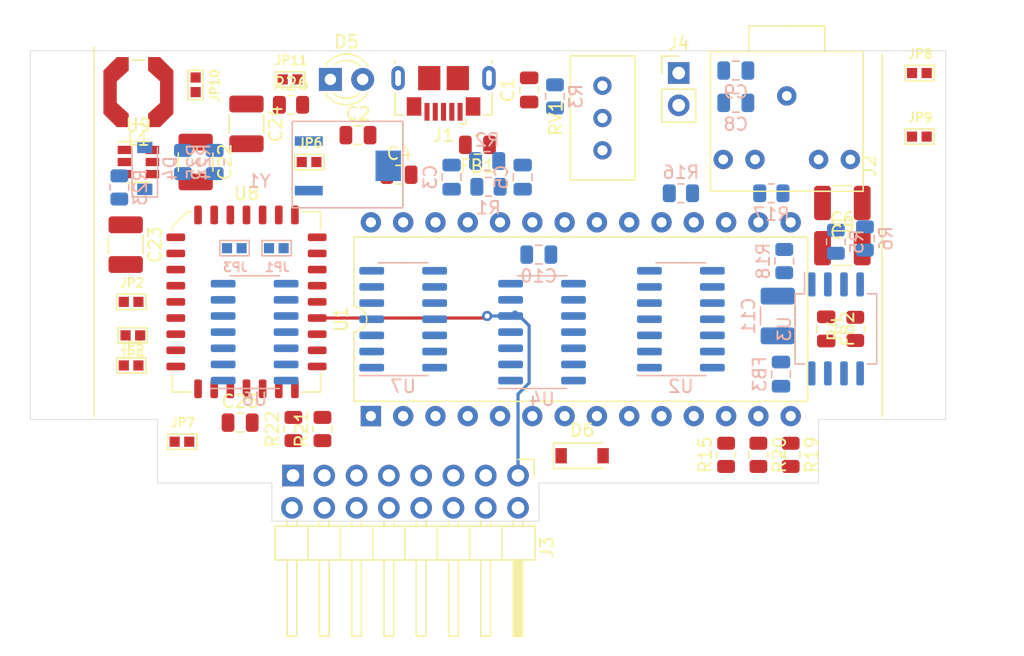
<source format=kicad_pcb>
(kicad_pcb (version 20171130) (host pcbnew 5.1.5+dfsg1-2build2)

  (general
    (thickness 1.6)
    (drawings 16)
    (tracks 10)
    (zones 0)
    (modules 65)
    (nets 68)
  )

  (page A4)
  (layers
    (0 F.Cu signal)
    (1 In1.Cu signal)
    (2 In2.Cu signal)
    (31 B.Cu signal)
    (32 B.Adhes user)
    (33 F.Adhes user)
    (34 B.Paste user)
    (35 F.Paste user)
    (36 B.SilkS user)
    (37 F.SilkS user)
    (38 B.Mask user)
    (39 F.Mask user)
    (40 Dwgs.User user)
    (41 Cmts.User user)
    (42 Eco1.User user)
    (43 Eco2.User user)
    (44 Edge.Cuts user)
    (45 Margin user)
    (46 B.CrtYd user)
    (47 F.CrtYd user)
    (48 B.Fab user)
    (49 F.Fab user)
  )

  (setup
    (last_trace_width 0.25)
    (trace_clearance 0.2)
    (zone_clearance 0.508)
    (zone_45_only no)
    (trace_min 0.2)
    (via_size 0.8)
    (via_drill 0.4)
    (via_min_size 0.4)
    (via_min_drill 0.3)
    (uvia_size 0.3)
    (uvia_drill 0.1)
    (uvias_allowed no)
    (uvia_min_size 0.2)
    (uvia_min_drill 0.1)
    (edge_width 0.05)
    (segment_width 0.2)
    (pcb_text_width 0.3)
    (pcb_text_size 1.5 1.5)
    (mod_edge_width 0.12)
    (mod_text_size 1 1)
    (mod_text_width 0.15)
    (pad_size 1.524 1.524)
    (pad_drill 0.762)
    (pad_to_mask_clearance 0.051)
    (solder_mask_min_width 0.25)
    (aux_axis_origin 0 0)
    (visible_elements FFFFFF7F)
    (pcbplotparams
      (layerselection 0x010fc_ffffffff)
      (usegerberextensions false)
      (usegerberattributes false)
      (usegerberadvancedattributes false)
      (creategerberjobfile false)
      (excludeedgelayer true)
      (linewidth 0.100000)
      (plotframeref false)
      (viasonmask false)
      (mode 1)
      (useauxorigin false)
      (hpglpennumber 1)
      (hpglpenspeed 20)
      (hpglpendiameter 15.000000)
      (psnegative false)
      (psa4output false)
      (plotreference true)
      (plotvalue true)
      (plotinvisibletext false)
      (padsonsilk false)
      (subtractmaskfromsilk false)
      (outputformat 1)
      (mirror false)
      (drillshape 1)
      (scaleselection 1)
      (outputdirectory ""))
  )

  (net 0 "")
  (net 1 GND)
  (net 2 "Net-(C1-Pad1)")
  (net 3 +5V_LOGIC)
  (net 4 "Net-(C22-Pad1)")
  (net 5 "Net-(C23-Pad1)")
  (net 6 +10V_PSION)
  (net 7 "Net-(D4-Pad2)")
  (net 8 "Net-(D5-Pad2)")
  (net 9 VB)
  (net 10 SMR)
  (net 11 SOE)
  (net 12 SVCC)
  (net 13 SCLK)
  (net 14 SD3)
  (net 15 SD4)
  (net 16 SD2)
  (net 17 SD5)
  (net 18 SD1)
  (net 19 SD6)
  (net 20 SD0)
  (net 21 SD7)
  (net 22 A15)
  (net 23 A16)
  (net 24 A17)
  (net 25 +5V_PSION)
  (net 26 "Net-(R23-Pad2)")
  (net 27 "Net-(R24-Pad2)")
  (net 28 "Net-(U6-Pad12)")
  (net 29 "Net-(U6-Pad11)")
  (net 30 "Net-(U6-Pad9)")
  (net 31 "Net-(U6-Pad6)")
  (net 32 "Net-(U6-Pad5)")
  (net 33 "Net-(U6-Pad4)")
  (net 34 "Net-(U6-Pad3)")
  (net 35 "Net-(U7-Pad12)")
  (net 36 "Net-(U7-Pad11)")
  (net 37 "Net-(U7-Pad9)")
  (net 38 "Net-(U7-Pad6)")
  (net 39 "Net-(U7-Pad5)")
  (net 40 "Net-(U7-Pad4)")
  (net 41 "Net-(U7-Pad3)")
  (net 42 "Net-(C2-Pad1)")
  (net 43 "Net-(C3-Pad1)")
  (net 44 "Net-(C4-Pad1)")
  (net 45 "Net-(C5-Pad1)")
  (net 46 "Net-(C6-Pad2)")
  (net 47 "Net-(C6-Pad1)")
  (net 48 "Net-(C7-Pad1)")
  (net 49 "Net-(C8-Pad1)")
  (net 50 "Net-(C9-Pad1)")
  (net 51 "Net-(R1-Pad2)")
  (net 52 "Net-(R3-Pad2)")
  (net 53 RST)
  (net 54 "Net-(FB2-Pad2)")
  (net 55 "Net-(FB3-Pad2)")
  (net 56 SS)
  (net 57 "Net-(R4-Pad2)")
  (net 58 "Net-(R5-Pad1)")
  (net 59 "Net-(R6-Pad1)")
  (net 60 LRQ)
  (net 61 ALD)
  (net 62 "Net-(U2-Pad12)")
  (net 63 SEL_SOE_1)
  (net 64 NOT_SEL_SOE_1)
  (net 65 N_SOE)
  (net 66 N_SS)
  (net 67 "Net-(J2-PadSN)")

  (net_class Default "This is the default net class."
    (clearance 0.2)
    (trace_width 0.25)
    (via_dia 0.8)
    (via_drill 0.4)
    (uvia_dia 0.3)
    (uvia_drill 0.1)
    (add_net +10V_PSION)
    (add_net +5V_LOGIC)
    (add_net +5V_PSION)
    (add_net A15)
    (add_net A16)
    (add_net A17)
    (add_net ALD)
    (add_net GND)
    (add_net LRQ)
    (add_net NOT_SEL_SOE_1)
    (add_net N_SOE)
    (add_net N_SS)
    (add_net "Net-(C1-Pad1)")
    (add_net "Net-(C2-Pad1)")
    (add_net "Net-(C22-Pad1)")
    (add_net "Net-(C23-Pad1)")
    (add_net "Net-(C3-Pad1)")
    (add_net "Net-(C4-Pad1)")
    (add_net "Net-(C5-Pad1)")
    (add_net "Net-(C6-Pad1)")
    (add_net "Net-(C6-Pad2)")
    (add_net "Net-(C7-Pad1)")
    (add_net "Net-(C8-Pad1)")
    (add_net "Net-(C9-Pad1)")
    (add_net "Net-(D4-Pad2)")
    (add_net "Net-(D5-Pad2)")
    (add_net "Net-(FB2-Pad2)")
    (add_net "Net-(FB3-Pad2)")
    (add_net "Net-(J2-PadSN)")
    (add_net "Net-(J2-PadTN)")
    (add_net "Net-(R1-Pad2)")
    (add_net "Net-(R23-Pad2)")
    (add_net "Net-(R24-Pad2)")
    (add_net "Net-(R3-Pad2)")
    (add_net "Net-(R4-Pad2)")
    (add_net "Net-(R5-Pad1)")
    (add_net "Net-(R6-Pad1)")
    (add_net "Net-(U2-Pad12)")
    (add_net "Net-(U6-Pad11)")
    (add_net "Net-(U6-Pad12)")
    (add_net "Net-(U6-Pad3)")
    (add_net "Net-(U6-Pad4)")
    (add_net "Net-(U6-Pad5)")
    (add_net "Net-(U6-Pad6)")
    (add_net "Net-(U6-Pad9)")
    (add_net "Net-(U7-Pad11)")
    (add_net "Net-(U7-Pad12)")
    (add_net "Net-(U7-Pad3)")
    (add_net "Net-(U7-Pad4)")
    (add_net "Net-(U7-Pad5)")
    (add_net "Net-(U7-Pad6)")
    (add_net "Net-(U7-Pad9)")
    (add_net RST)
    (add_net SCLK)
    (add_net SD0)
    (add_net SD1)
    (add_net SD2)
    (add_net SD3)
    (add_net SD4)
    (add_net SD5)
    (add_net SD6)
    (add_net SD7)
    (add_net SEL_SOE_1)
    (add_net SMR)
    (add_net SOE)
    (add_net SS)
    (add_net SVCC)
    (add_net VB)
  )

  (module psion_org_2:truconnect_stereo_audio_5_pin (layer F.Cu) (tedit 634398FC) (tstamp 63451AC0)
    (at 105.5 106.3 270)
    (path /6343E58B)
    (fp_text reference J2 (at 0 0.5 90) (layer F.SilkS)
      (effects (font (size 1 1) (thickness 0.15)))
    )
    (fp_text value AudioJack2_Ground_Switch (at 0 -0.5 90) (layer F.Fab)
      (effects (font (size 1 1) (thickness 0.15)))
    )
    (fp_line (start -11 4) (end -9 4) (layer F.SilkS) (width 0.12))
    (fp_line (start -11 10) (end -9 10) (layer F.SilkS) (width 0.12))
    (fp_line (start -11 4) (end -11 10) (layer F.SilkS) (width 0.12))
    (fp_line (start -11 7) (end -11 4) (layer F.SilkS) (width 0.12))
    (fp_line (start -9 13) (end -9 1) (layer F.SilkS) (width 0.12))
    (fp_line (start 2 13) (end -9 13) (layer F.SilkS) (width 0.12))
    (fp_line (start 2 1) (end 2 13) (layer F.SilkS) (width 0.12))
    (fp_line (start -9 1) (end 2 1) (layer F.SilkS) (width 0.12))
    (pad T thru_hole circle (at -0.5 2 270) (size 1.524 1.524) (drill 0.762) (layers *.Cu *.Mask)
      (net 45 "Net-(C5-Pad1)"))
    (pad TN thru_hole circle (at -0.5 4.5 270) (size 1.524 1.524) (drill 0.762) (layers *.Cu *.Mask))
    (pad S thru_hole circle (at -0.5 12 270) (size 1.524 1.524) (drill 0.762) (layers *.Cu *.Mask)
      (net 45 "Net-(C5-Pad1)"))
    (pad SN thru_hole circle (at -0.5 9.5 270) (size 1.524 1.524) (drill 0.762) (layers *.Cu *.Mask)
      (net 67 "Net-(J2-PadSN)"))
    (pad G thru_hole circle (at -5.5 7 270) (size 1.524 1.524) (drill 0.762) (layers *.Cu *.Mask)
      (net 1 GND))
  )

  (module Potentiometer_THT:Potentiometer_Bourns_3296W_Vertical (layer F.Cu) (tedit 5A3D4994) (tstamp 6341E58C)
    (at 84 100 90)
    (descr "Potentiometer, vertical, Bourns 3296W, https://www.bourns.com/pdfs/3296.pdf")
    (tags "Potentiometer vertical Bourns 3296W")
    (path /6343A80C)
    (fp_text reference RV1 (at -2.54 -3.66 90) (layer F.SilkS)
      (effects (font (size 1 1) (thickness 0.15)))
    )
    (fp_text value 10k (at -2.54 3.67 90) (layer F.Fab)
      (effects (font (size 1 1) (thickness 0.15)))
    )
    (fp_text user %R (at -3.175 0.005 90) (layer F.Fab)
      (effects (font (size 1 1) (thickness 0.15)))
    )
    (fp_line (start 2.5 -2.7) (end -7.6 -2.7) (layer F.CrtYd) (width 0.05))
    (fp_line (start 2.5 2.7) (end 2.5 -2.7) (layer F.CrtYd) (width 0.05))
    (fp_line (start -7.6 2.7) (end 2.5 2.7) (layer F.CrtYd) (width 0.05))
    (fp_line (start -7.6 -2.7) (end -7.6 2.7) (layer F.CrtYd) (width 0.05))
    (fp_line (start 2.345 -2.53) (end 2.345 2.54) (layer F.SilkS) (width 0.12))
    (fp_line (start -7.425 -2.53) (end -7.425 2.54) (layer F.SilkS) (width 0.12))
    (fp_line (start -7.425 2.54) (end 2.345 2.54) (layer F.SilkS) (width 0.12))
    (fp_line (start -7.425 -2.53) (end 2.345 -2.53) (layer F.SilkS) (width 0.12))
    (fp_line (start 0.955 2.235) (end 0.956 0.066) (layer F.Fab) (width 0.1))
    (fp_line (start 0.955 2.235) (end 0.956 0.066) (layer F.Fab) (width 0.1))
    (fp_line (start 2.225 -2.41) (end -7.305 -2.41) (layer F.Fab) (width 0.1))
    (fp_line (start 2.225 2.42) (end 2.225 -2.41) (layer F.Fab) (width 0.1))
    (fp_line (start -7.305 2.42) (end 2.225 2.42) (layer F.Fab) (width 0.1))
    (fp_line (start -7.305 -2.41) (end -7.305 2.42) (layer F.Fab) (width 0.1))
    (fp_circle (center 0.955 1.15) (end 2.05 1.15) (layer F.Fab) (width 0.1))
    (pad 3 thru_hole circle (at -5.08 0 90) (size 1.44 1.44) (drill 0.8) (layers *.Cu *.Mask)
      (net 1 GND))
    (pad 2 thru_hole circle (at -2.54 0 90) (size 1.44 1.44) (drill 0.8) (layers *.Cu *.Mask)
      (net 46 "Net-(C6-Pad2)"))
    (pad 1 thru_hole circle (at 0 0 90) (size 1.44 1.44) (drill 0.8) (layers *.Cu *.Mask)
      (net 52 "Net-(R3-Pad2)"))
    (model ${KISYS3DMOD}/Potentiometer_THT.3dshapes/Potentiometer_Bourns_3296W_Vertical.wrl
      (at (xyz 0 0 0))
      (scale (xyz 1 1 1))
      (rotate (xyz 0 0 0))
    )
  )

  (module Connector_PinHeader_2.54mm:PinHeader_1x02_P2.54mm_Vertical (layer F.Cu) (tedit 59FED5CC) (tstamp 634467AA)
    (at 90 99)
    (descr "Through hole straight pin header, 1x02, 2.54mm pitch, single row")
    (tags "Through hole pin header THT 1x02 2.54mm single row")
    (path /634738A3)
    (fp_text reference J4 (at 0 -2.33) (layer F.SilkS)
      (effects (font (size 1 1) (thickness 0.15)))
    )
    (fp_text value Conn_01x02_Female (at 0 4.87) (layer F.Fab)
      (effects (font (size 1 1) (thickness 0.15)))
    )
    (fp_text user %R (at 0 1.27 90) (layer F.Fab)
      (effects (font (size 1 1) (thickness 0.15)))
    )
    (fp_line (start 1.8 -1.8) (end -1.8 -1.8) (layer F.CrtYd) (width 0.05))
    (fp_line (start 1.8 4.35) (end 1.8 -1.8) (layer F.CrtYd) (width 0.05))
    (fp_line (start -1.8 4.35) (end 1.8 4.35) (layer F.CrtYd) (width 0.05))
    (fp_line (start -1.8 -1.8) (end -1.8 4.35) (layer F.CrtYd) (width 0.05))
    (fp_line (start -1.33 -1.33) (end 0 -1.33) (layer F.SilkS) (width 0.12))
    (fp_line (start -1.33 0) (end -1.33 -1.33) (layer F.SilkS) (width 0.12))
    (fp_line (start -1.33 1.27) (end 1.33 1.27) (layer F.SilkS) (width 0.12))
    (fp_line (start 1.33 1.27) (end 1.33 3.87) (layer F.SilkS) (width 0.12))
    (fp_line (start -1.33 1.27) (end -1.33 3.87) (layer F.SilkS) (width 0.12))
    (fp_line (start -1.33 3.87) (end 1.33 3.87) (layer F.SilkS) (width 0.12))
    (fp_line (start -1.27 -0.635) (end -0.635 -1.27) (layer F.Fab) (width 0.1))
    (fp_line (start -1.27 3.81) (end -1.27 -0.635) (layer F.Fab) (width 0.1))
    (fp_line (start 1.27 3.81) (end -1.27 3.81) (layer F.Fab) (width 0.1))
    (fp_line (start 1.27 -1.27) (end 1.27 3.81) (layer F.Fab) (width 0.1))
    (fp_line (start -0.635 -1.27) (end 1.27 -1.27) (layer F.Fab) (width 0.1))
    (pad 2 thru_hole oval (at 0 2.54) (size 1.7 1.7) (drill 1) (layers *.Cu *.Mask)
      (net 49 "Net-(C8-Pad1)"))
    (pad 1 thru_hole rect (at 0 0) (size 1.7 1.7) (drill 1) (layers *.Cu *.Mask)
      (net 50 "Net-(C9-Pad1)"))
    (model ${KISYS3DMOD}/Connector_PinHeader_2.54mm.3dshapes/PinHeader_1x02_P2.54mm_Vertical.wrl
      (at (xyz 0 0 0))
      (scale (xyz 1 1 1))
      (rotate (xyz 0 0 0))
    )
  )

  (module psion_org_2:crystal_um4s (layer B.Cu) (tedit 6342BF67) (tstamp 63438C5E)
    (at 57 107 180)
    (path /633FDF7B)
    (fp_text reference Y1 (at 0 -0.5) (layer B.SilkS)
      (effects (font (size 1 1) (thickness 0.15)) (justify mirror))
    )
    (fp_text value 3.2768MHz (at 0 0.5) (layer B.Fab)
      (effects (font (size 1 1) (thickness 0.15)) (justify mirror))
    )
    (fp_line (start -11.3 4.2) (end -11.2 4.2) (layer B.SilkS) (width 0.12))
    (fp_line (start -11.3 -2.6) (end -11.3 4.2) (layer B.SilkS) (width 0.12))
    (fp_line (start -2.6 -2.6) (end -11.3 -2.6) (layer B.SilkS) (width 0.12))
    (fp_line (start -2.6 4.2) (end -2.6 -2.6) (layer B.SilkS) (width 0.12))
    (fp_line (start -11.2 4.2) (end -2.6 4.2) (layer B.SilkS) (width 0.12))
    (pad 3 smd rect (at -10.15 0.7 180) (size 2 2.4) (layers B.Cu B.Paste B.Mask))
    (pad 2 smd rect (at -3.9 -1.25 180) (size 2.2 0.75) (layers B.Cu B.Paste B.Mask)
      (net 44 "Net-(C4-Pad1)"))
    (pad 1 smd rect (at -3.9 2.65 180) (size 2.2 0.75) (layers B.Cu B.Paste B.Mask)
      (net 42 "Net-(C2-Pad1)"))
  )

  (module Package_SO:SOIC-14_3.9x8.7mm_P1.27mm (layer B.Cu) (tedit 5D9F72B1) (tstamp 63432BFC)
    (at 79.248 119.38)
    (descr "SOIC, 14 Pin (JEDEC MS-012AB, https://www.analog.com/media/en/package-pcb-resources/package/pkg_pdf/soic_narrow-r/r_14.pdf), generated with kicad-footprint-generator ipc_gullwing_generator.py")
    (tags "SOIC SO")
    (path /634116DB)
    (attr smd)
    (fp_text reference U4 (at 0 5.28) (layer B.SilkS)
      (effects (font (size 1 1) (thickness 0.15)) (justify mirror))
    )
    (fp_text value 4011 (at 0 -5.28) (layer B.Fab)
      (effects (font (size 1 1) (thickness 0.15)) (justify mirror))
    )
    (fp_text user %R (at 0 0) (layer B.Fab)
      (effects (font (size 0.98 0.98) (thickness 0.15)) (justify mirror))
    )
    (fp_line (start 3.7 4.58) (end -3.7 4.58) (layer B.CrtYd) (width 0.05))
    (fp_line (start 3.7 -4.58) (end 3.7 4.58) (layer B.CrtYd) (width 0.05))
    (fp_line (start -3.7 -4.58) (end 3.7 -4.58) (layer B.CrtYd) (width 0.05))
    (fp_line (start -3.7 4.58) (end -3.7 -4.58) (layer B.CrtYd) (width 0.05))
    (fp_line (start -1.95 3.35) (end -0.975 4.325) (layer B.Fab) (width 0.1))
    (fp_line (start -1.95 -4.325) (end -1.95 3.35) (layer B.Fab) (width 0.1))
    (fp_line (start 1.95 -4.325) (end -1.95 -4.325) (layer B.Fab) (width 0.1))
    (fp_line (start 1.95 4.325) (end 1.95 -4.325) (layer B.Fab) (width 0.1))
    (fp_line (start -0.975 4.325) (end 1.95 4.325) (layer B.Fab) (width 0.1))
    (fp_line (start 0 4.435) (end -3.45 4.435) (layer B.SilkS) (width 0.12))
    (fp_line (start 0 4.435) (end 1.95 4.435) (layer B.SilkS) (width 0.12))
    (fp_line (start 0 -4.435) (end -1.95 -4.435) (layer B.SilkS) (width 0.12))
    (fp_line (start 0 -4.435) (end 1.95 -4.435) (layer B.SilkS) (width 0.12))
    (pad 14 smd roundrect (at 2.475 3.81) (size 1.95 0.6) (layers B.Cu B.Paste B.Mask) (roundrect_rratio 0.25)
      (net 12 SVCC))
    (pad 13 smd roundrect (at 2.475 2.54) (size 1.95 0.6) (layers B.Cu B.Paste B.Mask) (roundrect_rratio 0.25)
      (net 64 NOT_SEL_SOE_1))
    (pad 12 smd roundrect (at 2.475 1.27) (size 1.95 0.6) (layers B.Cu B.Paste B.Mask) (roundrect_rratio 0.25)
      (net 10 SMR))
    (pad 11 smd roundrect (at 2.475 0) (size 1.95 0.6) (layers B.Cu B.Paste B.Mask) (roundrect_rratio 0.25)
      (net 53 RST))
    (pad 10 smd roundrect (at 2.475 -1.27) (size 1.95 0.6) (layers B.Cu B.Paste B.Mask) (roundrect_rratio 0.25)
      (net 61 ALD))
    (pad 9 smd roundrect (at 2.475 -2.54) (size 1.95 0.6) (layers B.Cu B.Paste B.Mask) (roundrect_rratio 0.25)
      (net 64 NOT_SEL_SOE_1))
    (pad 8 smd roundrect (at 2.475 -3.81) (size 1.95 0.6) (layers B.Cu B.Paste B.Mask) (roundrect_rratio 0.25)
      (net 13 SCLK))
    (pad 7 smd roundrect (at -2.475 -3.81) (size 1.95 0.6) (layers B.Cu B.Paste B.Mask) (roundrect_rratio 0.25)
      (net 1 GND))
    (pad 6 smd roundrect (at -2.475 -2.54) (size 1.95 0.6) (layers B.Cu B.Paste B.Mask) (roundrect_rratio 0.25)
      (net 66 N_SS))
    (pad 5 smd roundrect (at -2.475 -1.27) (size 1.95 0.6) (layers B.Cu B.Paste B.Mask) (roundrect_rratio 0.25)
      (net 11 SOE))
    (pad 4 smd roundrect (at -2.475 0) (size 1.95 0.6) (layers B.Cu B.Paste B.Mask) (roundrect_rratio 0.25)
      (net 63 SEL_SOE_1))
    (pad 3 smd roundrect (at -2.475 1.27) (size 1.95 0.6) (layers B.Cu B.Paste B.Mask) (roundrect_rratio 0.25))
    (pad 2 smd roundrect (at -2.475 2.54) (size 1.95 0.6) (layers B.Cu B.Paste B.Mask) (roundrect_rratio 0.25)
      (net 66 N_SS))
    (pad 1 smd roundrect (at -2.475 3.81) (size 1.95 0.6) (layers B.Cu B.Paste B.Mask) (roundrect_rratio 0.25)
      (net 65 N_SOE))
    (model ${KISYS3DMOD}/Package_SO.3dshapes/SOIC-14_3.9x8.7mm_P1.27mm.wrl
      (at (xyz 0 0 0))
      (scale (xyz 1 1 1))
      (rotate (xyz 0 0 0))
    )
  )

  (module Package_SO:SO-8_5.3x6.2mm_P1.27mm (layer B.Cu) (tedit 5EA5315B) (tstamp 63432BDC)
    (at 102.362 119.126 270)
    (descr "SO, 8 Pin (https://www.ti.com/lit/ml/msop001a/msop001a.pdf), generated with kicad-footprint-generator ipc_gullwing_generator.py")
    (tags "SO SO")
    (path /63422C58)
    (attr smd)
    (fp_text reference U3 (at 0 4.05 90) (layer B.SilkS)
      (effects (font (size 1 1) (thickness 0.15)) (justify mirror))
    )
    (fp_text value PAM8302AAD (at 0 -4.05 90) (layer B.Fab)
      (effects (font (size 1 1) (thickness 0.15)) (justify mirror))
    )
    (fp_text user %R (at 0 0 90) (layer B.Fab)
      (effects (font (size 1 1) (thickness 0.15)) (justify mirror))
    )
    (fp_line (start 4.7 3.35) (end -4.7 3.35) (layer B.CrtYd) (width 0.05))
    (fp_line (start 4.7 -3.35) (end 4.7 3.35) (layer B.CrtYd) (width 0.05))
    (fp_line (start -4.7 -3.35) (end 4.7 -3.35) (layer B.CrtYd) (width 0.05))
    (fp_line (start -4.7 3.35) (end -4.7 -3.35) (layer B.CrtYd) (width 0.05))
    (fp_line (start -2.65 2.1) (end -1.65 3.1) (layer B.Fab) (width 0.1))
    (fp_line (start -2.65 -3.1) (end -2.65 2.1) (layer B.Fab) (width 0.1))
    (fp_line (start 2.65 -3.1) (end -2.65 -3.1) (layer B.Fab) (width 0.1))
    (fp_line (start 2.65 3.1) (end 2.65 -3.1) (layer B.Fab) (width 0.1))
    (fp_line (start -1.65 3.1) (end 2.65 3.1) (layer B.Fab) (width 0.1))
    (fp_line (start -2.76 2.465) (end -4.45 2.465) (layer B.SilkS) (width 0.12))
    (fp_line (start -2.76 3.21) (end -2.76 2.465) (layer B.SilkS) (width 0.12))
    (fp_line (start 0 3.21) (end -2.76 3.21) (layer B.SilkS) (width 0.12))
    (fp_line (start 2.76 3.21) (end 2.76 2.465) (layer B.SilkS) (width 0.12))
    (fp_line (start 0 3.21) (end 2.76 3.21) (layer B.SilkS) (width 0.12))
    (fp_line (start -2.76 -3.21) (end -2.76 -2.465) (layer B.SilkS) (width 0.12))
    (fp_line (start 0 -3.21) (end -2.76 -3.21) (layer B.SilkS) (width 0.12))
    (fp_line (start 2.76 -3.21) (end 2.76 -2.465) (layer B.SilkS) (width 0.12))
    (fp_line (start 0 -3.21) (end 2.76 -3.21) (layer B.SilkS) (width 0.12))
    (pad 8 smd roundrect (at 3.5 1.905 270) (size 1.9 0.6) (layers B.Cu B.Paste B.Mask) (roundrect_rratio 0.25)
      (net 55 "Net-(FB3-Pad2)"))
    (pad 7 smd roundrect (at 3.5 0.635 270) (size 1.9 0.6) (layers B.Cu B.Paste B.Mask) (roundrect_rratio 0.25)
      (net 1 GND))
    (pad 6 smd roundrect (at 3.5 -0.635 270) (size 1.9 0.6) (layers B.Cu B.Paste B.Mask) (roundrect_rratio 0.25)
      (net 12 SVCC))
    (pad 5 smd roundrect (at 3.5 -1.905 270) (size 1.9 0.6) (layers B.Cu B.Paste B.Mask) (roundrect_rratio 0.25)
      (net 54 "Net-(FB2-Pad2)"))
    (pad 4 smd roundrect (at -3.5 -1.905 270) (size 1.9 0.6) (layers B.Cu B.Paste B.Mask) (roundrect_rratio 0.25)
      (net 59 "Net-(R6-Pad1)"))
    (pad 3 smd roundrect (at -3.5 -0.635 270) (size 1.9 0.6) (layers B.Cu B.Paste B.Mask) (roundrect_rratio 0.25)
      (net 58 "Net-(R5-Pad1)"))
    (pad 2 smd roundrect (at -3.5 0.635 270) (size 1.9 0.6) (layers B.Cu B.Paste B.Mask) (roundrect_rratio 0.25))
    (pad 1 smd roundrect (at -3.5 1.905 270) (size 1.9 0.6) (layers B.Cu B.Paste B.Mask) (roundrect_rratio 0.25)
      (net 57 "Net-(R4-Pad2)"))
    (model ${KISYS3DMOD}/Package_SO.3dshapes/SO-8_5.3x6.2mm_P1.27mm.wrl
      (at (xyz 0 0 0))
      (scale (xyz 1 1 1))
      (rotate (xyz 0 0 0))
    )
  )

  (module Package_SO:SOIC-14_3.9x8.7mm_P1.27mm (layer B.Cu) (tedit 5D9F72B1) (tstamp 63432BBD)
    (at 90.17 118.364)
    (descr "SOIC, 14 Pin (JEDEC MS-012AB, https://www.analog.com/media/en/package-pcb-resources/package/pkg_pdf/soic_narrow-r/r_14.pdf), generated with kicad-footprint-generator ipc_gullwing_generator.py")
    (tags "SOIC SO")
    (path /63421380)
    (attr smd)
    (fp_text reference U2 (at 0 5.28 180) (layer B.SilkS)
      (effects (font (size 1 1) (thickness 0.15)) (justify mirror))
    )
    (fp_text value 74LS368 (at 0 -5.28 180) (layer B.Fab)
      (effects (font (size 1 1) (thickness 0.15)) (justify mirror))
    )
    (fp_text user %R (at 0 0 180) (layer B.Fab)
      (effects (font (size 0.98 0.98) (thickness 0.15)) (justify mirror))
    )
    (fp_line (start 3.7 4.58) (end -3.7 4.58) (layer B.CrtYd) (width 0.05))
    (fp_line (start 3.7 -4.58) (end 3.7 4.58) (layer B.CrtYd) (width 0.05))
    (fp_line (start -3.7 -4.58) (end 3.7 -4.58) (layer B.CrtYd) (width 0.05))
    (fp_line (start -3.7 4.58) (end -3.7 -4.58) (layer B.CrtYd) (width 0.05))
    (fp_line (start -1.95 3.35) (end -0.975 4.325) (layer B.Fab) (width 0.1))
    (fp_line (start -1.95 -4.325) (end -1.95 3.35) (layer B.Fab) (width 0.1))
    (fp_line (start 1.95 -4.325) (end -1.95 -4.325) (layer B.Fab) (width 0.1))
    (fp_line (start 1.95 4.325) (end 1.95 -4.325) (layer B.Fab) (width 0.1))
    (fp_line (start -0.975 4.325) (end 1.95 4.325) (layer B.Fab) (width 0.1))
    (fp_line (start 0 4.435) (end -3.45 4.435) (layer B.SilkS) (width 0.12))
    (fp_line (start 0 4.435) (end 1.95 4.435) (layer B.SilkS) (width 0.12))
    (fp_line (start 0 -4.435) (end -1.95 -4.435) (layer B.SilkS) (width 0.12))
    (fp_line (start 0 -4.435) (end 1.95 -4.435) (layer B.SilkS) (width 0.12))
    (pad 14 smd roundrect (at 2.475 3.81) (size 1.95 0.6) (layers B.Cu B.Paste B.Mask) (roundrect_rratio 0.25)
      (net 60 LRQ))
    (pad 13 smd roundrect (at 2.475 2.54) (size 1.95 0.6) (layers B.Cu B.Paste B.Mask) (roundrect_rratio 0.25)
      (net 62 "Net-(U2-Pad12)"))
    (pad 12 smd roundrect (at 2.475 1.27) (size 1.95 0.6) (layers B.Cu B.Paste B.Mask) (roundrect_rratio 0.25)
      (net 62 "Net-(U2-Pad12)"))
    (pad 11 smd roundrect (at 2.475 0) (size 1.95 0.6) (layers B.Cu B.Paste B.Mask) (roundrect_rratio 0.25)
      (net 21 SD7))
    (pad 10 smd roundrect (at 2.475 -1.27) (size 1.95 0.6) (layers B.Cu B.Paste B.Mask) (roundrect_rratio 0.25)
      (net 63 SEL_SOE_1))
    (pad 9 smd roundrect (at 2.475 -2.54) (size 1.95 0.6) (layers B.Cu B.Paste B.Mask) (roundrect_rratio 0.25)
      (net 64 NOT_SEL_SOE_1))
    (pad 8 smd roundrect (at 2.475 -3.81) (size 1.95 0.6) (layers B.Cu B.Paste B.Mask) (roundrect_rratio 0.25)
      (net 1 GND))
    (pad 7 smd roundrect (at -2.475 -3.81) (size 1.95 0.6) (layers B.Cu B.Paste B.Mask) (roundrect_rratio 0.25)
      (net 65 N_SOE))
    (pad 6 smd roundrect (at -2.475 -2.54) (size 1.95 0.6) (layers B.Cu B.Paste B.Mask) (roundrect_rratio 0.25)
      (net 11 SOE))
    (pad 5 smd roundrect (at -2.475 -1.27) (size 1.95 0.6) (layers B.Cu B.Paste B.Mask) (roundrect_rratio 0.25))
    (pad 4 smd roundrect (at -2.475 0) (size 1.95 0.6) (layers B.Cu B.Paste B.Mask) (roundrect_rratio 0.25))
    (pad 3 smd roundrect (at -2.475 1.27) (size 1.95 0.6) (layers B.Cu B.Paste B.Mask) (roundrect_rratio 0.25)
      (net 66 N_SS))
    (pad 2 smd roundrect (at -2.475 2.54) (size 1.95 0.6) (layers B.Cu B.Paste B.Mask) (roundrect_rratio 0.25)
      (net 56 SS))
    (pad 1 smd roundrect (at -2.475 3.81) (size 1.95 0.6) (layers B.Cu B.Paste B.Mask) (roundrect_rratio 0.25)
      (net 1 GND))
    (model ${KISYS3DMOD}/Package_SO.3dshapes/SOIC-14_3.9x8.7mm_P1.27mm.wrl
      (at (xyz 0 0 0))
      (scale (xyz 1 1 1))
      (rotate (xyz 0 0 0))
    )
  )

  (module Package_DIP:DIP-28_W15.24mm (layer F.Cu) (tedit 5A02E8C5) (tstamp 634157F4)
    (at 65.786 125.984 90)
    (descr "28-lead though-hole mounted DIP package, row spacing 15.24 mm (600 mils)")
    (tags "THT DIP DIL PDIP 2.54mm 15.24mm 600mil")
    (path /633FD49B)
    (fp_text reference U1 (at 7.62 -2.33 90) (layer F.SilkS)
      (effects (font (size 1 1) (thickness 0.15)))
    )
    (fp_text value SP0256AL2 (at 7.62 35.35 90) (layer F.Fab)
      (effects (font (size 1 1) (thickness 0.15)))
    )
    (fp_text user %R (at 7.62 16.51 90) (layer F.Fab)
      (effects (font (size 1 1) (thickness 0.15)))
    )
    (fp_line (start 16.3 -1.55) (end -1.05 -1.55) (layer F.CrtYd) (width 0.05))
    (fp_line (start 16.3 34.55) (end 16.3 -1.55) (layer F.CrtYd) (width 0.05))
    (fp_line (start -1.05 34.55) (end 16.3 34.55) (layer F.CrtYd) (width 0.05))
    (fp_line (start -1.05 -1.55) (end -1.05 34.55) (layer F.CrtYd) (width 0.05))
    (fp_line (start 14.08 -1.33) (end 8.62 -1.33) (layer F.SilkS) (width 0.12))
    (fp_line (start 14.08 34.35) (end 14.08 -1.33) (layer F.SilkS) (width 0.12))
    (fp_line (start 1.16 34.35) (end 14.08 34.35) (layer F.SilkS) (width 0.12))
    (fp_line (start 1.16 -1.33) (end 1.16 34.35) (layer F.SilkS) (width 0.12))
    (fp_line (start 6.62 -1.33) (end 1.16 -1.33) (layer F.SilkS) (width 0.12))
    (fp_line (start 0.255 -0.27) (end 1.255 -1.27) (layer F.Fab) (width 0.1))
    (fp_line (start 0.255 34.29) (end 0.255 -0.27) (layer F.Fab) (width 0.1))
    (fp_line (start 14.985 34.29) (end 0.255 34.29) (layer F.Fab) (width 0.1))
    (fp_line (start 14.985 -1.27) (end 14.985 34.29) (layer F.Fab) (width 0.1))
    (fp_line (start 1.255 -1.27) (end 14.985 -1.27) (layer F.Fab) (width 0.1))
    (fp_arc (start 7.62 -1.33) (end 6.62 -1.33) (angle -180) (layer F.SilkS) (width 0.12))
    (pad 28 thru_hole oval (at 15.24 0 90) (size 1.6 1.6) (drill 0.8) (layers *.Cu *.Mask)
      (net 44 "Net-(C4-Pad1)"))
    (pad 14 thru_hole oval (at 0 33.02 90) (size 1.6 1.6) (drill 0.8) (layers *.Cu *.Mask)
      (net 15 SD4))
    (pad 27 thru_hole oval (at 15.24 2.54 90) (size 1.6 1.6) (drill 0.8) (layers *.Cu *.Mask)
      (net 42 "Net-(C2-Pad1)"))
    (pad 13 thru_hole oval (at 0 30.48 90) (size 1.6 1.6) (drill 0.8) (layers *.Cu *.Mask)
      (net 17 SD5))
    (pad 26 thru_hole oval (at 15.24 5.08 90) (size 1.6 1.6) (drill 0.8) (layers *.Cu *.Mask))
    (pad 12 thru_hole oval (at 0 27.94 90) (size 1.6 1.6) (drill 0.8) (layers *.Cu *.Mask))
    (pad 25 thru_hole oval (at 15.24 7.62 90) (size 1.6 1.6) (drill 0.8) (layers *.Cu *.Mask)
      (net 53 RST))
    (pad 11 thru_hole oval (at 0 25.4 90) (size 1.6 1.6) (drill 0.8) (layers *.Cu *.Mask)
      (net 1 GND))
    (pad 24 thru_hole oval (at 15.24 10.16 90) (size 1.6 1.6) (drill 0.8) (layers *.Cu *.Mask)
      (net 51 "Net-(R1-Pad2)"))
    (pad 10 thru_hole oval (at 0 22.86 90) (size 1.6 1.6) (drill 0.8) (layers *.Cu *.Mask)
      (net 1 GND))
    (pad 23 thru_hole oval (at 15.24 12.7 90) (size 1.6 1.6) (drill 0.8) (layers *.Cu *.Mask)
      (net 12 SVCC))
    (pad 9 thru_hole oval (at 0 20.32 90) (size 1.6 1.6) (drill 0.8) (layers *.Cu *.Mask)
      (net 60 LRQ))
    (pad 22 thru_hole oval (at 15.24 15.24 90) (size 1.6 1.6) (drill 0.8) (layers *.Cu *.Mask)
      (net 12 SVCC))
    (pad 8 thru_hole oval (at 0 17.78 90) (size 1.6 1.6) (drill 0.8) (layers *.Cu *.Mask))
    (pad 21 thru_hole oval (at 15.24 17.78 90) (size 1.6 1.6) (drill 0.8) (layers *.Cu *.Mask))
    (pad 7 thru_hole oval (at 0 15.24 90) (size 1.6 1.6) (drill 0.8) (layers *.Cu *.Mask)
      (net 12 SVCC))
    (pad 20 thru_hole oval (at 15.24 20.32 90) (size 1.6 1.6) (drill 0.8) (layers *.Cu *.Mask)
      (net 61 ALD))
    (pad 6 thru_hole oval (at 0 12.7 90) (size 1.6 1.6) (drill 0.8) (layers *.Cu *.Mask))
    (pad 19 thru_hole oval (at 15.24 22.86 90) (size 1.6 1.6) (drill 0.8) (layers *.Cu *.Mask)
      (net 12 SVCC))
    (pad 5 thru_hole oval (at 0 10.16 90) (size 1.6 1.6) (drill 0.8) (layers *.Cu *.Mask))
    (pad 18 thru_hole oval (at 15.24 25.4 90) (size 1.6 1.6) (drill 0.8) (layers *.Cu *.Mask)
      (net 20 SD0))
    (pad 4 thru_hole oval (at 0 7.62 90) (size 1.6 1.6) (drill 0.8) (layers *.Cu *.Mask))
    (pad 17 thru_hole oval (at 15.24 27.94 90) (size 1.6 1.6) (drill 0.8) (layers *.Cu *.Mask)
      (net 18 SD1))
    (pad 3 thru_hole oval (at 0 5.08 90) (size 1.6 1.6) (drill 0.8) (layers *.Cu *.Mask))
    (pad 16 thru_hole oval (at 15.24 30.48 90) (size 1.6 1.6) (drill 0.8) (layers *.Cu *.Mask)
      (net 16 SD2))
    (pad 2 thru_hole oval (at 0 2.54 90) (size 1.6 1.6) (drill 0.8) (layers *.Cu *.Mask)
      (net 53 RST))
    (pad 15 thru_hole oval (at 15.24 33.02 90) (size 1.6 1.6) (drill 0.8) (layers *.Cu *.Mask)
      (net 14 SD3))
    (pad 1 thru_hole rect (at 0 0 90) (size 1.6 1.6) (drill 0.8) (layers *.Cu *.Mask)
      (net 1 GND))
    (model ${KISYS3DMOD}/Package_DIP.3dshapes/DIP-28_W15.24mm.wrl
      (at (xyz 0 0 0))
      (scale (xyz 1 1 1))
      (rotate (xyz 0 0 0))
    )
  )

  (module psion_org_2:Psion_datapak_2x08_P2.54mm_Horizontal (layer F.Cu) (tedit 60C1AAB6) (tstamp 6341E1ED)
    (at 77.36 130.66 270)
    (descr "Through hole angled pin header, 2x08, 2.54mm pitch, 6mm pin length, double rows Psion2 Datapak")
    (tags "Through hole angled pin header THT 2x08 2.54mm double row")
    (path /634B2696)
    (fp_text reference J3 (at 5.655 -2.27 90) (layer F.SilkS)
      (effects (font (size 1 1) (thickness 0.15)))
    )
    (fp_text value Conn_02x08_Odd_Even (at 5.655 20.05 90) (layer F.Fab)
      (effects (font (size 1 1) (thickness 0.15)))
    )
    (fp_text user %R (at 5.31 8.89) (layer F.Fab)
      (effects (font (size 1 1) (thickness 0.15)))
    )
    (fp_line (start 13.1 -1.8) (end -1.8 -1.8) (layer F.CrtYd) (width 0.05))
    (fp_line (start 13.1 19.55) (end 13.1 -1.8) (layer F.CrtYd) (width 0.05))
    (fp_line (start -1.8 19.55) (end 13.1 19.55) (layer F.CrtYd) (width 0.05))
    (fp_line (start -1.8 -1.8) (end -1.8 19.55) (layer F.CrtYd) (width 0.05))
    (fp_line (start -1.27 -1.27) (end 0 -1.27) (layer F.SilkS) (width 0.12))
    (fp_line (start -1.27 0) (end -1.27 -1.27) (layer F.SilkS) (width 0.12))
    (fp_line (start 4.037071 -0.38) (end 3.582929 -0.38) (layer F.SilkS) (width 0.12))
    (fp_line (start 4.037071 0.38) (end 3.582929 0.38) (layer F.SilkS) (width 0.12))
    (fp_line (start 3.582929 18.16) (end 3.98 18.16) (layer F.SilkS) (width 0.12))
    (fp_line (start 3.582929 17.4) (end 3.98 17.4) (layer F.SilkS) (width 0.12))
    (fp_line (start 12.64 18.16) (end 6.64 18.16) (layer F.SilkS) (width 0.12))
    (fp_line (start 12.64 17.4) (end 12.64 18.16) (layer F.SilkS) (width 0.12))
    (fp_line (start 6.64 17.4) (end 12.64 17.4) (layer F.SilkS) (width 0.12))
    (fp_line (start 3.98 16.51) (end 6.64 16.51) (layer F.SilkS) (width 0.12))
    (fp_line (start 4.037071 2.16) (end 3.582929 2.16) (layer F.SilkS) (width 0.12))
    (fp_line (start 4.037071 2.92) (end 3.582929 2.92) (layer F.SilkS) (width 0.12))
    (fp_line (start 3.582929 15.62) (end 3.98 15.62) (layer F.SilkS) (width 0.12))
    (fp_line (start 3.582929 14.86) (end 3.98 14.86) (layer F.SilkS) (width 0.12))
    (fp_line (start 12.64 15.62) (end 6.64 15.62) (layer F.SilkS) (width 0.12))
    (fp_line (start 12.64 14.86) (end 12.64 15.62) (layer F.SilkS) (width 0.12))
    (fp_line (start 6.64 14.86) (end 12.64 14.86) (layer F.SilkS) (width 0.12))
    (fp_line (start 3.98 13.97) (end 6.64 13.97) (layer F.SilkS) (width 0.12))
    (fp_line (start 4.037071 4.7) (end 3.582929 4.7) (layer F.SilkS) (width 0.12))
    (fp_line (start 4.037071 5.46) (end 3.582929 5.46) (layer F.SilkS) (width 0.12))
    (fp_line (start 3.582929 13.08) (end 3.98 13.08) (layer F.SilkS) (width 0.12))
    (fp_line (start 3.582929 12.32) (end 3.98 12.32) (layer F.SilkS) (width 0.12))
    (fp_line (start 12.64 13.08) (end 6.64 13.08) (layer F.SilkS) (width 0.12))
    (fp_line (start 12.64 12.32) (end 12.64 13.08) (layer F.SilkS) (width 0.12))
    (fp_line (start 6.64 12.32) (end 12.64 12.32) (layer F.SilkS) (width 0.12))
    (fp_line (start 3.98 11.43) (end 6.64 11.43) (layer F.SilkS) (width 0.12))
    (fp_line (start 4.037071 7.24) (end 3.582929 7.24) (layer F.SilkS) (width 0.12))
    (fp_line (start 4.037071 8) (end 3.582929 8) (layer F.SilkS) (width 0.12))
    (fp_line (start 3.582929 10.54) (end 3.98 10.54) (layer F.SilkS) (width 0.12))
    (fp_line (start 3.582929 9.78) (end 3.98 9.78) (layer F.SilkS) (width 0.12))
    (fp_line (start 12.64 10.54) (end 6.64 10.54) (layer F.SilkS) (width 0.12))
    (fp_line (start 12.64 9.78) (end 12.64 10.54) (layer F.SilkS) (width 0.12))
    (fp_line (start 6.64 9.78) (end 12.64 9.78) (layer F.SilkS) (width 0.12))
    (fp_line (start 3.98 8.89) (end 6.64 8.89) (layer F.SilkS) (width 0.12))
    (fp_line (start 4.037071 9.78) (end 3.582929 9.78) (layer F.SilkS) (width 0.12))
    (fp_line (start 4.037071 10.54) (end 3.582929 10.54) (layer F.SilkS) (width 0.12))
    (fp_line (start 3.582929 8) (end 3.98 8) (layer F.SilkS) (width 0.12))
    (fp_line (start 3.582929 7.24) (end 3.98 7.24) (layer F.SilkS) (width 0.12))
    (fp_line (start 12.64 8) (end 6.64 8) (layer F.SilkS) (width 0.12))
    (fp_line (start 12.64 7.24) (end 12.64 8) (layer F.SilkS) (width 0.12))
    (fp_line (start 6.64 7.24) (end 12.64 7.24) (layer F.SilkS) (width 0.12))
    (fp_line (start 3.98 6.35) (end 6.64 6.35) (layer F.SilkS) (width 0.12))
    (fp_line (start 4.037071 12.32) (end 3.582929 12.32) (layer F.SilkS) (width 0.12))
    (fp_line (start 4.037071 13.08) (end 3.582929 13.08) (layer F.SilkS) (width 0.12))
    (fp_line (start 3.582929 5.46) (end 3.98 5.46) (layer F.SilkS) (width 0.12))
    (fp_line (start 3.582929 4.7) (end 3.98 4.7) (layer F.SilkS) (width 0.12))
    (fp_line (start 12.64 5.46) (end 6.64 5.46) (layer F.SilkS) (width 0.12))
    (fp_line (start 12.64 4.7) (end 12.64 5.46) (layer F.SilkS) (width 0.12))
    (fp_line (start 6.64 4.7) (end 12.64 4.7) (layer F.SilkS) (width 0.12))
    (fp_line (start 3.98 3.81) (end 6.64 3.81) (layer F.SilkS) (width 0.12))
    (fp_line (start 4.037071 14.86) (end 3.582929 14.86) (layer F.SilkS) (width 0.12))
    (fp_line (start 4.037071 15.62) (end 3.582929 15.62) (layer F.SilkS) (width 0.12))
    (fp_line (start 3.582929 2.92) (end 3.98 2.92) (layer F.SilkS) (width 0.12))
    (fp_line (start 3.582929 2.16) (end 3.98 2.16) (layer F.SilkS) (width 0.12))
    (fp_line (start 12.64 2.92) (end 6.64 2.92) (layer F.SilkS) (width 0.12))
    (fp_line (start 12.64 2.16) (end 12.64 2.92) (layer F.SilkS) (width 0.12))
    (fp_line (start 6.64 2.16) (end 12.64 2.16) (layer F.SilkS) (width 0.12))
    (fp_line (start 3.98 1.27) (end 6.64 1.27) (layer F.SilkS) (width 0.12))
    (fp_line (start 3.97 17.4) (end 3.582929 17.4) (layer F.SilkS) (width 0.12))
    (fp_line (start 3.97 18.16) (end 3.582929 18.16) (layer F.SilkS) (width 0.12))
    (fp_line (start 3.582929 0.38) (end 3.98 0.38) (layer F.SilkS) (width 0.12))
    (fp_line (start 3.582929 -0.38) (end 3.98 -0.38) (layer F.SilkS) (width 0.12))
    (fp_line (start 6.64 0.28) (end 12.64 0.28) (layer F.SilkS) (width 0.12))
    (fp_line (start 6.64 0.16) (end 12.64 0.16) (layer F.SilkS) (width 0.12))
    (fp_line (start 6.64 0.04) (end 12.64 0.04) (layer F.SilkS) (width 0.12))
    (fp_line (start 6.64 -0.08) (end 12.64 -0.08) (layer F.SilkS) (width 0.12))
    (fp_line (start 6.64 -0.2) (end 12.64 -0.2) (layer F.SilkS) (width 0.12))
    (fp_line (start 6.64 -0.32) (end 12.64 -0.32) (layer F.SilkS) (width 0.12))
    (fp_line (start 12.64 0.38) (end 6.64 0.38) (layer F.SilkS) (width 0.12))
    (fp_line (start 12.64 -0.38) (end 12.64 0.38) (layer F.SilkS) (width 0.12))
    (fp_line (start 6.64 -0.38) (end 12.64 -0.38) (layer F.SilkS) (width 0.12))
    (fp_line (start 6.64 -1.33) (end 3.98 -1.33) (layer F.SilkS) (width 0.12))
    (fp_line (start 6.64 19.11) (end 6.64 -1.33) (layer F.SilkS) (width 0.12))
    (fp_line (start 3.98 19.11) (end 6.64 19.11) (layer F.SilkS) (width 0.12))
    (fp_line (start 3.98 -1.33) (end 3.98 19.11) (layer F.SilkS) (width 0.12))
    (fp_line (start 6.58 18.1) (end 12.58 18.1) (layer F.Fab) (width 0.1))
    (fp_line (start 12.58 17.46) (end 12.58 18.1) (layer F.Fab) (width 0.1))
    (fp_line (start 6.58 17.46) (end 12.58 17.46) (layer F.Fab) (width 0.1))
    (fp_line (start -0.32 18.1) (end 4.04 18.1) (layer F.Fab) (width 0.1))
    (fp_line (start -0.32 17.46) (end -0.32 18.1) (layer F.Fab) (width 0.1))
    (fp_line (start -0.32 17.46) (end 4.04 17.46) (layer F.Fab) (width 0.1))
    (fp_line (start 6.58 15.56) (end 12.58 15.56) (layer F.Fab) (width 0.1))
    (fp_line (start 12.58 14.92) (end 12.58 15.56) (layer F.Fab) (width 0.1))
    (fp_line (start 6.58 14.92) (end 12.58 14.92) (layer F.Fab) (width 0.1))
    (fp_line (start -0.32 15.56) (end 4.04 15.56) (layer F.Fab) (width 0.1))
    (fp_line (start -0.32 14.92) (end -0.32 15.56) (layer F.Fab) (width 0.1))
    (fp_line (start -0.32 14.92) (end 4.04 14.92) (layer F.Fab) (width 0.1))
    (fp_line (start 6.58 13.02) (end 12.58 13.02) (layer F.Fab) (width 0.1))
    (fp_line (start 12.58 12.38) (end 12.58 13.02) (layer F.Fab) (width 0.1))
    (fp_line (start 6.58 12.38) (end 12.58 12.38) (layer F.Fab) (width 0.1))
    (fp_line (start -0.32 13.02) (end 4.04 13.02) (layer F.Fab) (width 0.1))
    (fp_line (start -0.32 12.38) (end -0.32 13.02) (layer F.Fab) (width 0.1))
    (fp_line (start -0.32 12.38) (end 4.04 12.38) (layer F.Fab) (width 0.1))
    (fp_line (start 6.58 10.48) (end 12.58 10.48) (layer F.Fab) (width 0.1))
    (fp_line (start 12.58 9.84) (end 12.58 10.48) (layer F.Fab) (width 0.1))
    (fp_line (start 6.58 9.84) (end 12.58 9.84) (layer F.Fab) (width 0.1))
    (fp_line (start -0.32 10.48) (end 4.04 10.48) (layer F.Fab) (width 0.1))
    (fp_line (start -0.32 9.84) (end -0.32 10.48) (layer F.Fab) (width 0.1))
    (fp_line (start -0.32 9.84) (end 4.04 9.84) (layer F.Fab) (width 0.1))
    (fp_line (start 6.58 7.94) (end 12.58 7.94) (layer F.Fab) (width 0.1))
    (fp_line (start 12.58 7.3) (end 12.58 7.94) (layer F.Fab) (width 0.1))
    (fp_line (start 6.58 7.3) (end 12.58 7.3) (layer F.Fab) (width 0.1))
    (fp_line (start -0.32 7.94) (end 4.04 7.94) (layer F.Fab) (width 0.1))
    (fp_line (start -0.32 7.3) (end -0.32 7.94) (layer F.Fab) (width 0.1))
    (fp_line (start -0.32 7.3) (end 4.04 7.3) (layer F.Fab) (width 0.1))
    (fp_line (start 6.58 5.4) (end 12.58 5.4) (layer F.Fab) (width 0.1))
    (fp_line (start 12.58 4.76) (end 12.58 5.4) (layer F.Fab) (width 0.1))
    (fp_line (start 6.58 4.76) (end 12.58 4.76) (layer F.Fab) (width 0.1))
    (fp_line (start -0.32 5.4) (end 4.04 5.4) (layer F.Fab) (width 0.1))
    (fp_line (start -0.32 4.76) (end -0.32 5.4) (layer F.Fab) (width 0.1))
    (fp_line (start -0.32 4.76) (end 4.04 4.76) (layer F.Fab) (width 0.1))
    (fp_line (start 6.58 2.86) (end 12.58 2.86) (layer F.Fab) (width 0.1))
    (fp_line (start 12.58 2.22) (end 12.58 2.86) (layer F.Fab) (width 0.1))
    (fp_line (start 6.58 2.22) (end 12.58 2.22) (layer F.Fab) (width 0.1))
    (fp_line (start -0.32 2.86) (end 4.04 2.86) (layer F.Fab) (width 0.1))
    (fp_line (start -0.32 2.22) (end -0.32 2.86) (layer F.Fab) (width 0.1))
    (fp_line (start -0.32 2.22) (end 4.04 2.22) (layer F.Fab) (width 0.1))
    (fp_line (start 6.58 0.32) (end 12.58 0.32) (layer F.Fab) (width 0.1))
    (fp_line (start 12.58 -0.32) (end 12.58 0.32) (layer F.Fab) (width 0.1))
    (fp_line (start 6.58 -0.32) (end 12.58 -0.32) (layer F.Fab) (width 0.1))
    (fp_line (start -0.32 0.32) (end 4.04 0.32) (layer F.Fab) (width 0.1))
    (fp_line (start -0.32 -0.32) (end -0.32 0.32) (layer F.Fab) (width 0.1))
    (fp_line (start -0.32 -0.32) (end 4.04 -0.32) (layer F.Fab) (width 0.1))
    (fp_line (start 4.04 -0.635) (end 4.675 -1.27) (layer F.Fab) (width 0.1))
    (fp_line (start 4.04 19.05) (end 4.04 -0.635) (layer F.Fab) (width 0.1))
    (fp_line (start 6.58 19.05) (end 4.04 19.05) (layer F.Fab) (width 0.1))
    (fp_line (start 6.58 -1.27) (end 6.58 19.05) (layer F.Fab) (width 0.1))
    (fp_line (start 4.675 -1.27) (end 6.58 -1.27) (layer F.Fab) (width 0.1))
    (pad 16 thru_hole oval (at 2.54 0 90) (size 1.7 1.7) (drill 1) (layers *.Cu *.Mask)
      (net 10 SMR))
    (pad 15 thru_hole oval (at 0 0 270) (size 1.7 1.7) (drill 1) (layers *.Cu *.Mask)
      (net 11 SOE))
    (pad 14 thru_hole oval (at 2.54 2.54 90) (size 1.7 1.7) (drill 1) (layers *.Cu *.Mask))
    (pad 13 thru_hole oval (at 0 2.54 270) (size 1.7 1.7) (drill 1) (layers *.Cu *.Mask)
      (net 12 SVCC))
    (pad 12 thru_hole oval (at 2.54 5.08 90) (size 1.7 1.7) (drill 1) (layers *.Cu *.Mask)
      (net 56 SS))
    (pad 11 thru_hole oval (at 0 5.08 270) (size 1.7 1.7) (drill 1) (layers *.Cu *.Mask)
      (net 9 VB))
    (pad 10 thru_hole oval (at 2.54 7.62 90) (size 1.7 1.7) (drill 1) (layers *.Cu *.Mask)
      (net 13 SCLK))
    (pad 9 thru_hole oval (at 0 7.62 270) (size 1.7 1.7) (drill 1) (layers *.Cu *.Mask)
      (net 1 GND))
    (pad 8 thru_hole oval (at 2.54 10.16 90) (size 1.7 1.7) (drill 1) (layers *.Cu *.Mask)
      (net 14 SD3))
    (pad 7 thru_hole oval (at 0 10.16 270) (size 1.7 1.7) (drill 1) (layers *.Cu *.Mask)
      (net 15 SD4))
    (pad 6 thru_hole oval (at 2.54 12.7 90) (size 1.7 1.7) (drill 1) (layers *.Cu *.Mask)
      (net 16 SD2))
    (pad 5 thru_hole oval (at 0 12.7 270) (size 1.7 1.7) (drill 1) (layers *.Cu *.Mask)
      (net 17 SD5))
    (pad 4 thru_hole oval (at 2.54 15.24 90) (size 1.7 1.7) (drill 1) (layers *.Cu *.Mask)
      (net 18 SD1))
    (pad 3 thru_hole oval (at 0 15.24 270) (size 1.7 1.7) (drill 1) (layers *.Cu *.Mask)
      (net 19 SD6))
    (pad 2 thru_hole oval (at 2.54 17.78 90) (size 1.7 1.7) (drill 1) (layers *.Cu *.Mask)
      (net 20 SD0))
    (pad 1 thru_hole rect (at 0 17.7 270) (size 1.7 1.7) (drill 1) (layers *.Cu *.Mask)
      (net 21 SD7))
    (model ${KISYS3DMOD}/Connector_PinHeader_2.54mm.3dshapes/PinHeader_2x08_P2.54mm_Horizontal.wrl
      (at (xyz 0 0 0))
      (scale (xyz 1 1 1))
      (rotate (xyz 0 0 0))
    )
  )

  (module Resistor_SMD:R_0805_2012Metric placed (layer B.Cu) (tedit 5F68FEEE) (tstamp 6341541C)
    (at 104.648 112.014 90)
    (descr "Resistor SMD 0805 (2012 Metric), square (rectangular) end terminal, IPC_7351 nominal, (Body size source: IPC-SM-782 page 72, https://www.pcb-3d.com/wordpress/wp-content/uploads/ipc-sm-782a_amendment_1_and_2.pdf), generated with kicad-footprint-generator")
    (tags resistor)
    (path /6344DFDE)
    (attr smd)
    (fp_text reference R6 (at 0 1.65 90) (layer B.SilkS)
      (effects (font (size 1 1) (thickness 0.15)) (justify mirror))
    )
    (fp_text value 100R (at 0 -1.65 90) (layer B.Fab)
      (effects (font (size 1 1) (thickness 0.15)) (justify mirror))
    )
    (fp_text user %R (at 0 0 90) (layer B.Fab)
      (effects (font (size 0.5 0.5) (thickness 0.08)) (justify mirror))
    )
    (fp_line (start 1.68 -0.95) (end -1.68 -0.95) (layer B.CrtYd) (width 0.05))
    (fp_line (start 1.68 0.95) (end 1.68 -0.95) (layer B.CrtYd) (width 0.05))
    (fp_line (start -1.68 0.95) (end 1.68 0.95) (layer B.CrtYd) (width 0.05))
    (fp_line (start -1.68 -0.95) (end -1.68 0.95) (layer B.CrtYd) (width 0.05))
    (fp_line (start -0.227064 -0.735) (end 0.227064 -0.735) (layer B.SilkS) (width 0.12))
    (fp_line (start -0.227064 0.735) (end 0.227064 0.735) (layer B.SilkS) (width 0.12))
    (fp_line (start 1 -0.625) (end -1 -0.625) (layer B.Fab) (width 0.1))
    (fp_line (start 1 0.625) (end 1 -0.625) (layer B.Fab) (width 0.1))
    (fp_line (start -1 0.625) (end 1 0.625) (layer B.Fab) (width 0.1))
    (fp_line (start -1 -0.625) (end -1 0.625) (layer B.Fab) (width 0.1))
    (pad 2 smd roundrect (at 0.9125 0 90) (size 1.025 1.4) (layers B.Cu B.Paste B.Mask) (roundrect_rratio 0.243902)
      (net 48 "Net-(C7-Pad1)"))
    (pad 1 smd roundrect (at -0.9125 0 90) (size 1.025 1.4) (layers B.Cu B.Paste B.Mask) (roundrect_rratio 0.243902)
      (net 59 "Net-(R6-Pad1)"))
    (model ${KISYS3DMOD}/Resistor_SMD.3dshapes/R_0805_2012Metric.wrl
      (at (xyz 0 0 0))
      (scale (xyz 1 1 1))
      (rotate (xyz 0 0 0))
    )
  )

  (module Resistor_SMD:R_0805_2012Metric placed (layer B.Cu) (tedit 5F68FEEE) (tstamp 6341540B)
    (at 102.362 112.268 90)
    (descr "Resistor SMD 0805 (2012 Metric), square (rectangular) end terminal, IPC_7351 nominal, (Body size source: IPC-SM-782 page 72, https://www.pcb-3d.com/wordpress/wp-content/uploads/ipc-sm-782a_amendment_1_and_2.pdf), generated with kicad-footprint-generator")
    (tags resistor)
    (path /6344D381)
    (attr smd)
    (fp_text reference R5 (at 0 1.65 270) (layer B.SilkS)
      (effects (font (size 1 1) (thickness 0.15)) (justify mirror))
    )
    (fp_text value 100R (at 0 -2.032 270) (layer B.Fab)
      (effects (font (size 1 1) (thickness 0.15)) (justify mirror))
    )
    (fp_text user %R (at 0 0 270) (layer B.Fab)
      (effects (font (size 0.5 0.5) (thickness 0.08)) (justify mirror))
    )
    (fp_line (start 1.68 -0.95) (end -1.68 -0.95) (layer B.CrtYd) (width 0.05))
    (fp_line (start 1.68 0.95) (end 1.68 -0.95) (layer B.CrtYd) (width 0.05))
    (fp_line (start -1.68 0.95) (end 1.68 0.95) (layer B.CrtYd) (width 0.05))
    (fp_line (start -1.68 -0.95) (end -1.68 0.95) (layer B.CrtYd) (width 0.05))
    (fp_line (start -0.227064 -0.735) (end 0.227064 -0.735) (layer B.SilkS) (width 0.12))
    (fp_line (start -0.227064 0.735) (end 0.227064 0.735) (layer B.SilkS) (width 0.12))
    (fp_line (start 1 -0.625) (end -1 -0.625) (layer B.Fab) (width 0.1))
    (fp_line (start 1 0.625) (end 1 -0.625) (layer B.Fab) (width 0.1))
    (fp_line (start -1 0.625) (end 1 0.625) (layer B.Fab) (width 0.1))
    (fp_line (start -1 -0.625) (end -1 0.625) (layer B.Fab) (width 0.1))
    (pad 2 smd roundrect (at 0.9125 0 90) (size 1.025 1.4) (layers B.Cu B.Paste B.Mask) (roundrect_rratio 0.243902)
      (net 47 "Net-(C6-Pad1)"))
    (pad 1 smd roundrect (at -0.9125 0 90) (size 1.025 1.4) (layers B.Cu B.Paste B.Mask) (roundrect_rratio 0.243902)
      (net 58 "Net-(R5-Pad1)"))
    (model ${KISYS3DMOD}/Resistor_SMD.3dshapes/R_0805_2012Metric.wrl
      (at (xyz 0 0 0))
      (scale (xyz 1 1 1))
      (rotate (xyz 0 0 0))
    )
  )

  (module Resistor_SMD:R_0805_2012Metric placed (layer F.Cu) (tedit 5F68FEEE) (tstamp 634153FA)
    (at 103.886 119.126 90)
    (descr "Resistor SMD 0805 (2012 Metric), square (rectangular) end terminal, IPC_7351 nominal, (Body size source: IPC-SM-782 page 72, https://www.pcb-3d.com/wordpress/wp-content/uploads/ipc-sm-782a_amendment_1_and_2.pdf), generated with kicad-footprint-generator")
    (tags resistor)
    (path /6343347C)
    (attr smd)
    (fp_text reference R4 (at 0 -1.65 270) (layer F.SilkS)
      (effects (font (size 1 1) (thickness 0.15)))
    )
    (fp_text value 10k (at 0 1.65 270) (layer F.Fab)
      (effects (font (size 1 1) (thickness 0.15)))
    )
    (fp_text user %R (at 0 0.254 270) (layer F.Fab)
      (effects (font (size 0.5 0.5) (thickness 0.08)))
    )
    (fp_line (start 1.68 0.95) (end -1.68 0.95) (layer F.CrtYd) (width 0.05))
    (fp_line (start 1.68 -0.95) (end 1.68 0.95) (layer F.CrtYd) (width 0.05))
    (fp_line (start -1.68 -0.95) (end 1.68 -0.95) (layer F.CrtYd) (width 0.05))
    (fp_line (start -1.68 0.95) (end -1.68 -0.95) (layer F.CrtYd) (width 0.05))
    (fp_line (start -0.227064 0.735) (end 0.227064 0.735) (layer F.SilkS) (width 0.12))
    (fp_line (start -0.227064 -0.735) (end 0.227064 -0.735) (layer F.SilkS) (width 0.12))
    (fp_line (start 1 0.625) (end -1 0.625) (layer F.Fab) (width 0.1))
    (fp_line (start 1 -0.625) (end 1 0.625) (layer F.Fab) (width 0.1))
    (fp_line (start -1 -0.625) (end 1 -0.625) (layer F.Fab) (width 0.1))
    (fp_line (start -1 0.625) (end -1 -0.625) (layer F.Fab) (width 0.1))
    (pad 2 smd roundrect (at 0.9125 0 90) (size 1.025 1.4) (layers F.Cu F.Paste F.Mask) (roundrect_rratio 0.243902)
      (net 57 "Net-(R4-Pad2)"))
    (pad 1 smd roundrect (at -0.9125 0 90) (size 1.025 1.4) (layers F.Cu F.Paste F.Mask) (roundrect_rratio 0.243902)
      (net 12 SVCC))
    (model ${KISYS3DMOD}/Resistor_SMD.3dshapes/R_0805_2012Metric.wrl
      (at (xyz 0 0 0))
      (scale (xyz 1 1 1))
      (rotate (xyz 0 0 0))
    )
  )

  (module Resistor_SMD:R_0805_2012Metric placed (layer B.Cu) (tedit 5F68FEEE) (tstamp 634153E9)
    (at 80.264 100.838 90)
    (descr "Resistor SMD 0805 (2012 Metric), square (rectangular) end terminal, IPC_7351 nominal, (Body size source: IPC-SM-782 page 72, https://www.pcb-3d.com/wordpress/wp-content/uploads/ipc-sm-782a_amendment_1_and_2.pdf), generated with kicad-footprint-generator")
    (tags resistor)
    (path /63447285)
    (attr smd)
    (fp_text reference R3 (at 0 1.65 90) (layer B.SilkS)
      (effects (font (size 1 1) (thickness 0.15)) (justify mirror))
    )
    (fp_text value 0R (at 0 -1.65 90) (layer B.Fab)
      (effects (font (size 1 1) (thickness 0.15)) (justify mirror))
    )
    (fp_text user %R (at 0 0 90) (layer B.Fab)
      (effects (font (size 0.5 0.5) (thickness 0.08)) (justify mirror))
    )
    (fp_line (start 1.68 -0.95) (end -1.68 -0.95) (layer B.CrtYd) (width 0.05))
    (fp_line (start 1.68 0.95) (end 1.68 -0.95) (layer B.CrtYd) (width 0.05))
    (fp_line (start -1.68 0.95) (end 1.68 0.95) (layer B.CrtYd) (width 0.05))
    (fp_line (start -1.68 -0.95) (end -1.68 0.95) (layer B.CrtYd) (width 0.05))
    (fp_line (start -0.227064 -0.735) (end 0.227064 -0.735) (layer B.SilkS) (width 0.12))
    (fp_line (start -0.227064 0.735) (end 0.227064 0.735) (layer B.SilkS) (width 0.12))
    (fp_line (start 1 -0.625) (end -1 -0.625) (layer B.Fab) (width 0.1))
    (fp_line (start 1 0.625) (end 1 -0.625) (layer B.Fab) (width 0.1))
    (fp_line (start -1 0.625) (end 1 0.625) (layer B.Fab) (width 0.1))
    (fp_line (start -1 -0.625) (end -1 0.625) (layer B.Fab) (width 0.1))
    (pad 2 smd roundrect (at 0.9125 0 90) (size 1.025 1.4) (layers B.Cu B.Paste B.Mask) (roundrect_rratio 0.243902)
      (net 52 "Net-(R3-Pad2)"))
    (pad 1 smd roundrect (at -0.9125 0 90) (size 1.025 1.4) (layers B.Cu B.Paste B.Mask) (roundrect_rratio 0.243902)
      (net 67 "Net-(J2-PadSN)"))
    (model ${KISYS3DMOD}/Resistor_SMD.3dshapes/R_0805_2012Metric.wrl
      (at (xyz 0 0 0))
      (scale (xyz 1 1 1))
      (rotate (xyz 0 0 0))
    )
  )

  (module Resistor_SMD:R_0805_2012Metric placed (layer B.Cu) (tedit 5F68FEEE) (tstamp 634153D8)
    (at 74.93 105.918 180)
    (descr "Resistor SMD 0805 (2012 Metric), square (rectangular) end terminal, IPC_7351 nominal, (Body size source: IPC-SM-782 page 72, https://www.pcb-3d.com/wordpress/wp-content/uploads/ipc-sm-782a_amendment_1_and_2.pdf), generated with kicad-footprint-generator")
    (tags resistor)
    (path /63440039)
    (attr smd)
    (fp_text reference R2 (at 0 1.65 180) (layer B.SilkS)
      (effects (font (size 1 1) (thickness 0.15)) (justify mirror))
    )
    (fp_text value 33K (at 0 -1.65 180) (layer B.Fab)
      (effects (font (size 1 1) (thickness 0.15)) (justify mirror))
    )
    (fp_text user %R (at 0 0 180) (layer B.Fab)
      (effects (font (size 0.5 0.5) (thickness 0.08)) (justify mirror))
    )
    (fp_line (start 1.68 -0.95) (end -1.68 -0.95) (layer B.CrtYd) (width 0.05))
    (fp_line (start 1.68 0.95) (end 1.68 -0.95) (layer B.CrtYd) (width 0.05))
    (fp_line (start -1.68 0.95) (end 1.68 0.95) (layer B.CrtYd) (width 0.05))
    (fp_line (start -1.68 -0.95) (end -1.68 0.95) (layer B.CrtYd) (width 0.05))
    (fp_line (start -0.227064 -0.735) (end 0.227064 -0.735) (layer B.SilkS) (width 0.12))
    (fp_line (start -0.227064 0.735) (end 0.227064 0.735) (layer B.SilkS) (width 0.12))
    (fp_line (start 1 -0.625) (end -1 -0.625) (layer B.Fab) (width 0.1))
    (fp_line (start 1 0.625) (end 1 -0.625) (layer B.Fab) (width 0.1))
    (fp_line (start -1 0.625) (end 1 0.625) (layer B.Fab) (width 0.1))
    (fp_line (start -1 -0.625) (end -1 0.625) (layer B.Fab) (width 0.1))
    (pad 2 smd roundrect (at 0.9125 0 180) (size 1.025 1.4) (layers B.Cu B.Paste B.Mask) (roundrect_rratio 0.243902)
      (net 43 "Net-(C3-Pad1)"))
    (pad 1 smd roundrect (at -0.9125 0 180) (size 1.025 1.4) (layers B.Cu B.Paste B.Mask) (roundrect_rratio 0.243902)
      (net 45 "Net-(C5-Pad1)"))
    (model ${KISYS3DMOD}/Resistor_SMD.3dshapes/R_0805_2012Metric.wrl
      (at (xyz 0 0 0))
      (scale (xyz 1 1 1))
      (rotate (xyz 0 0 0))
    )
  )

  (module Resistor_SMD:R_0805_2012Metric placed (layer B.Cu) (tedit 5F68FEEE) (tstamp 634153C7)
    (at 75.0335 107.95)
    (descr "Resistor SMD 0805 (2012 Metric), square (rectangular) end terminal, IPC_7351 nominal, (Body size source: IPC-SM-782 page 72, https://www.pcb-3d.com/wordpress/wp-content/uploads/ipc-sm-782a_amendment_1_and_2.pdf), generated with kicad-footprint-generator")
    (tags resistor)
    (path /6343F693)
    (attr smd)
    (fp_text reference R1 (at 0 1.65) (layer B.SilkS)
      (effects (font (size 1 1) (thickness 0.15)) (justify mirror))
    )
    (fp_text value 33K (at 0 -1.65) (layer B.Fab)
      (effects (font (size 1 1) (thickness 0.15)) (justify mirror))
    )
    (fp_text user %R (at 0 0) (layer B.Fab)
      (effects (font (size 0.5 0.5) (thickness 0.08)) (justify mirror))
    )
    (fp_line (start 1.68 -0.95) (end -1.68 -0.95) (layer B.CrtYd) (width 0.05))
    (fp_line (start 1.68 0.95) (end 1.68 -0.95) (layer B.CrtYd) (width 0.05))
    (fp_line (start -1.68 0.95) (end 1.68 0.95) (layer B.CrtYd) (width 0.05))
    (fp_line (start -1.68 -0.95) (end -1.68 0.95) (layer B.CrtYd) (width 0.05))
    (fp_line (start -0.227064 -0.735) (end 0.227064 -0.735) (layer B.SilkS) (width 0.12))
    (fp_line (start -0.227064 0.735) (end 0.227064 0.735) (layer B.SilkS) (width 0.12))
    (fp_line (start 1 -0.625) (end -1 -0.625) (layer B.Fab) (width 0.1))
    (fp_line (start 1 0.625) (end 1 -0.625) (layer B.Fab) (width 0.1))
    (fp_line (start -1 0.625) (end 1 0.625) (layer B.Fab) (width 0.1))
    (fp_line (start -1 -0.625) (end -1 0.625) (layer B.Fab) (width 0.1))
    (pad 2 smd roundrect (at 0.9125 0) (size 1.025 1.4) (layers B.Cu B.Paste B.Mask) (roundrect_rratio 0.243902)
      (net 51 "Net-(R1-Pad2)"))
    (pad 1 smd roundrect (at -0.9125 0) (size 1.025 1.4) (layers B.Cu B.Paste B.Mask) (roundrect_rratio 0.243902)
      (net 43 "Net-(C3-Pad1)"))
    (model ${KISYS3DMOD}/Resistor_SMD.3dshapes/R_0805_2012Metric.wrl
      (at (xyz 0 0 0))
      (scale (xyz 1 1 1))
      (rotate (xyz 0 0 0))
    )
  )

  (module Capacitor_SMD:C_1210_3225Metric_Pad1.33x2.70mm_HandSolder placed (layer B.Cu) (tedit 5F68FEEF) (tstamp 63414CC6)
    (at 97.79 118.11 270)
    (descr "Capacitor SMD 1210 (3225 Metric), square (rectangular) end terminal, IPC_7351 nominal with elongated pad for handsoldering. (Body size source: IPC-SM-782 page 76, https://www.pcb-3d.com/wordpress/wp-content/uploads/ipc-sm-782a_amendment_1_and_2.pdf), generated with kicad-footprint-generator")
    (tags "capacitor handsolder")
    (path /6348419A)
    (attr smd)
    (fp_text reference C11 (at 0 2.3 90) (layer B.SilkS)
      (effects (font (size 1 1) (thickness 0.15)) (justify mirror))
    )
    (fp_text value 10uF (at 0 -2.3 90) (layer B.Fab)
      (effects (font (size 1 1) (thickness 0.15)) (justify mirror))
    )
    (fp_text user %R (at 0 0 90) (layer B.Fab)
      (effects (font (size 0.8 0.8) (thickness 0.12)) (justify mirror))
    )
    (fp_line (start 2.48 -1.6) (end -2.48 -1.6) (layer B.CrtYd) (width 0.05))
    (fp_line (start 2.48 1.6) (end 2.48 -1.6) (layer B.CrtYd) (width 0.05))
    (fp_line (start -2.48 1.6) (end 2.48 1.6) (layer B.CrtYd) (width 0.05))
    (fp_line (start -2.48 -1.6) (end -2.48 1.6) (layer B.CrtYd) (width 0.05))
    (fp_line (start -0.711252 -1.36) (end 0.711252 -1.36) (layer B.SilkS) (width 0.12))
    (fp_line (start -0.711252 1.36) (end 0.711252 1.36) (layer B.SilkS) (width 0.12))
    (fp_line (start 1.6 -1.25) (end -1.6 -1.25) (layer B.Fab) (width 0.1))
    (fp_line (start 1.6 1.25) (end 1.6 -1.25) (layer B.Fab) (width 0.1))
    (fp_line (start -1.6 1.25) (end 1.6 1.25) (layer B.Fab) (width 0.1))
    (fp_line (start -1.6 -1.25) (end -1.6 1.25) (layer B.Fab) (width 0.1))
    (pad 2 smd roundrect (at 1.5625 0 270) (size 1.325 2.7) (layers B.Cu B.Paste B.Mask) (roundrect_rratio 0.188679)
      (net 1 GND))
    (pad 1 smd roundrect (at -1.5625 0 270) (size 1.325 2.7) (layers B.Cu B.Paste B.Mask) (roundrect_rratio 0.188679)
      (net 12 SVCC))
    (model ${KISYS3DMOD}/Capacitor_SMD.3dshapes/C_1210_3225Metric.wrl
      (at (xyz 0 0 0))
      (scale (xyz 1 1 1))
      (rotate (xyz 0 0 0))
    )
  )

  (module Capacitor_SMD:C_0805_2012Metric placed (layer B.Cu) (tedit 5F68FEEE) (tstamp 63414CB5)
    (at 78.994 113.284)
    (descr "Capacitor SMD 0805 (2012 Metric), square (rectangular) end terminal, IPC_7351 nominal, (Body size source: IPC-SM-782 page 76, https://www.pcb-3d.com/wordpress/wp-content/uploads/ipc-sm-782a_amendment_1_and_2.pdf, https://docs.google.com/spreadsheets/d/1BsfQQcO9C6DZCsRaXUlFlo91Tg2WpOkGARC1WS5S8t0/edit?usp=sharing), generated with kicad-footprint-generator")
    (tags capacitor)
    (path /63476702)
    (attr smd)
    (fp_text reference C10 (at 0 1.68) (layer B.SilkS)
      (effects (font (size 1 1) (thickness 0.15)) (justify mirror))
    )
    (fp_text value 100nF (at 0 -1.68) (layer B.Fab)
      (effects (font (size 1 1) (thickness 0.15)) (justify mirror))
    )
    (fp_text user %R (at 0 0) (layer B.Fab)
      (effects (font (size 0.5 0.5) (thickness 0.08)) (justify mirror))
    )
    (fp_line (start 1.7 -0.98) (end -1.7 -0.98) (layer B.CrtYd) (width 0.05))
    (fp_line (start 1.7 0.98) (end 1.7 -0.98) (layer B.CrtYd) (width 0.05))
    (fp_line (start -1.7 0.98) (end 1.7 0.98) (layer B.CrtYd) (width 0.05))
    (fp_line (start -1.7 -0.98) (end -1.7 0.98) (layer B.CrtYd) (width 0.05))
    (fp_line (start -0.261252 -0.735) (end 0.261252 -0.735) (layer B.SilkS) (width 0.12))
    (fp_line (start -0.261252 0.735) (end 0.261252 0.735) (layer B.SilkS) (width 0.12))
    (fp_line (start 1 -0.625) (end -1 -0.625) (layer B.Fab) (width 0.1))
    (fp_line (start 1 0.625) (end 1 -0.625) (layer B.Fab) (width 0.1))
    (fp_line (start -1 0.625) (end 1 0.625) (layer B.Fab) (width 0.1))
    (fp_line (start -1 -0.625) (end -1 0.625) (layer B.Fab) (width 0.1))
    (pad 2 smd roundrect (at 0.95 0) (size 1 1.45) (layers B.Cu B.Paste B.Mask) (roundrect_rratio 0.25)
      (net 1 GND))
    (pad 1 smd roundrect (at -0.95 0) (size 1 1.45) (layers B.Cu B.Paste B.Mask) (roundrect_rratio 0.25)
      (net 12 SVCC))
    (model ${KISYS3DMOD}/Capacitor_SMD.3dshapes/C_0805_2012Metric.wrl
      (at (xyz 0 0 0))
      (scale (xyz 1 1 1))
      (rotate (xyz 0 0 0))
    )
  )

  (module Capacitor_SMD:C_0805_2012Metric placed (layer B.Cu) (tedit 5F68FEEE) (tstamp 63414CA4)
    (at 94.488 98.806)
    (descr "Capacitor SMD 0805 (2012 Metric), square (rectangular) end terminal, IPC_7351 nominal, (Body size source: IPC-SM-782 page 76, https://www.pcb-3d.com/wordpress/wp-content/uploads/ipc-sm-782a_amendment_1_and_2.pdf, https://docs.google.com/spreadsheets/d/1BsfQQcO9C6DZCsRaXUlFlo91Tg2WpOkGARC1WS5S8t0/edit?usp=sharing), generated with kicad-footprint-generator")
    (tags capacitor)
    (path /6342AD96)
    (attr smd)
    (fp_text reference C9 (at 0 1.68) (layer B.SilkS)
      (effects (font (size 1 1) (thickness 0.15)) (justify mirror))
    )
    (fp_text value 220pF (at 0 -1.68) (layer B.Fab)
      (effects (font (size 1 1) (thickness 0.15)) (justify mirror))
    )
    (fp_text user %R (at 0 0) (layer B.Fab)
      (effects (font (size 0.5 0.5) (thickness 0.08)) (justify mirror))
    )
    (fp_line (start 1.7 -0.98) (end -1.7 -0.98) (layer B.CrtYd) (width 0.05))
    (fp_line (start 1.7 0.98) (end 1.7 -0.98) (layer B.CrtYd) (width 0.05))
    (fp_line (start -1.7 0.98) (end 1.7 0.98) (layer B.CrtYd) (width 0.05))
    (fp_line (start -1.7 -0.98) (end -1.7 0.98) (layer B.CrtYd) (width 0.05))
    (fp_line (start -0.261252 -0.735) (end 0.261252 -0.735) (layer B.SilkS) (width 0.12))
    (fp_line (start -0.261252 0.735) (end 0.261252 0.735) (layer B.SilkS) (width 0.12))
    (fp_line (start 1 -0.625) (end -1 -0.625) (layer B.Fab) (width 0.1))
    (fp_line (start 1 0.625) (end 1 -0.625) (layer B.Fab) (width 0.1))
    (fp_line (start -1 0.625) (end 1 0.625) (layer B.Fab) (width 0.1))
    (fp_line (start -1 -0.625) (end -1 0.625) (layer B.Fab) (width 0.1))
    (pad 2 smd roundrect (at 0.95 0) (size 1 1.45) (layers B.Cu B.Paste B.Mask) (roundrect_rratio 0.25)
      (net 1 GND))
    (pad 1 smd roundrect (at -0.95 0) (size 1 1.45) (layers B.Cu B.Paste B.Mask) (roundrect_rratio 0.25)
      (net 50 "Net-(C9-Pad1)"))
    (model ${KISYS3DMOD}/Capacitor_SMD.3dshapes/C_0805_2012Metric.wrl
      (at (xyz 0 0 0))
      (scale (xyz 1 1 1))
      (rotate (xyz 0 0 0))
    )
  )

  (module Capacitor_SMD:C_0805_2012Metric placed (layer B.Cu) (tedit 5F68FEEE) (tstamp 63414C93)
    (at 94.488 101.346)
    (descr "Capacitor SMD 0805 (2012 Metric), square (rectangular) end terminal, IPC_7351 nominal, (Body size source: IPC-SM-782 page 76, https://www.pcb-3d.com/wordpress/wp-content/uploads/ipc-sm-782a_amendment_1_and_2.pdf, https://docs.google.com/spreadsheets/d/1BsfQQcO9C6DZCsRaXUlFlo91Tg2WpOkGARC1WS5S8t0/edit?usp=sharing), generated with kicad-footprint-generator")
    (tags capacitor)
    (path /6342A707)
    (attr smd)
    (fp_text reference C8 (at 0 1.68) (layer B.SilkS)
      (effects (font (size 1 1) (thickness 0.15)) (justify mirror))
    )
    (fp_text value 220pF (at 0 -1.68) (layer B.Fab)
      (effects (font (size 1 1) (thickness 0.15)) (justify mirror))
    )
    (fp_text user %R (at 0 0) (layer B.Fab)
      (effects (font (size 0.5 0.5) (thickness 0.08)) (justify mirror))
    )
    (fp_line (start 1.7 -0.98) (end -1.7 -0.98) (layer B.CrtYd) (width 0.05))
    (fp_line (start 1.7 0.98) (end 1.7 -0.98) (layer B.CrtYd) (width 0.05))
    (fp_line (start -1.7 0.98) (end 1.7 0.98) (layer B.CrtYd) (width 0.05))
    (fp_line (start -1.7 -0.98) (end -1.7 0.98) (layer B.CrtYd) (width 0.05))
    (fp_line (start -0.261252 -0.735) (end 0.261252 -0.735) (layer B.SilkS) (width 0.12))
    (fp_line (start -0.261252 0.735) (end 0.261252 0.735) (layer B.SilkS) (width 0.12))
    (fp_line (start 1 -0.625) (end -1 -0.625) (layer B.Fab) (width 0.1))
    (fp_line (start 1 0.625) (end 1 -0.625) (layer B.Fab) (width 0.1))
    (fp_line (start -1 0.625) (end 1 0.625) (layer B.Fab) (width 0.1))
    (fp_line (start -1 -0.625) (end -1 0.625) (layer B.Fab) (width 0.1))
    (pad 2 smd roundrect (at 0.95 0) (size 1 1.45) (layers B.Cu B.Paste B.Mask) (roundrect_rratio 0.25)
      (net 1 GND))
    (pad 1 smd roundrect (at -0.95 0) (size 1 1.45) (layers B.Cu B.Paste B.Mask) (roundrect_rratio 0.25)
      (net 49 "Net-(C8-Pad1)"))
    (model ${KISYS3DMOD}/Capacitor_SMD.3dshapes/C_0805_2012Metric.wrl
      (at (xyz 0 0 0))
      (scale (xyz 1 1 1))
      (rotate (xyz 0 0 0))
    )
  )

  (module Capacitor_SMD:C_1210_3225Metric_Pad1.33x2.70mm_HandSolder placed (layer F.Cu) (tedit 5F68FEEF) (tstamp 63414C82)
    (at 102.87 109.22 180)
    (descr "Capacitor SMD 1210 (3225 Metric), square (rectangular) end terminal, IPC_7351 nominal with elongated pad for handsoldering. (Body size source: IPC-SM-782 page 76, https://www.pcb-3d.com/wordpress/wp-content/uploads/ipc-sm-782a_amendment_1_and_2.pdf), generated with kicad-footprint-generator")
    (tags "capacitor handsolder")
    (path /634510B4)
    (attr smd)
    (fp_text reference C7 (at 0 -2.3) (layer F.SilkS)
      (effects (font (size 1 1) (thickness 0.15)))
    )
    (fp_text value 1uF (at 0 2.3) (layer F.Fab)
      (effects (font (size 1 1) (thickness 0.15)))
    )
    (fp_text user %R (at 0 0) (layer F.Fab)
      (effects (font (size 0.8 0.8) (thickness 0.12)))
    )
    (fp_line (start 2.48 1.6) (end -2.48 1.6) (layer F.CrtYd) (width 0.05))
    (fp_line (start 2.48 -1.6) (end 2.48 1.6) (layer F.CrtYd) (width 0.05))
    (fp_line (start -2.48 -1.6) (end 2.48 -1.6) (layer F.CrtYd) (width 0.05))
    (fp_line (start -2.48 1.6) (end -2.48 -1.6) (layer F.CrtYd) (width 0.05))
    (fp_line (start -0.711252 1.36) (end 0.711252 1.36) (layer F.SilkS) (width 0.12))
    (fp_line (start -0.711252 -1.36) (end 0.711252 -1.36) (layer F.SilkS) (width 0.12))
    (fp_line (start 1.6 1.25) (end -1.6 1.25) (layer F.Fab) (width 0.1))
    (fp_line (start 1.6 -1.25) (end 1.6 1.25) (layer F.Fab) (width 0.1))
    (fp_line (start -1.6 -1.25) (end 1.6 -1.25) (layer F.Fab) (width 0.1))
    (fp_line (start -1.6 1.25) (end -1.6 -1.25) (layer F.Fab) (width 0.1))
    (pad 2 smd roundrect (at 1.5625 0 180) (size 1.325 2.7) (layers F.Cu F.Paste F.Mask) (roundrect_rratio 0.188679)
      (net 1 GND))
    (pad 1 smd roundrect (at -1.5625 0 180) (size 1.325 2.7) (layers F.Cu F.Paste F.Mask) (roundrect_rratio 0.188679)
      (net 48 "Net-(C7-Pad1)"))
    (model ${KISYS3DMOD}/Capacitor_SMD.3dshapes/C_1210_3225Metric.wrl
      (at (xyz 0 0 0))
      (scale (xyz 1 1 1))
      (rotate (xyz 0 0 0))
    )
  )

  (module Capacitor_SMD:C_1210_3225Metric_Pad1.33x2.70mm_HandSolder placed (layer F.Cu) (tedit 5F68FEEF) (tstamp 63414C71)
    (at 102.87 112.776)
    (descr "Capacitor SMD 1210 (3225 Metric), square (rectangular) end terminal, IPC_7351 nominal with elongated pad for handsoldering. (Body size source: IPC-SM-782 page 76, https://www.pcb-3d.com/wordpress/wp-content/uploads/ipc-sm-782a_amendment_1_and_2.pdf), generated with kicad-footprint-generator")
    (tags "capacitor handsolder")
    (path /63450949)
    (attr smd)
    (fp_text reference C6 (at 0 -2.3 180) (layer F.SilkS)
      (effects (font (size 1 1) (thickness 0.15)))
    )
    (fp_text value 1uF (at 0 2.3 180) (layer F.Fab)
      (effects (font (size 1 1) (thickness 0.15)))
    )
    (fp_text user %R (at 0 0 180) (layer F.Fab)
      (effects (font (size 0.8 0.8) (thickness 0.12)))
    )
    (fp_line (start 2.48 1.6) (end -2.48 1.6) (layer F.CrtYd) (width 0.05))
    (fp_line (start 2.48 -1.6) (end 2.48 1.6) (layer F.CrtYd) (width 0.05))
    (fp_line (start -2.48 -1.6) (end 2.48 -1.6) (layer F.CrtYd) (width 0.05))
    (fp_line (start -2.48 1.6) (end -2.48 -1.6) (layer F.CrtYd) (width 0.05))
    (fp_line (start -0.711252 1.36) (end 0.711252 1.36) (layer F.SilkS) (width 0.12))
    (fp_line (start -0.711252 -1.36) (end 0.711252 -1.36) (layer F.SilkS) (width 0.12))
    (fp_line (start 1.6 1.25) (end -1.6 1.25) (layer F.Fab) (width 0.1))
    (fp_line (start 1.6 -1.25) (end 1.6 1.25) (layer F.Fab) (width 0.1))
    (fp_line (start -1.6 -1.25) (end 1.6 -1.25) (layer F.Fab) (width 0.1))
    (fp_line (start -1.6 1.25) (end -1.6 -1.25) (layer F.Fab) (width 0.1))
    (pad 2 smd roundrect (at 1.5625 0) (size 1.325 2.7) (layers F.Cu F.Paste F.Mask) (roundrect_rratio 0.188679)
      (net 46 "Net-(C6-Pad2)"))
    (pad 1 smd roundrect (at -1.5625 0) (size 1.325 2.7) (layers F.Cu F.Paste F.Mask) (roundrect_rratio 0.188679)
      (net 47 "Net-(C6-Pad1)"))
    (model ${KISYS3DMOD}/Capacitor_SMD.3dshapes/C_1210_3225Metric.wrl
      (at (xyz 0 0 0))
      (scale (xyz 1 1 1))
      (rotate (xyz 0 0 0))
    )
  )

  (module Capacitor_SMD:C_0805_2012Metric placed (layer B.Cu) (tedit 5F68FEEE) (tstamp 63414C60)
    (at 77.724 107.188 270)
    (descr "Capacitor SMD 0805 (2012 Metric), square (rectangular) end terminal, IPC_7351 nominal, (Body size source: IPC-SM-782 page 76, https://www.pcb-3d.com/wordpress/wp-content/uploads/ipc-sm-782a_amendment_1_and_2.pdf, https://docs.google.com/spreadsheets/d/1BsfQQcO9C6DZCsRaXUlFlo91Tg2WpOkGARC1WS5S8t0/edit?usp=sharing), generated with kicad-footprint-generator")
    (tags capacitor)
    (path /634411C8)
    (attr smd)
    (fp_text reference C5 (at 0 1.68 90) (layer B.SilkS)
      (effects (font (size 1 1) (thickness 0.15)) (justify mirror))
    )
    (fp_text value 22nF (at 0 -1.68 90) (layer B.Fab)
      (effects (font (size 1 1) (thickness 0.15)) (justify mirror))
    )
    (fp_text user %R (at 0 0 90) (layer B.Fab)
      (effects (font (size 0.5 0.5) (thickness 0.08)) (justify mirror))
    )
    (fp_line (start 1.7 -0.98) (end -1.7 -0.98) (layer B.CrtYd) (width 0.05))
    (fp_line (start 1.7 0.98) (end 1.7 -0.98) (layer B.CrtYd) (width 0.05))
    (fp_line (start -1.7 0.98) (end 1.7 0.98) (layer B.CrtYd) (width 0.05))
    (fp_line (start -1.7 -0.98) (end -1.7 0.98) (layer B.CrtYd) (width 0.05))
    (fp_line (start -0.261252 -0.735) (end 0.261252 -0.735) (layer B.SilkS) (width 0.12))
    (fp_line (start -0.261252 0.735) (end 0.261252 0.735) (layer B.SilkS) (width 0.12))
    (fp_line (start 1 -0.625) (end -1 -0.625) (layer B.Fab) (width 0.1))
    (fp_line (start 1 0.625) (end 1 -0.625) (layer B.Fab) (width 0.1))
    (fp_line (start -1 0.625) (end 1 0.625) (layer B.Fab) (width 0.1))
    (fp_line (start -1 -0.625) (end -1 0.625) (layer B.Fab) (width 0.1))
    (pad 2 smd roundrect (at 0.95 0 270) (size 1 1.45) (layers B.Cu B.Paste B.Mask) (roundrect_rratio 0.25)
      (net 1 GND))
    (pad 1 smd roundrect (at -0.95 0 270) (size 1 1.45) (layers B.Cu B.Paste B.Mask) (roundrect_rratio 0.25)
      (net 45 "Net-(C5-Pad1)"))
    (model ${KISYS3DMOD}/Capacitor_SMD.3dshapes/C_0805_2012Metric.wrl
      (at (xyz 0 0 0))
      (scale (xyz 1 1 1))
      (rotate (xyz 0 0 0))
    )
  )

  (module Capacitor_SMD:C_0805_2012Metric placed (layer F.Cu) (tedit 5F68FEEE) (tstamp 63414C4F)
    (at 68 107)
    (descr "Capacitor SMD 0805 (2012 Metric), square (rectangular) end terminal, IPC_7351 nominal, (Body size source: IPC-SM-782 page 76, https://www.pcb-3d.com/wordpress/wp-content/uploads/ipc-sm-782a_amendment_1_and_2.pdf, https://docs.google.com/spreadsheets/d/1BsfQQcO9C6DZCsRaXUlFlo91Tg2WpOkGARC1WS5S8t0/edit?usp=sharing), generated with kicad-footprint-generator")
    (tags capacitor)
    (path /633FF592)
    (attr smd)
    (fp_text reference C4 (at 0 -1.68) (layer F.SilkS)
      (effects (font (size 1 1) (thickness 0.15)))
    )
    (fp_text value 12pF (at 0 1.68) (layer F.Fab)
      (effects (font (size 1 1) (thickness 0.15)))
    )
    (fp_text user %R (at 0 0) (layer F.Fab)
      (effects (font (size 0.5 0.5) (thickness 0.08)))
    )
    (fp_line (start 1.7 0.98) (end -1.7 0.98) (layer F.CrtYd) (width 0.05))
    (fp_line (start 1.7 -0.98) (end 1.7 0.98) (layer F.CrtYd) (width 0.05))
    (fp_line (start -1.7 -0.98) (end 1.7 -0.98) (layer F.CrtYd) (width 0.05))
    (fp_line (start -1.7 0.98) (end -1.7 -0.98) (layer F.CrtYd) (width 0.05))
    (fp_line (start -0.261252 0.735) (end 0.261252 0.735) (layer F.SilkS) (width 0.12))
    (fp_line (start -0.261252 -0.735) (end 0.261252 -0.735) (layer F.SilkS) (width 0.12))
    (fp_line (start 1 0.625) (end -1 0.625) (layer F.Fab) (width 0.1))
    (fp_line (start 1 -0.625) (end 1 0.625) (layer F.Fab) (width 0.1))
    (fp_line (start -1 -0.625) (end 1 -0.625) (layer F.Fab) (width 0.1))
    (fp_line (start -1 0.625) (end -1 -0.625) (layer F.Fab) (width 0.1))
    (pad 2 smd roundrect (at 0.95 0) (size 1 1.45) (layers F.Cu F.Paste F.Mask) (roundrect_rratio 0.25)
      (net 1 GND))
    (pad 1 smd roundrect (at -0.95 0) (size 1 1.45) (layers F.Cu F.Paste F.Mask) (roundrect_rratio 0.25)
      (net 44 "Net-(C4-Pad1)"))
    (model ${KISYS3DMOD}/Capacitor_SMD.3dshapes/C_0805_2012Metric.wrl
      (at (xyz 0 0 0))
      (scale (xyz 1 1 1))
      (rotate (xyz 0 0 0))
    )
  )

  (module Capacitor_SMD:C_0805_2012Metric placed (layer B.Cu) (tedit 5F68FEEE) (tstamp 63414C3E)
    (at 72.136 107.188 270)
    (descr "Capacitor SMD 0805 (2012 Metric), square (rectangular) end terminal, IPC_7351 nominal, (Body size source: IPC-SM-782 page 76, https://www.pcb-3d.com/wordpress/wp-content/uploads/ipc-sm-782a_amendment_1_and_2.pdf, https://docs.google.com/spreadsheets/d/1BsfQQcO9C6DZCsRaXUlFlo91Tg2WpOkGARC1WS5S8t0/edit?usp=sharing), generated with kicad-footprint-generator")
    (tags capacitor)
    (path /63440CFE)
    (attr smd)
    (fp_text reference C3 (at 0 1.68 90) (layer B.SilkS)
      (effects (font (size 1 1) (thickness 0.15)) (justify mirror))
    )
    (fp_text value 22nF (at 0 -1.68 90) (layer B.Fab)
      (effects (font (size 1 1) (thickness 0.15)) (justify mirror))
    )
    (fp_text user %R (at 0 0 90) (layer B.Fab)
      (effects (font (size 0.5 0.5) (thickness 0.08)) (justify mirror))
    )
    (fp_line (start 1.7 -0.98) (end -1.7 -0.98) (layer B.CrtYd) (width 0.05))
    (fp_line (start 1.7 0.98) (end 1.7 -0.98) (layer B.CrtYd) (width 0.05))
    (fp_line (start -1.7 0.98) (end 1.7 0.98) (layer B.CrtYd) (width 0.05))
    (fp_line (start -1.7 -0.98) (end -1.7 0.98) (layer B.CrtYd) (width 0.05))
    (fp_line (start -0.261252 -0.735) (end 0.261252 -0.735) (layer B.SilkS) (width 0.12))
    (fp_line (start -0.261252 0.735) (end 0.261252 0.735) (layer B.SilkS) (width 0.12))
    (fp_line (start 1 -0.625) (end -1 -0.625) (layer B.Fab) (width 0.1))
    (fp_line (start 1 0.625) (end 1 -0.625) (layer B.Fab) (width 0.1))
    (fp_line (start -1 0.625) (end 1 0.625) (layer B.Fab) (width 0.1))
    (fp_line (start -1 -0.625) (end -1 0.625) (layer B.Fab) (width 0.1))
    (pad 2 smd roundrect (at 0.95 0 270) (size 1 1.45) (layers B.Cu B.Paste B.Mask) (roundrect_rratio 0.25)
      (net 1 GND))
    (pad 1 smd roundrect (at -0.95 0 270) (size 1 1.45) (layers B.Cu B.Paste B.Mask) (roundrect_rratio 0.25)
      (net 43 "Net-(C3-Pad1)"))
    (model ${KISYS3DMOD}/Capacitor_SMD.3dshapes/C_0805_2012Metric.wrl
      (at (xyz 0 0 0))
      (scale (xyz 1 1 1))
      (rotate (xyz 0 0 0))
    )
  )

  (module Capacitor_SMD:C_0805_2012Metric placed (layer F.Cu) (tedit 5F68FEEE) (tstamp 63414C2D)
    (at 64.77 103.886)
    (descr "Capacitor SMD 0805 (2012 Metric), square (rectangular) end terminal, IPC_7351 nominal, (Body size source: IPC-SM-782 page 76, https://www.pcb-3d.com/wordpress/wp-content/uploads/ipc-sm-782a_amendment_1_and_2.pdf, https://docs.google.com/spreadsheets/d/1BsfQQcO9C6DZCsRaXUlFlo91Tg2WpOkGARC1WS5S8t0/edit?usp=sharing), generated with kicad-footprint-generator")
    (tags capacitor)
    (path /633FEFD3)
    (attr smd)
    (fp_text reference C2 (at 0 -1.68) (layer F.SilkS)
      (effects (font (size 1 1) (thickness 0.15)))
    )
    (fp_text value 12pF (at 0 1.68) (layer F.Fab)
      (effects (font (size 1 1) (thickness 0.15)))
    )
    (fp_text user %R (at 0 0) (layer F.Fab)
      (effects (font (size 0.5 0.5) (thickness 0.08)))
    )
    (fp_line (start 1.7 0.98) (end -1.7 0.98) (layer F.CrtYd) (width 0.05))
    (fp_line (start 1.7 -0.98) (end 1.7 0.98) (layer F.CrtYd) (width 0.05))
    (fp_line (start -1.7 -0.98) (end 1.7 -0.98) (layer F.CrtYd) (width 0.05))
    (fp_line (start -1.7 0.98) (end -1.7 -0.98) (layer F.CrtYd) (width 0.05))
    (fp_line (start -0.261252 0.735) (end 0.261252 0.735) (layer F.SilkS) (width 0.12))
    (fp_line (start -0.261252 -0.735) (end 0.261252 -0.735) (layer F.SilkS) (width 0.12))
    (fp_line (start 1 0.625) (end -1 0.625) (layer F.Fab) (width 0.1))
    (fp_line (start 1 -0.625) (end 1 0.625) (layer F.Fab) (width 0.1))
    (fp_line (start -1 -0.625) (end 1 -0.625) (layer F.Fab) (width 0.1))
    (fp_line (start -1 0.625) (end -1 -0.625) (layer F.Fab) (width 0.1))
    (pad 2 smd roundrect (at 0.95 0) (size 1 1.45) (layers F.Cu F.Paste F.Mask) (roundrect_rratio 0.25)
      (net 1 GND))
    (pad 1 smd roundrect (at -0.95 0) (size 1 1.45) (layers F.Cu F.Paste F.Mask) (roundrect_rratio 0.25)
      (net 42 "Net-(C2-Pad1)"))
    (model ${KISYS3DMOD}/Capacitor_SMD.3dshapes/C_0805_2012Metric.wrl
      (at (xyz 0 0 0))
      (scale (xyz 1 1 1))
      (rotate (xyz 0 0 0))
    )
  )

  (module Package_TO_SOT_SMD:SOT-23-6 (layer F.Cu) (tedit 5A02FF57) (tstamp 634042C6)
    (at 47.5 106)
    (descr "6-pin SOT-23 package")
    (tags SOT-23-6)
    (path /63410025/630E8684)
    (attr smd)
    (fp_text reference U9 (at 0 -2.9) (layer F.SilkS)
      (effects (font (size 1 1) (thickness 0.15)))
    )
    (fp_text value Regulator_Switching_MT3608 (at 0 2.9) (layer F.Fab)
      (effects (font (size 1 1) (thickness 0.15)))
    )
    (fp_line (start 0.9 -1.55) (end 0.9 1.55) (layer F.Fab) (width 0.1))
    (fp_line (start 0.9 1.55) (end -0.9 1.55) (layer F.Fab) (width 0.1))
    (fp_line (start -0.9 -0.9) (end -0.9 1.55) (layer F.Fab) (width 0.1))
    (fp_line (start 0.9 -1.55) (end -0.25 -1.55) (layer F.Fab) (width 0.1))
    (fp_line (start -0.9 -0.9) (end -0.25 -1.55) (layer F.Fab) (width 0.1))
    (fp_line (start -1.9 -1.8) (end -1.9 1.8) (layer F.CrtYd) (width 0.05))
    (fp_line (start -1.9 1.8) (end 1.9 1.8) (layer F.CrtYd) (width 0.05))
    (fp_line (start 1.9 1.8) (end 1.9 -1.8) (layer F.CrtYd) (width 0.05))
    (fp_line (start 1.9 -1.8) (end -1.9 -1.8) (layer F.CrtYd) (width 0.05))
    (fp_line (start 0.9 -1.61) (end -1.55 -1.61) (layer F.SilkS) (width 0.12))
    (fp_line (start -0.9 1.61) (end 0.9 1.61) (layer F.SilkS) (width 0.12))
    (fp_text user %R (at 0 0 90) (layer F.Fab)
      (effects (font (size 0.5 0.5) (thickness 0.075)))
    )
    (pad 5 smd rect (at 1.1 0) (size 1.06 0.65) (layers F.Cu F.Paste F.Mask)
      (net 4 "Net-(C22-Pad1)"))
    (pad 6 smd rect (at 1.1 -0.95) (size 1.06 0.65) (layers F.Cu F.Paste F.Mask))
    (pad 4 smd rect (at 1.1 0.95) (size 1.06 0.65) (layers F.Cu F.Paste F.Mask)
      (net 4 "Net-(C22-Pad1)"))
    (pad 3 smd rect (at -1.1 0.95) (size 1.06 0.65) (layers F.Cu F.Paste F.Mask)
      (net 26 "Net-(R23-Pad2)"))
    (pad 2 smd rect (at -1.1 0) (size 1.06 0.65) (layers F.Cu F.Paste F.Mask)
      (net 1 GND))
    (pad 1 smd rect (at -1.1 -0.95) (size 1.06 0.65) (layers F.Cu F.Paste F.Mask)
      (net 7 "Net-(D4-Pad2)"))
    (model ${KISYS3DMOD}/Package_TO_SOT_SMD.3dshapes/SOT-23-6.wrl
      (at (xyz 0 0 0))
      (scale (xyz 1 1 1))
      (rotate (xyz 0 0 0))
    )
  )

  (module Package_LCC:PLCC-32_11.4x14.0mm_P1.27mm (layer F.Cu) (tedit 5B298677) (tstamp 634042B0)
    (at 56 117)
    (descr "PLCC, 32 Pin (http://ww1.microchip.com/downloads/en/DeviceDoc/doc0015.pdf), generated with kicad-footprint-generator ipc_plcc_jLead_generator.py")
    (tags "PLCC LCC")
    (path /6340FD7B/62EDC3A5)
    (attr smd)
    (fp_text reference U8 (at 0 -8.52) (layer F.SilkS)
      (effects (font (size 1 1) (thickness 0.15)))
    )
    (fp_text value SST39SF020 (at 0 8.52) (layer F.Fab)
      (effects (font (size 1 1) (thickness 0.15)))
    )
    (fp_text user %R (at 0 0) (layer F.Fab)
      (effects (font (size 1 1) (thickness 0.15)))
    )
    (fp_line (start -6.55 -5.63) (end -6.55 0) (layer F.CrtYd) (width 0.05))
    (fp_line (start -5.96 -5.63) (end -6.55 -5.63) (layer F.CrtYd) (width 0.05))
    (fp_line (start -5.96 -5.95) (end -5.96 -5.63) (layer F.CrtYd) (width 0.05))
    (fp_line (start -4.68 -7.23) (end -5.96 -5.95) (layer F.CrtYd) (width 0.05))
    (fp_line (start -4.36 -7.23) (end -4.68 -7.23) (layer F.CrtYd) (width 0.05))
    (fp_line (start -4.36 -7.82) (end -4.36 -7.23) (layer F.CrtYd) (width 0.05))
    (fp_line (start 0 -7.82) (end -4.36 -7.82) (layer F.CrtYd) (width 0.05))
    (fp_line (start 6.55 5.63) (end 6.55 0) (layer F.CrtYd) (width 0.05))
    (fp_line (start 5.96 5.63) (end 6.55 5.63) (layer F.CrtYd) (width 0.05))
    (fp_line (start 5.96 7.23) (end 5.96 5.63) (layer F.CrtYd) (width 0.05))
    (fp_line (start 4.36 7.23) (end 5.96 7.23) (layer F.CrtYd) (width 0.05))
    (fp_line (start 4.36 7.82) (end 4.36 7.23) (layer F.CrtYd) (width 0.05))
    (fp_line (start 0 7.82) (end 4.36 7.82) (layer F.CrtYd) (width 0.05))
    (fp_line (start -6.55 5.63) (end -6.55 0) (layer F.CrtYd) (width 0.05))
    (fp_line (start -5.96 5.63) (end -6.55 5.63) (layer F.CrtYd) (width 0.05))
    (fp_line (start -5.96 7.23) (end -5.96 5.63) (layer F.CrtYd) (width 0.05))
    (fp_line (start -4.36 7.23) (end -5.96 7.23) (layer F.CrtYd) (width 0.05))
    (fp_line (start -4.36 7.82) (end -4.36 7.23) (layer F.CrtYd) (width 0.05))
    (fp_line (start 0 7.82) (end -4.36 7.82) (layer F.CrtYd) (width 0.05))
    (fp_line (start 6.55 -5.63) (end 6.55 0) (layer F.CrtYd) (width 0.05))
    (fp_line (start 5.96 -5.63) (end 6.55 -5.63) (layer F.CrtYd) (width 0.05))
    (fp_line (start 5.96 -7.23) (end 5.96 -5.63) (layer F.CrtYd) (width 0.05))
    (fp_line (start 4.36 -7.23) (end 5.96 -7.23) (layer F.CrtYd) (width 0.05))
    (fp_line (start 4.36 -7.82) (end 4.36 -7.23) (layer F.CrtYd) (width 0.05))
    (fp_line (start 0 -7.82) (end 4.36 -7.82) (layer F.CrtYd) (width 0.05))
    (fp_line (start -0.5 -6.985) (end 0 -6.277893) (layer F.Fab) (width 0.1))
    (fp_line (start -4.575 -6.985) (end -0.5 -6.985) (layer F.Fab) (width 0.1))
    (fp_line (start -5.715 -5.845) (end -4.575 -6.985) (layer F.Fab) (width 0.1))
    (fp_line (start -5.715 6.985) (end -5.715 -5.845) (layer F.Fab) (width 0.1))
    (fp_line (start 5.715 6.985) (end -5.715 6.985) (layer F.Fab) (width 0.1))
    (fp_line (start 5.715 -6.985) (end 5.715 6.985) (layer F.Fab) (width 0.1))
    (fp_line (start 0.5 -6.985) (end 5.715 -6.985) (layer F.Fab) (width 0.1))
    (fp_line (start 0 -6.277893) (end 0.5 -6.985) (layer F.Fab) (width 0.1))
    (fp_line (start -5.825 -5.922782) (end -5.825 -5.64) (layer F.SilkS) (width 0.12))
    (fp_line (start -4.652782 -7.095) (end -5.825 -5.922782) (layer F.SilkS) (width 0.12))
    (fp_line (start -4.37 -7.095) (end -4.652782 -7.095) (layer F.SilkS) (width 0.12))
    (fp_line (start 5.825 7.095) (end 5.825 5.64) (layer F.SilkS) (width 0.12))
    (fp_line (start 4.37 7.095) (end 5.825 7.095) (layer F.SilkS) (width 0.12))
    (fp_line (start -5.825 7.095) (end -5.825 5.64) (layer F.SilkS) (width 0.12))
    (fp_line (start -4.37 7.095) (end -5.825 7.095) (layer F.SilkS) (width 0.12))
    (fp_line (start 5.825 -7.095) (end 5.825 -5.64) (layer F.SilkS) (width 0.12))
    (fp_line (start 4.37 -7.095) (end 5.825 -7.095) (layer F.SilkS) (width 0.12))
    (pad 32 smd roundrect (at 1.27 -6.8375) (size 0.6 1.475) (layers F.Cu F.Paste F.Mask) (roundrect_rratio 0.25)
      (net 3 +5V_LOGIC))
    (pad 31 smd roundrect (at 2.54 -6.8375) (size 0.6 1.475) (layers F.Cu F.Paste F.Mask) (roundrect_rratio 0.25)
      (net 3 +5V_LOGIC))
    (pad 30 smd roundrect (at 3.81 -6.8375) (size 0.6 1.475) (layers F.Cu F.Paste F.Mask) (roundrect_rratio 0.25)
      (net 24 A17))
    (pad 29 smd roundrect (at 5.5625 -5.08) (size 1.475 0.6) (layers F.Cu F.Paste F.Mask) (roundrect_rratio 0.25)
      (net 41 "Net-(U7-Pad3)"))
    (pad 28 smd roundrect (at 5.5625 -3.81) (size 1.475 0.6) (layers F.Cu F.Paste F.Mask) (roundrect_rratio 0.25)
      (net 40 "Net-(U7-Pad4)"))
    (pad 27 smd roundrect (at 5.5625 -2.54) (size 1.475 0.6) (layers F.Cu F.Paste F.Mask) (roundrect_rratio 0.25)
      (net 35 "Net-(U7-Pad12)"))
    (pad 26 smd roundrect (at 5.5625 -1.27) (size 1.475 0.6) (layers F.Cu F.Paste F.Mask) (roundrect_rratio 0.25)
      (net 36 "Net-(U7-Pad11)"))
    (pad 25 smd roundrect (at 5.5625 0) (size 1.475 0.6) (layers F.Cu F.Paste F.Mask) (roundrect_rratio 0.25)
      (net 38 "Net-(U7-Pad6)"))
    (pad 24 smd roundrect (at 5.5625 1.27) (size 1.475 0.6) (layers F.Cu F.Paste F.Mask) (roundrect_rratio 0.25)
      (net 11 SOE))
    (pad 23 smd roundrect (at 5.5625 2.54) (size 1.475 0.6) (layers F.Cu F.Paste F.Mask) (roundrect_rratio 0.25)
      (net 37 "Net-(U7-Pad9)"))
    (pad 22 smd roundrect (at 5.5625 3.81) (size 1.475 0.6) (layers F.Cu F.Paste F.Mask) (roundrect_rratio 0.25))
    (pad 21 smd roundrect (at 5.5625 5.08) (size 1.475 0.6) (layers F.Cu F.Paste F.Mask) (roundrect_rratio 0.25)
      (net 21 SD7))
    (pad 20 smd roundrect (at 3.81 6.8375) (size 0.6 1.475) (layers F.Cu F.Paste F.Mask) (roundrect_rratio 0.25)
      (net 19 SD6))
    (pad 19 smd roundrect (at 2.54 6.8375) (size 0.6 1.475) (layers F.Cu F.Paste F.Mask) (roundrect_rratio 0.25)
      (net 17 SD5))
    (pad 18 smd roundrect (at 1.27 6.8375) (size 0.6 1.475) (layers F.Cu F.Paste F.Mask) (roundrect_rratio 0.25)
      (net 15 SD4))
    (pad 17 smd roundrect (at 0 6.8375) (size 0.6 1.475) (layers F.Cu F.Paste F.Mask) (roundrect_rratio 0.25)
      (net 14 SD3))
    (pad 16 smd roundrect (at -1.27 6.8375) (size 0.6 1.475) (layers F.Cu F.Paste F.Mask) (roundrect_rratio 0.25)
      (net 1 GND))
    (pad 15 smd roundrect (at -2.54 6.8375) (size 0.6 1.475) (layers F.Cu F.Paste F.Mask) (roundrect_rratio 0.25)
      (net 16 SD2))
    (pad 14 smd roundrect (at -3.81 6.8375) (size 0.6 1.475) (layers F.Cu F.Paste F.Mask) (roundrect_rratio 0.25)
      (net 18 SD1))
    (pad 13 smd roundrect (at -5.5625 5.08) (size 1.475 0.6) (layers F.Cu F.Paste F.Mask) (roundrect_rratio 0.25)
      (net 20 SD0))
    (pad 12 smd roundrect (at -5.5625 3.81) (size 1.475 0.6) (layers F.Cu F.Paste F.Mask) (roundrect_rratio 0.25)
      (net 13 SCLK))
    (pad 11 smd roundrect (at -5.5625 2.54) (size 1.475 0.6) (layers F.Cu F.Paste F.Mask) (roundrect_rratio 0.25)
      (net 28 "Net-(U6-Pad12)"))
    (pad 10 smd roundrect (at -5.5625 1.27) (size 1.475 0.6) (layers F.Cu F.Paste F.Mask) (roundrect_rratio 0.25)
      (net 29 "Net-(U6-Pad11)"))
    (pad 9 smd roundrect (at -5.5625 0) (size 1.475 0.6) (layers F.Cu F.Paste F.Mask) (roundrect_rratio 0.25)
      (net 30 "Net-(U6-Pad9)"))
    (pad 8 smd roundrect (at -5.5625 -1.27) (size 1.475 0.6) (layers F.Cu F.Paste F.Mask) (roundrect_rratio 0.25)
      (net 31 "Net-(U6-Pad6)"))
    (pad 7 smd roundrect (at -5.5625 -2.54) (size 1.475 0.6) (layers F.Cu F.Paste F.Mask) (roundrect_rratio 0.25)
      (net 32 "Net-(U6-Pad5)"))
    (pad 6 smd roundrect (at -5.5625 -3.81) (size 1.475 0.6) (layers F.Cu F.Paste F.Mask) (roundrect_rratio 0.25)
      (net 33 "Net-(U6-Pad4)"))
    (pad 5 smd roundrect (at -5.5625 -5.08) (size 1.475 0.6) (layers F.Cu F.Paste F.Mask) (roundrect_rratio 0.25)
      (net 34 "Net-(U6-Pad3)"))
    (pad 4 smd roundrect (at -3.81 -6.8375) (size 0.6 1.475) (layers F.Cu F.Paste F.Mask) (roundrect_rratio 0.25)
      (net 39 "Net-(U7-Pad5)"))
    (pad 3 smd roundrect (at -2.54 -6.8375) (size 0.6 1.475) (layers F.Cu F.Paste F.Mask) (roundrect_rratio 0.25)
      (net 22 A15))
    (pad 2 smd roundrect (at -1.27 -6.8375) (size 0.6 1.475) (layers F.Cu F.Paste F.Mask) (roundrect_rratio 0.25)
      (net 23 A16))
    (pad 1 smd roundrect (at 0 -6.8375) (size 0.6 1.475) (layers F.Cu F.Paste F.Mask) (roundrect_rratio 0.25)
      (net 3 +5V_LOGIC))
    (model ${KISYS3DMOD}/Package_LCC.3dshapes/PLCC-32_11.4x14.0mm_P1.27mm.wrl
      (at (xyz 0 0 0))
      (scale (xyz 1 1 1))
      (rotate (xyz 0 0 0))
    )
  )

  (module Package_SO:SOIC-14_3.9x8.7mm_P1.27mm (layer B.Cu) (tedit 5D9F72B1) (tstamp 63404261)
    (at 68.326 118.364)
    (descr "SOIC, 14 Pin (JEDEC MS-012AB, https://www.analog.com/media/en/package-pcb-resources/package/pkg_pdf/soic_narrow-r/r_14.pdf), generated with kicad-footprint-generator ipc_gullwing_generator.py")
    (tags "SOIC SO")
    (path /6340FD7B/62EDC39F)
    (attr smd)
    (fp_text reference U7 (at 0 5.28 180) (layer B.SilkS)
      (effects (font (size 1 1) (thickness 0.15)) (justify mirror))
    )
    (fp_text value 4024 (at 0 -5.28 180) (layer B.Fab)
      (effects (font (size 1 1) (thickness 0.15)) (justify mirror))
    )
    (fp_text user %R (at 0 0 180) (layer B.Fab)
      (effects (font (size 0.98 0.98) (thickness 0.15)) (justify mirror))
    )
    (fp_line (start 3.7 4.58) (end -3.7 4.58) (layer B.CrtYd) (width 0.05))
    (fp_line (start 3.7 -4.58) (end 3.7 4.58) (layer B.CrtYd) (width 0.05))
    (fp_line (start -3.7 -4.58) (end 3.7 -4.58) (layer B.CrtYd) (width 0.05))
    (fp_line (start -3.7 4.58) (end -3.7 -4.58) (layer B.CrtYd) (width 0.05))
    (fp_line (start -1.95 3.35) (end -0.975 4.325) (layer B.Fab) (width 0.1))
    (fp_line (start -1.95 -4.325) (end -1.95 3.35) (layer B.Fab) (width 0.1))
    (fp_line (start 1.95 -4.325) (end -1.95 -4.325) (layer B.Fab) (width 0.1))
    (fp_line (start 1.95 4.325) (end 1.95 -4.325) (layer B.Fab) (width 0.1))
    (fp_line (start -0.975 4.325) (end 1.95 4.325) (layer B.Fab) (width 0.1))
    (fp_line (start 0 4.435) (end -3.45 4.435) (layer B.SilkS) (width 0.12))
    (fp_line (start 0 4.435) (end 1.95 4.435) (layer B.SilkS) (width 0.12))
    (fp_line (start 0 -4.435) (end -1.95 -4.435) (layer B.SilkS) (width 0.12))
    (fp_line (start 0 -4.435) (end 1.95 -4.435) (layer B.SilkS) (width 0.12))
    (pad 14 smd roundrect (at 2.475 3.81) (size 1.95 0.6) (layers B.Cu B.Paste B.Mask) (roundrect_rratio 0.25)
      (net 3 +5V_LOGIC))
    (pad 13 smd roundrect (at 2.475 2.54) (size 1.95 0.6) (layers B.Cu B.Paste B.Mask) (roundrect_rratio 0.25))
    (pad 12 smd roundrect (at 2.475 1.27) (size 1.95 0.6) (layers B.Cu B.Paste B.Mask) (roundrect_rratio 0.25)
      (net 35 "Net-(U7-Pad12)"))
    (pad 11 smd roundrect (at 2.475 0) (size 1.95 0.6) (layers B.Cu B.Paste B.Mask) (roundrect_rratio 0.25)
      (net 36 "Net-(U7-Pad11)"))
    (pad 10 smd roundrect (at 2.475 -1.27) (size 1.95 0.6) (layers B.Cu B.Paste B.Mask) (roundrect_rratio 0.25))
    (pad 9 smd roundrect (at 2.475 -2.54) (size 1.95 0.6) (layers B.Cu B.Paste B.Mask) (roundrect_rratio 0.25)
      (net 37 "Net-(U7-Pad9)"))
    (pad 8 smd roundrect (at 2.475 -3.81) (size 1.95 0.6) (layers B.Cu B.Paste B.Mask) (roundrect_rratio 0.25))
    (pad 7 smd roundrect (at -2.475 -3.81) (size 1.95 0.6) (layers B.Cu B.Paste B.Mask) (roundrect_rratio 0.25)
      (net 1 GND))
    (pad 6 smd roundrect (at -2.475 -2.54) (size 1.95 0.6) (layers B.Cu B.Paste B.Mask) (roundrect_rratio 0.25)
      (net 38 "Net-(U7-Pad6)"))
    (pad 5 smd roundrect (at -2.475 -1.27) (size 1.95 0.6) (layers B.Cu B.Paste B.Mask) (roundrect_rratio 0.25)
      (net 39 "Net-(U7-Pad5)"))
    (pad 4 smd roundrect (at -2.475 0) (size 1.95 0.6) (layers B.Cu B.Paste B.Mask) (roundrect_rratio 0.25)
      (net 40 "Net-(U7-Pad4)"))
    (pad 3 smd roundrect (at -2.475 1.27) (size 1.95 0.6) (layers B.Cu B.Paste B.Mask) (roundrect_rratio 0.25)
      (net 41 "Net-(U7-Pad3)"))
    (pad 2 smd roundrect (at -2.475 2.54) (size 1.95 0.6) (layers B.Cu B.Paste B.Mask) (roundrect_rratio 0.25)
      (net 10 SMR))
    (pad 1 smd roundrect (at -2.475 3.81) (size 1.95 0.6) (layers B.Cu B.Paste B.Mask) (roundrect_rratio 0.25)
      (net 34 "Net-(U6-Pad3)"))
    (model ${KISYS3DMOD}/Package_SO.3dshapes/SOIC-14_3.9x8.7mm_P1.27mm.wrl
      (at (xyz 0 0 0))
      (scale (xyz 1 1 1))
      (rotate (xyz 0 0 0))
    )
  )

  (module Package_SO:SOIC-14_3.9x8.7mm_P1.27mm (layer B.Cu) (tedit 5D9F72B1) (tstamp 63404241)
    (at 56.642 119.38)
    (descr "SOIC, 14 Pin (JEDEC MS-012AB, https://www.analog.com/media/en/package-pcb-resources/package/pkg_pdf/soic_narrow-r/r_14.pdf), generated with kicad-footprint-generator ipc_gullwing_generator.py")
    (tags "SOIC SO")
    (path /6340FD7B/62EDC399)
    (attr smd)
    (fp_text reference U6 (at 0 5.28 180) (layer B.SilkS)
      (effects (font (size 1 1) (thickness 0.15)) (justify mirror))
    )
    (fp_text value 4024 (at 0 -5.28 180) (layer B.Fab)
      (effects (font (size 1 1) (thickness 0.15)) (justify mirror))
    )
    (fp_text user %R (at 0 0 180) (layer B.Fab)
      (effects (font (size 0.98 0.98) (thickness 0.15)) (justify mirror))
    )
    (fp_line (start 3.7 4.58) (end -3.7 4.58) (layer B.CrtYd) (width 0.05))
    (fp_line (start 3.7 -4.58) (end 3.7 4.58) (layer B.CrtYd) (width 0.05))
    (fp_line (start -3.7 -4.58) (end 3.7 -4.58) (layer B.CrtYd) (width 0.05))
    (fp_line (start -3.7 4.58) (end -3.7 -4.58) (layer B.CrtYd) (width 0.05))
    (fp_line (start -1.95 3.35) (end -0.975 4.325) (layer B.Fab) (width 0.1))
    (fp_line (start -1.95 -4.325) (end -1.95 3.35) (layer B.Fab) (width 0.1))
    (fp_line (start 1.95 -4.325) (end -1.95 -4.325) (layer B.Fab) (width 0.1))
    (fp_line (start 1.95 4.325) (end 1.95 -4.325) (layer B.Fab) (width 0.1))
    (fp_line (start -0.975 4.325) (end 1.95 4.325) (layer B.Fab) (width 0.1))
    (fp_line (start 0 4.435) (end -3.45 4.435) (layer B.SilkS) (width 0.12))
    (fp_line (start 0 4.435) (end 1.95 4.435) (layer B.SilkS) (width 0.12))
    (fp_line (start 0 -4.435) (end -1.95 -4.435) (layer B.SilkS) (width 0.12))
    (fp_line (start 0 -4.435) (end 1.95 -4.435) (layer B.SilkS) (width 0.12))
    (pad 14 smd roundrect (at 2.475 3.81) (size 1.95 0.6) (layers B.Cu B.Paste B.Mask) (roundrect_rratio 0.25)
      (net 3 +5V_LOGIC))
    (pad 13 smd roundrect (at 2.475 2.54) (size 1.95 0.6) (layers B.Cu B.Paste B.Mask) (roundrect_rratio 0.25))
    (pad 12 smd roundrect (at 2.475 1.27) (size 1.95 0.6) (layers B.Cu B.Paste B.Mask) (roundrect_rratio 0.25)
      (net 28 "Net-(U6-Pad12)"))
    (pad 11 smd roundrect (at 2.475 0) (size 1.95 0.6) (layers B.Cu B.Paste B.Mask) (roundrect_rratio 0.25)
      (net 29 "Net-(U6-Pad11)"))
    (pad 10 smd roundrect (at 2.475 -1.27) (size 1.95 0.6) (layers B.Cu B.Paste B.Mask) (roundrect_rratio 0.25))
    (pad 9 smd roundrect (at 2.475 -2.54) (size 1.95 0.6) (layers B.Cu B.Paste B.Mask) (roundrect_rratio 0.25)
      (net 30 "Net-(U6-Pad9)"))
    (pad 8 smd roundrect (at 2.475 -3.81) (size 1.95 0.6) (layers B.Cu B.Paste B.Mask) (roundrect_rratio 0.25))
    (pad 7 smd roundrect (at -2.475 -3.81) (size 1.95 0.6) (layers B.Cu B.Paste B.Mask) (roundrect_rratio 0.25)
      (net 1 GND))
    (pad 6 smd roundrect (at -2.475 -2.54) (size 1.95 0.6) (layers B.Cu B.Paste B.Mask) (roundrect_rratio 0.25)
      (net 31 "Net-(U6-Pad6)"))
    (pad 5 smd roundrect (at -2.475 -1.27) (size 1.95 0.6) (layers B.Cu B.Paste B.Mask) (roundrect_rratio 0.25)
      (net 32 "Net-(U6-Pad5)"))
    (pad 4 smd roundrect (at -2.475 0) (size 1.95 0.6) (layers B.Cu B.Paste B.Mask) (roundrect_rratio 0.25)
      (net 33 "Net-(U6-Pad4)"))
    (pad 3 smd roundrect (at -2.475 1.27) (size 1.95 0.6) (layers B.Cu B.Paste B.Mask) (roundrect_rratio 0.25)
      (net 34 "Net-(U6-Pad3)"))
    (pad 2 smd roundrect (at -2.475 2.54) (size 1.95 0.6) (layers B.Cu B.Paste B.Mask) (roundrect_rratio 0.25)
      (net 10 SMR))
    (pad 1 smd roundrect (at -2.475 3.81) (size 1.95 0.6) (layers B.Cu B.Paste B.Mask) (roundrect_rratio 0.25)
      (net 13 SCLK))
    (model ${KISYS3DMOD}/Package_SO.3dshapes/SOIC-14_3.9x8.7mm_P1.27mm.wrl
      (at (xyz 0 0 0))
      (scale (xyz 1 1 1))
      (rotate (xyz 0 0 0))
    )
  )

  (module Resistor_SMD:R_0805_2012Metric (layer F.Cu) (tedit 5F68FEEE) (tstamp 6340415B)
    (at 59.5 101.5)
    (descr "Resistor SMD 0805 (2012 Metric), square (rectangular) end terminal, IPC_7351 nominal, (Body size source: IPC-SM-782 page 72, https://www.pcb-3d.com/wordpress/wp-content/uploads/ipc-sm-782a_amendment_1_and_2.pdf), generated with kicad-footprint-generator")
    (tags resistor)
    (path /63410025/6341D360)
    (attr smd)
    (fp_text reference R26 (at 0 -1.65) (layer F.SilkS)
      (effects (font (size 1 1) (thickness 0.15)))
    )
    (fp_text value 1k8 (at 0 1.65) (layer F.Fab)
      (effects (font (size 1 1) (thickness 0.15)))
    )
    (fp_text user %R (at 0.1 -0.2) (layer F.Fab)
      (effects (font (size 0.5 0.5) (thickness 0.08)))
    )
    (fp_line (start 1.68 0.95) (end -1.68 0.95) (layer F.CrtYd) (width 0.05))
    (fp_line (start 1.68 -0.95) (end 1.68 0.95) (layer F.CrtYd) (width 0.05))
    (fp_line (start -1.68 -0.95) (end 1.68 -0.95) (layer F.CrtYd) (width 0.05))
    (fp_line (start -1.68 0.95) (end -1.68 -0.95) (layer F.CrtYd) (width 0.05))
    (fp_line (start -0.227064 0.735) (end 0.227064 0.735) (layer F.SilkS) (width 0.12))
    (fp_line (start -0.227064 -0.735) (end 0.227064 -0.735) (layer F.SilkS) (width 0.12))
    (fp_line (start 1 0.625) (end -1 0.625) (layer F.Fab) (width 0.1))
    (fp_line (start 1 -0.625) (end 1 0.625) (layer F.Fab) (width 0.1))
    (fp_line (start -1 -0.625) (end 1 -0.625) (layer F.Fab) (width 0.1))
    (fp_line (start -1 0.625) (end -1 -0.625) (layer F.Fab) (width 0.1))
    (pad 2 smd roundrect (at 0.9125 0) (size 1.025 1.4) (layers F.Cu F.Paste F.Mask) (roundrect_rratio 0.243902)
      (net 8 "Net-(D5-Pad2)"))
    (pad 1 smd roundrect (at -0.9125 0) (size 1.025 1.4) (layers F.Cu F.Paste F.Mask) (roundrect_rratio 0.243902)
      (net 6 +10V_PSION))
    (model ${KISYS3DMOD}/Resistor_SMD.3dshapes/R_0805_2012Metric.wrl
      (at (xyz 0 0 0))
      (scale (xyz 1 1 1))
      (rotate (xyz 0 0 0))
    )
  )

  (module Resistor_SMD:R_0805_2012Metric (layer B.Cu) (tedit 5F68FEEE) (tstamp 6340414A)
    (at 53.5 106 270)
    (descr "Resistor SMD 0805 (2012 Metric), square (rectangular) end terminal, IPC_7351 nominal, (Body size source: IPC-SM-782 page 72, https://www.pcb-3d.com/wordpress/wp-content/uploads/ipc-sm-782a_amendment_1_and_2.pdf), generated with kicad-footprint-generator")
    (tags resistor)
    (path /63410025/6320ACB0)
    (attr smd)
    (fp_text reference R25 (at 0 1.65 90) (layer B.SilkS)
      (effects (font (size 1 1) (thickness 0.15)) (justify mirror))
    )
    (fp_text value 1k (at 0 -1.65 90) (layer B.Fab)
      (effects (font (size 1 1) (thickness 0.15)) (justify mirror))
    )
    (fp_text user %R (at 0 0 90) (layer B.Fab)
      (effects (font (size 0.5 0.5) (thickness 0.08)) (justify mirror))
    )
    (fp_line (start 1.68 -0.95) (end -1.68 -0.95) (layer B.CrtYd) (width 0.05))
    (fp_line (start 1.68 0.95) (end 1.68 -0.95) (layer B.CrtYd) (width 0.05))
    (fp_line (start -1.68 0.95) (end 1.68 0.95) (layer B.CrtYd) (width 0.05))
    (fp_line (start -1.68 -0.95) (end -1.68 0.95) (layer B.CrtYd) (width 0.05))
    (fp_line (start -0.227064 -0.735) (end 0.227064 -0.735) (layer B.SilkS) (width 0.12))
    (fp_line (start -0.227064 0.735) (end 0.227064 0.735) (layer B.SilkS) (width 0.12))
    (fp_line (start 1 -0.625) (end -1 -0.625) (layer B.Fab) (width 0.1))
    (fp_line (start 1 0.625) (end 1 -0.625) (layer B.Fab) (width 0.1))
    (fp_line (start -1 0.625) (end 1 0.625) (layer B.Fab) (width 0.1))
    (fp_line (start -1 -0.625) (end -1 0.625) (layer B.Fab) (width 0.1))
    (pad 2 smd roundrect (at 0.9125 0 270) (size 1.025 1.4) (layers B.Cu B.Paste B.Mask) (roundrect_rratio 0.243902)
      (net 1 GND))
    (pad 1 smd roundrect (at -0.9125 0 270) (size 1.025 1.4) (layers B.Cu B.Paste B.Mask) (roundrect_rratio 0.243902)
      (net 27 "Net-(R24-Pad2)"))
    (model ${KISYS3DMOD}/Resistor_SMD.3dshapes/R_0805_2012Metric.wrl
      (at (xyz 0 0 0))
      (scale (xyz 1 1 1))
      (rotate (xyz 0 0 0))
    )
  )

  (module Resistor_SMD:R_0805_2012Metric (layer B.Cu) (tedit 5F68FEEE) (tstamp 63404139)
    (at 51 106 90)
    (descr "Resistor SMD 0805 (2012 Metric), square (rectangular) end terminal, IPC_7351 nominal, (Body size source: IPC-SM-782 page 72, https://www.pcb-3d.com/wordpress/wp-content/uploads/ipc-sm-782a_amendment_1_and_2.pdf), generated with kicad-footprint-generator")
    (tags resistor)
    (path /63410025/630E8640)
    (attr smd)
    (fp_text reference R24 (at 0 1.65 90) (layer B.SilkS)
      (effects (font (size 1 1) (thickness 0.15)) (justify mirror))
    )
    (fp_text value 5k (at 0 -1.65 90) (layer B.Fab)
      (effects (font (size 1 1) (thickness 0.15)) (justify mirror))
    )
    (fp_text user %R (at 0 0 90) (layer B.Fab)
      (effects (font (size 0.5 0.5) (thickness 0.08)) (justify mirror))
    )
    (fp_line (start 1.68 -0.95) (end -1.68 -0.95) (layer B.CrtYd) (width 0.05))
    (fp_line (start 1.68 0.95) (end 1.68 -0.95) (layer B.CrtYd) (width 0.05))
    (fp_line (start -1.68 0.95) (end 1.68 0.95) (layer B.CrtYd) (width 0.05))
    (fp_line (start -1.68 -0.95) (end -1.68 0.95) (layer B.CrtYd) (width 0.05))
    (fp_line (start -0.227064 -0.735) (end 0.227064 -0.735) (layer B.SilkS) (width 0.12))
    (fp_line (start -0.227064 0.735) (end 0.227064 0.735) (layer B.SilkS) (width 0.12))
    (fp_line (start 1 -0.625) (end -1 -0.625) (layer B.Fab) (width 0.1))
    (fp_line (start 1 0.625) (end 1 -0.625) (layer B.Fab) (width 0.1))
    (fp_line (start -1 0.625) (end 1 0.625) (layer B.Fab) (width 0.1))
    (fp_line (start -1 -0.625) (end -1 0.625) (layer B.Fab) (width 0.1))
    (pad 2 smd roundrect (at 0.9125 0 90) (size 1.025 1.4) (layers B.Cu B.Paste B.Mask) (roundrect_rratio 0.243902)
      (net 27 "Net-(R24-Pad2)"))
    (pad 1 smd roundrect (at -0.9125 0 90) (size 1.025 1.4) (layers B.Cu B.Paste B.Mask) (roundrect_rratio 0.243902)
      (net 26 "Net-(R23-Pad2)"))
    (model ${KISYS3DMOD}/Resistor_SMD.3dshapes/R_0805_2012Metric.wrl
      (at (xyz 0 0 0))
      (scale (xyz 1 1 1))
      (rotate (xyz 0 0 0))
    )
  )

  (module Resistor_SMD:R_0805_2012Metric (layer B.Cu) (tedit 5F68FEEE) (tstamp 63404128)
    (at 46 108 90)
    (descr "Resistor SMD 0805 (2012 Metric), square (rectangular) end terminal, IPC_7351 nominal, (Body size source: IPC-SM-782 page 72, https://www.pcb-3d.com/wordpress/wp-content/uploads/ipc-sm-782a_amendment_1_and_2.pdf), generated with kicad-footprint-generator")
    (tags resistor)
    (path /63410025/630E8673)
    (attr smd)
    (fp_text reference R23 (at 0 1.65 90) (layer B.SilkS)
      (effects (font (size 1 1) (thickness 0.15)) (justify mirror))
    )
    (fp_text value 100k (at 0 -1.65 90) (layer B.Fab)
      (effects (font (size 1 1) (thickness 0.15)) (justify mirror))
    )
    (fp_text user %R (at 0 0 90) (layer B.Fab)
      (effects (font (size 0.5 0.5) (thickness 0.08)) (justify mirror))
    )
    (fp_line (start 1.68 -0.95) (end -1.68 -0.95) (layer B.CrtYd) (width 0.05))
    (fp_line (start 1.68 0.95) (end 1.68 -0.95) (layer B.CrtYd) (width 0.05))
    (fp_line (start -1.68 0.95) (end 1.68 0.95) (layer B.CrtYd) (width 0.05))
    (fp_line (start -1.68 -0.95) (end -1.68 0.95) (layer B.CrtYd) (width 0.05))
    (fp_line (start -0.227064 -0.735) (end 0.227064 -0.735) (layer B.SilkS) (width 0.12))
    (fp_line (start -0.227064 0.735) (end 0.227064 0.735) (layer B.SilkS) (width 0.12))
    (fp_line (start 1 -0.625) (end -1 -0.625) (layer B.Fab) (width 0.1))
    (fp_line (start 1 0.625) (end 1 -0.625) (layer B.Fab) (width 0.1))
    (fp_line (start -1 0.625) (end 1 0.625) (layer B.Fab) (width 0.1))
    (fp_line (start -1 -0.625) (end -1 0.625) (layer B.Fab) (width 0.1))
    (pad 2 smd roundrect (at 0.9125 0 90) (size 1.025 1.4) (layers B.Cu B.Paste B.Mask) (roundrect_rratio 0.243902)
      (net 26 "Net-(R23-Pad2)"))
    (pad 1 smd roundrect (at -0.9125 0 90) (size 1.025 1.4) (layers B.Cu B.Paste B.Mask) (roundrect_rratio 0.243902)
      (net 5 "Net-(C23-Pad1)"))
    (model ${KISYS3DMOD}/Resistor_SMD.3dshapes/R_0805_2012Metric.wrl
      (at (xyz 0 0 0))
      (scale (xyz 1 1 1))
      (rotate (xyz 0 0 0))
    )
  )

  (module Resistor_SMD:R_0805_2012Metric placed (layer F.Cu) (tedit 5F68FEEE) (tstamp 63404117)
    (at 59.69 127 90)
    (descr "Resistor SMD 0805 (2012 Metric), square (rectangular) end terminal, IPC_7351 nominal, (Body size source: IPC-SM-782 page 72, https://www.pcb-3d.com/wordpress/wp-content/uploads/ipc-sm-782a_amendment_1_and_2.pdf), generated with kicad-footprint-generator")
    (tags resistor)
    (path /6340FD7B/62EE0C5E)
    (attr smd)
    (fp_text reference R22 (at 0 -1.65 90) (layer F.SilkS)
      (effects (font (size 1 1) (thickness 0.15)))
    )
    (fp_text value 47k (at 0 1.65 90) (layer F.Fab)
      (effects (font (size 1 1) (thickness 0.15)))
    )
    (fp_text user %R (at 0 0 90) (layer F.Fab)
      (effects (font (size 0.5 0.5) (thickness 0.08)))
    )
    (fp_line (start 1.68 0.95) (end -1.68 0.95) (layer F.CrtYd) (width 0.05))
    (fp_line (start 1.68 -0.95) (end 1.68 0.95) (layer F.CrtYd) (width 0.05))
    (fp_line (start -1.68 -0.95) (end 1.68 -0.95) (layer F.CrtYd) (width 0.05))
    (fp_line (start -1.68 0.95) (end -1.68 -0.95) (layer F.CrtYd) (width 0.05))
    (fp_line (start -0.227064 0.735) (end 0.227064 0.735) (layer F.SilkS) (width 0.12))
    (fp_line (start -0.227064 -0.735) (end 0.227064 -0.735) (layer F.SilkS) (width 0.12))
    (fp_line (start 1 0.625) (end -1 0.625) (layer F.Fab) (width 0.1))
    (fp_line (start 1 -0.625) (end 1 0.625) (layer F.Fab) (width 0.1))
    (fp_line (start -1 -0.625) (end 1 -0.625) (layer F.Fab) (width 0.1))
    (fp_line (start -1 0.625) (end -1 -0.625) (layer F.Fab) (width 0.1))
    (pad 2 smd roundrect (at 0.9125 0 90) (size 1.025 1.4) (layers F.Cu F.Paste F.Mask) (roundrect_rratio 0.243902)
      (net 1 GND))
    (pad 1 smd roundrect (at -0.9125 0 90) (size 1.025 1.4) (layers F.Cu F.Paste F.Mask) (roundrect_rratio 0.243902)
      (net 21 SD7))
    (model ${KISYS3DMOD}/Resistor_SMD.3dshapes/R_0805_2012Metric.wrl
      (at (xyz 0 0 0))
      (scale (xyz 1 1 1))
      (rotate (xyz 0 0 0))
    )
  )

  (module Resistor_SMD:R_0805_2012Metric placed (layer F.Cu) (tedit 5F68FEEE) (tstamp 63404106)
    (at 61.976 127 90)
    (descr "Resistor SMD 0805 (2012 Metric), square (rectangular) end terminal, IPC_7351 nominal, (Body size source: IPC-SM-782 page 72, https://www.pcb-3d.com/wordpress/wp-content/uploads/ipc-sm-782a_amendment_1_and_2.pdf), generated with kicad-footprint-generator")
    (tags resistor)
    (path /6340FD7B/62EE0902)
    (attr smd)
    (fp_text reference R21 (at 0 -1.65 90) (layer F.SilkS)
      (effects (font (size 1 1) (thickness 0.15)))
    )
    (fp_text value 47k (at 0 1.65 90) (layer F.Fab)
      (effects (font (size 1 1) (thickness 0.15)))
    )
    (fp_text user %R (at 0 0 90) (layer F.Fab)
      (effects (font (size 0.5 0.5) (thickness 0.08)))
    )
    (fp_line (start 1.68 0.95) (end -1.68 0.95) (layer F.CrtYd) (width 0.05))
    (fp_line (start 1.68 -0.95) (end 1.68 0.95) (layer F.CrtYd) (width 0.05))
    (fp_line (start -1.68 -0.95) (end 1.68 -0.95) (layer F.CrtYd) (width 0.05))
    (fp_line (start -1.68 0.95) (end -1.68 -0.95) (layer F.CrtYd) (width 0.05))
    (fp_line (start -0.227064 0.735) (end 0.227064 0.735) (layer F.SilkS) (width 0.12))
    (fp_line (start -0.227064 -0.735) (end 0.227064 -0.735) (layer F.SilkS) (width 0.12))
    (fp_line (start 1 0.625) (end -1 0.625) (layer F.Fab) (width 0.1))
    (fp_line (start 1 -0.625) (end 1 0.625) (layer F.Fab) (width 0.1))
    (fp_line (start -1 -0.625) (end 1 -0.625) (layer F.Fab) (width 0.1))
    (fp_line (start -1 0.625) (end -1 -0.625) (layer F.Fab) (width 0.1))
    (pad 2 smd roundrect (at 0.9125 0 90) (size 1.025 1.4) (layers F.Cu F.Paste F.Mask) (roundrect_rratio 0.243902)
      (net 1 GND))
    (pad 1 smd roundrect (at -0.9125 0 90) (size 1.025 1.4) (layers F.Cu F.Paste F.Mask) (roundrect_rratio 0.243902)
      (net 19 SD6))
    (model ${KISYS3DMOD}/Resistor_SMD.3dshapes/R_0805_2012Metric.wrl
      (at (xyz 0 0 0))
      (scale (xyz 1 1 1))
      (rotate (xyz 0 0 0))
    )
  )

  (module Resistor_SMD:R_0805_2012Metric placed (layer F.Cu) (tedit 5F68FEEE) (tstamp 634040F5)
    (at 96.266 129.032 270)
    (descr "Resistor SMD 0805 (2012 Metric), square (rectangular) end terminal, IPC_7351 nominal, (Body size source: IPC-SM-782 page 72, https://www.pcb-3d.com/wordpress/wp-content/uploads/ipc-sm-782a_amendment_1_and_2.pdf), generated with kicad-footprint-generator")
    (tags resistor)
    (path /6340FD7B/62EE04E4)
    (attr smd)
    (fp_text reference R20 (at 0 -1.65 90) (layer F.SilkS)
      (effects (font (size 1 1) (thickness 0.15)))
    )
    (fp_text value 47k (at 0 1.65 90) (layer F.Fab)
      (effects (font (size 1 1) (thickness 0.15)))
    )
    (fp_text user %R (at 0 0 90) (layer F.Fab)
      (effects (font (size 0.5 0.5) (thickness 0.08)))
    )
    (fp_line (start 1.68 0.95) (end -1.68 0.95) (layer F.CrtYd) (width 0.05))
    (fp_line (start 1.68 -0.95) (end 1.68 0.95) (layer F.CrtYd) (width 0.05))
    (fp_line (start -1.68 -0.95) (end 1.68 -0.95) (layer F.CrtYd) (width 0.05))
    (fp_line (start -1.68 0.95) (end -1.68 -0.95) (layer F.CrtYd) (width 0.05))
    (fp_line (start -0.227064 0.735) (end 0.227064 0.735) (layer F.SilkS) (width 0.12))
    (fp_line (start -0.227064 -0.735) (end 0.227064 -0.735) (layer F.SilkS) (width 0.12))
    (fp_line (start 1 0.625) (end -1 0.625) (layer F.Fab) (width 0.1))
    (fp_line (start 1 -0.625) (end 1 0.625) (layer F.Fab) (width 0.1))
    (fp_line (start -1 -0.625) (end 1 -0.625) (layer F.Fab) (width 0.1))
    (fp_line (start -1 0.625) (end -1 -0.625) (layer F.Fab) (width 0.1))
    (pad 2 smd roundrect (at 0.9125 0 270) (size 1.025 1.4) (layers F.Cu F.Paste F.Mask) (roundrect_rratio 0.243902)
      (net 1 GND))
    (pad 1 smd roundrect (at -0.9125 0 270) (size 1.025 1.4) (layers F.Cu F.Paste F.Mask) (roundrect_rratio 0.243902)
      (net 17 SD5))
    (model ${KISYS3DMOD}/Resistor_SMD.3dshapes/R_0805_2012Metric.wrl
      (at (xyz 0 0 0))
      (scale (xyz 1 1 1))
      (rotate (xyz 0 0 0))
    )
  )

  (module Resistor_SMD:R_0805_2012Metric placed (layer F.Cu) (tedit 5F68FEEE) (tstamp 634040E4)
    (at 98.806 129.032 270)
    (descr "Resistor SMD 0805 (2012 Metric), square (rectangular) end terminal, IPC_7351 nominal, (Body size source: IPC-SM-782 page 72, https://www.pcb-3d.com/wordpress/wp-content/uploads/ipc-sm-782a_amendment_1_and_2.pdf), generated with kicad-footprint-generator")
    (tags resistor)
    (path /6340FD7B/62EE0086)
    (attr smd)
    (fp_text reference R19 (at 0 -1.65 90) (layer F.SilkS)
      (effects (font (size 1 1) (thickness 0.15)))
    )
    (fp_text value 47k (at 0 1.65 90) (layer F.Fab)
      (effects (font (size 1 1) (thickness 0.15)))
    )
    (fp_text user %R (at 0 0 90) (layer F.Fab)
      (effects (font (size 0.5 0.5) (thickness 0.08)))
    )
    (fp_line (start 1.68 0.95) (end -1.68 0.95) (layer F.CrtYd) (width 0.05))
    (fp_line (start 1.68 -0.95) (end 1.68 0.95) (layer F.CrtYd) (width 0.05))
    (fp_line (start -1.68 -0.95) (end 1.68 -0.95) (layer F.CrtYd) (width 0.05))
    (fp_line (start -1.68 0.95) (end -1.68 -0.95) (layer F.CrtYd) (width 0.05))
    (fp_line (start -0.227064 0.735) (end 0.227064 0.735) (layer F.SilkS) (width 0.12))
    (fp_line (start -0.227064 -0.735) (end 0.227064 -0.735) (layer F.SilkS) (width 0.12))
    (fp_line (start 1 0.625) (end -1 0.625) (layer F.Fab) (width 0.1))
    (fp_line (start 1 -0.625) (end 1 0.625) (layer F.Fab) (width 0.1))
    (fp_line (start -1 -0.625) (end 1 -0.625) (layer F.Fab) (width 0.1))
    (fp_line (start -1 0.625) (end -1 -0.625) (layer F.Fab) (width 0.1))
    (pad 2 smd roundrect (at 0.9125 0 270) (size 1.025 1.4) (layers F.Cu F.Paste F.Mask) (roundrect_rratio 0.243902)
      (net 1 GND))
    (pad 1 smd roundrect (at -0.9125 0 270) (size 1.025 1.4) (layers F.Cu F.Paste F.Mask) (roundrect_rratio 0.243902)
      (net 15 SD4))
    (model ${KISYS3DMOD}/Resistor_SMD.3dshapes/R_0805_2012Metric.wrl
      (at (xyz 0 0 0))
      (scale (xyz 1 1 1))
      (rotate (xyz 0 0 0))
    )
  )

  (module Resistor_SMD:R_0805_2012Metric placed (layer B.Cu) (tedit 5F68FEEE) (tstamp 634040D3)
    (at 98.298 113.792 270)
    (descr "Resistor SMD 0805 (2012 Metric), square (rectangular) end terminal, IPC_7351 nominal, (Body size source: IPC-SM-782 page 72, https://www.pcb-3d.com/wordpress/wp-content/uploads/ipc-sm-782a_amendment_1_and_2.pdf), generated with kicad-footprint-generator")
    (tags resistor)
    (path /6340FD7B/62EDFCDB)
    (attr smd)
    (fp_text reference R18 (at 0 1.65 270) (layer B.SilkS)
      (effects (font (size 1 1) (thickness 0.15)) (justify mirror))
    )
    (fp_text value 47k (at 0 -1.65 270) (layer B.Fab)
      (effects (font (size 1 1) (thickness 0.15)) (justify mirror))
    )
    (fp_text user %R (at 0 0 270) (layer B.Fab)
      (effects (font (size 0.5 0.5) (thickness 0.08)) (justify mirror))
    )
    (fp_line (start 1.68 -0.95) (end -1.68 -0.95) (layer B.CrtYd) (width 0.05))
    (fp_line (start 1.68 0.95) (end 1.68 -0.95) (layer B.CrtYd) (width 0.05))
    (fp_line (start -1.68 0.95) (end 1.68 0.95) (layer B.CrtYd) (width 0.05))
    (fp_line (start -1.68 -0.95) (end -1.68 0.95) (layer B.CrtYd) (width 0.05))
    (fp_line (start -0.227064 -0.735) (end 0.227064 -0.735) (layer B.SilkS) (width 0.12))
    (fp_line (start -0.227064 0.735) (end 0.227064 0.735) (layer B.SilkS) (width 0.12))
    (fp_line (start 1 -0.625) (end -1 -0.625) (layer B.Fab) (width 0.1))
    (fp_line (start 1 0.625) (end 1 -0.625) (layer B.Fab) (width 0.1))
    (fp_line (start -1 0.625) (end 1 0.625) (layer B.Fab) (width 0.1))
    (fp_line (start -1 -0.625) (end -1 0.625) (layer B.Fab) (width 0.1))
    (pad 2 smd roundrect (at 0.9125 0 270) (size 1.025 1.4) (layers B.Cu B.Paste B.Mask) (roundrect_rratio 0.243902)
      (net 1 GND))
    (pad 1 smd roundrect (at -0.9125 0 270) (size 1.025 1.4) (layers B.Cu B.Paste B.Mask) (roundrect_rratio 0.243902)
      (net 14 SD3))
    (model ${KISYS3DMOD}/Resistor_SMD.3dshapes/R_0805_2012Metric.wrl
      (at (xyz 0 0 0))
      (scale (xyz 1 1 1))
      (rotate (xyz 0 0 0))
    )
  )

  (module Resistor_SMD:R_0805_2012Metric placed (layer B.Cu) (tedit 5F68FEEE) (tstamp 634040C2)
    (at 97.282 108.458)
    (descr "Resistor SMD 0805 (2012 Metric), square (rectangular) end terminal, IPC_7351 nominal, (Body size source: IPC-SM-782 page 72, https://www.pcb-3d.com/wordpress/wp-content/uploads/ipc-sm-782a_amendment_1_and_2.pdf), generated with kicad-footprint-generator")
    (tags resistor)
    (path /6340FD7B/62EDF9B3)
    (attr smd)
    (fp_text reference R17 (at 0 1.65) (layer B.SilkS)
      (effects (font (size 1 1) (thickness 0.15)) (justify mirror))
    )
    (fp_text value 47k (at 0 -1.65) (layer B.Fab)
      (effects (font (size 1 1) (thickness 0.15)) (justify mirror))
    )
    (fp_text user %R (at 0 0) (layer B.Fab)
      (effects (font (size 0.5 0.5) (thickness 0.08)) (justify mirror))
    )
    (fp_line (start 1.68 -0.95) (end -1.68 -0.95) (layer B.CrtYd) (width 0.05))
    (fp_line (start 1.68 0.95) (end 1.68 -0.95) (layer B.CrtYd) (width 0.05))
    (fp_line (start -1.68 0.95) (end 1.68 0.95) (layer B.CrtYd) (width 0.05))
    (fp_line (start -1.68 -0.95) (end -1.68 0.95) (layer B.CrtYd) (width 0.05))
    (fp_line (start -0.227064 -0.735) (end 0.227064 -0.735) (layer B.SilkS) (width 0.12))
    (fp_line (start -0.227064 0.735) (end 0.227064 0.735) (layer B.SilkS) (width 0.12))
    (fp_line (start 1 -0.625) (end -1 -0.625) (layer B.Fab) (width 0.1))
    (fp_line (start 1 0.625) (end 1 -0.625) (layer B.Fab) (width 0.1))
    (fp_line (start -1 0.625) (end 1 0.625) (layer B.Fab) (width 0.1))
    (fp_line (start -1 -0.625) (end -1 0.625) (layer B.Fab) (width 0.1))
    (pad 2 smd roundrect (at 0.9125 0) (size 1.025 1.4) (layers B.Cu B.Paste B.Mask) (roundrect_rratio 0.243902)
      (net 1 GND))
    (pad 1 smd roundrect (at -0.9125 0) (size 1.025 1.4) (layers B.Cu B.Paste B.Mask) (roundrect_rratio 0.243902)
      (net 16 SD2))
    (model ${KISYS3DMOD}/Resistor_SMD.3dshapes/R_0805_2012Metric.wrl
      (at (xyz 0 0 0))
      (scale (xyz 1 1 1))
      (rotate (xyz 0 0 0))
    )
  )

  (module Resistor_SMD:R_0805_2012Metric placed (layer B.Cu) (tedit 5F68FEEE) (tstamp 634040B1)
    (at 90.17 108.458 180)
    (descr "Resistor SMD 0805 (2012 Metric), square (rectangular) end terminal, IPC_7351 nominal, (Body size source: IPC-SM-782 page 72, https://www.pcb-3d.com/wordpress/wp-content/uploads/ipc-sm-782a_amendment_1_and_2.pdf), generated with kicad-footprint-generator")
    (tags resistor)
    (path /6340FD7B/62EDF5CE)
    (attr smd)
    (fp_text reference R16 (at 0 1.65 180) (layer B.SilkS)
      (effects (font (size 1 1) (thickness 0.15)) (justify mirror))
    )
    (fp_text value 47k (at 0 -1.65 180) (layer B.Fab)
      (effects (font (size 1 1) (thickness 0.15)) (justify mirror))
    )
    (fp_text user %R (at 0 0 180) (layer B.Fab)
      (effects (font (size 0.5 0.5) (thickness 0.08)) (justify mirror))
    )
    (fp_line (start 1.68 -0.95) (end -1.68 -0.95) (layer B.CrtYd) (width 0.05))
    (fp_line (start 1.68 0.95) (end 1.68 -0.95) (layer B.CrtYd) (width 0.05))
    (fp_line (start -1.68 0.95) (end 1.68 0.95) (layer B.CrtYd) (width 0.05))
    (fp_line (start -1.68 -0.95) (end -1.68 0.95) (layer B.CrtYd) (width 0.05))
    (fp_line (start -0.227064 -0.735) (end 0.227064 -0.735) (layer B.SilkS) (width 0.12))
    (fp_line (start -0.227064 0.735) (end 0.227064 0.735) (layer B.SilkS) (width 0.12))
    (fp_line (start 1 -0.625) (end -1 -0.625) (layer B.Fab) (width 0.1))
    (fp_line (start 1 0.625) (end 1 -0.625) (layer B.Fab) (width 0.1))
    (fp_line (start -1 0.625) (end 1 0.625) (layer B.Fab) (width 0.1))
    (fp_line (start -1 -0.625) (end -1 0.625) (layer B.Fab) (width 0.1))
    (pad 2 smd roundrect (at 0.9125 0 180) (size 1.025 1.4) (layers B.Cu B.Paste B.Mask) (roundrect_rratio 0.243902)
      (net 1 GND))
    (pad 1 smd roundrect (at -0.9125 0 180) (size 1.025 1.4) (layers B.Cu B.Paste B.Mask) (roundrect_rratio 0.243902)
      (net 18 SD1))
    (model ${KISYS3DMOD}/Resistor_SMD.3dshapes/R_0805_2012Metric.wrl
      (at (xyz 0 0 0))
      (scale (xyz 1 1 1))
      (rotate (xyz 0 0 0))
    )
  )

  (module Resistor_SMD:R_0805_2012Metric placed (layer F.Cu) (tedit 5F68FEEE) (tstamp 634040A0)
    (at 93.726 129.032 90)
    (descr "Resistor SMD 0805 (2012 Metric), square (rectangular) end terminal, IPC_7351 nominal, (Body size source: IPC-SM-782 page 72, https://www.pcb-3d.com/wordpress/wp-content/uploads/ipc-sm-782a_amendment_1_and_2.pdf), generated with kicad-footprint-generator")
    (tags resistor)
    (path /6340FD7B/62EDE057)
    (attr smd)
    (fp_text reference R15 (at 0 -1.65 90) (layer F.SilkS)
      (effects (font (size 1 1) (thickness 0.15)))
    )
    (fp_text value 47k (at 0 1.65 90) (layer F.Fab)
      (effects (font (size 1 1) (thickness 0.15)))
    )
    (fp_text user %R (at 0 0 90) (layer F.Fab)
      (effects (font (size 0.5 0.5) (thickness 0.08)))
    )
    (fp_line (start 1.68 0.95) (end -1.68 0.95) (layer F.CrtYd) (width 0.05))
    (fp_line (start 1.68 -0.95) (end 1.68 0.95) (layer F.CrtYd) (width 0.05))
    (fp_line (start -1.68 -0.95) (end 1.68 -0.95) (layer F.CrtYd) (width 0.05))
    (fp_line (start -1.68 0.95) (end -1.68 -0.95) (layer F.CrtYd) (width 0.05))
    (fp_line (start -0.227064 0.735) (end 0.227064 0.735) (layer F.SilkS) (width 0.12))
    (fp_line (start -0.227064 -0.735) (end 0.227064 -0.735) (layer F.SilkS) (width 0.12))
    (fp_line (start 1 0.625) (end -1 0.625) (layer F.Fab) (width 0.1))
    (fp_line (start 1 -0.625) (end 1 0.625) (layer F.Fab) (width 0.1))
    (fp_line (start -1 -0.625) (end 1 -0.625) (layer F.Fab) (width 0.1))
    (fp_line (start -1 0.625) (end -1 -0.625) (layer F.Fab) (width 0.1))
    (pad 2 smd roundrect (at 0.9125 0 90) (size 1.025 1.4) (layers F.Cu F.Paste F.Mask) (roundrect_rratio 0.243902)
      (net 1 GND))
    (pad 1 smd roundrect (at -0.9125 0 90) (size 1.025 1.4) (layers F.Cu F.Paste F.Mask) (roundrect_rratio 0.243902)
      (net 20 SD0))
    (model ${KISYS3DMOD}/Resistor_SMD.3dshapes/R_0805_2012Metric.wrl
      (at (xyz 0 0 0))
      (scale (xyz 1 1 1))
      (rotate (xyz 0 0 0))
    )
  )

  (module Inductor_SMD:L_Coilcraft_LPS5030 (layer F.Cu) (tedit 5C4CB0C4) (tstamp 63403FF2)
    (at 47.5 100.5 180)
    (descr "Shielded Power Inductor SMD, Coilcraft LPS5030, https://www.coilcraft.com/pdfs/lps5030.pdf, StepUp generated footprint")
    (tags inductor)
    (path /63410025/630E8652)
    (attr smd)
    (fp_text reference L1 (at 0 -3.7) (layer F.SilkS)
      (effects (font (size 1 1) (thickness 0.15)))
    )
    (fp_text value 22uH (at 0 3.8) (layer F.Fab)
      (effects (font (size 0.8 0.8) (thickness 0.12)))
    )
    (fp_line (start -3.01 1.8) (end -3.01 -1.8) (layer F.CrtYd) (width 0.05))
    (fp_line (start -1.8 3.01) (end -3.01 1.8) (layer F.CrtYd) (width 0.05))
    (fp_line (start 1.8 3.01) (end -1.8 3.01) (layer F.CrtYd) (width 0.05))
    (fp_line (start 3.01 1.8) (end 1.8 3.01) (layer F.CrtYd) (width 0.05))
    (fp_line (start 3.01 -1.8) (end 3.01 1.8) (layer F.CrtYd) (width 0.05))
    (fp_line (start 1.8 -3.01) (end 3.01 -1.8) (layer F.CrtYd) (width 0.05))
    (fp_line (start -1.8 -3.01) (end 1.8 -3.01) (layer F.CrtYd) (width 0.05))
    (fp_line (start -3.01 -1.8) (end -1.8 -3.01) (layer F.CrtYd) (width 0.05))
    (fp_line (start -2.4 1.4) (end -1.4 2.4) (layer F.Fab) (width 0.1))
    (fp_line (start 2.4 1.4) (end 1.4 2.4) (layer F.Fab) (width 0.1))
    (fp_line (start 1.4 -2.4) (end 2.4 -1.4) (layer F.Fab) (width 0.1))
    (fp_line (start -2.4 -1.4) (end -1.4 -2.4) (layer F.Fab) (width 0.1))
    (fp_line (start -2.4 1.4) (end -2.4 -1.4) (layer F.Fab) (width 0.1))
    (fp_line (start 1.4 2.4) (end -1.4 2.4) (layer F.Fab) (width 0.1))
    (fp_line (start 2.4 -1.4) (end 2.4 1.4) (layer F.Fab) (width 0.1))
    (fp_line (start -1.4 -2.4) (end 1.4 -2.4) (layer F.Fab) (width 0.1))
    (fp_line (start -0.5 2.51) (end 0.5 2.51) (layer F.SilkS) (width 0.12))
    (fp_line (start -0.5 -2.51) (end 0.5 -2.51) (layer F.SilkS) (width 0.12))
    (fp_text user %R (at 0 0) (layer F.Fab)
      (effects (font (size 1 1) (thickness 0.15)))
    )
    (pad 2 smd custom (at 2.2275 0 180) (size 1.055 3.4) (layers F.Cu F.Paste F.Mask)
      (net 7 "Net-(D4-Pad2)") (zone_connect 2)
      (options (clearance outline) (anchor rect))
      (primitives
        (gr_poly (pts
           (xy -1.4675 -1.7) (xy -0.5275 -0.8445) (xy -0.5275 0.8445) (xy -1.4675 1.7) (xy -1.4675 2.755)
           (xy -0.5275 2.755) (xy 0.5275 1.7) (xy 0.5275 -1.7) (xy -0.5275 -2.755) (xy -1.4675 -2.755)
) (width 0))
      ))
    (pad 1 smd custom (at -2.2275 0 180) (size 1.055 3.4) (layers F.Cu F.Paste F.Mask)
      (net 4 "Net-(C22-Pad1)") (zone_connect 2)
      (options (clearance outline) (anchor rect))
      (primitives
        (gr_poly (pts
           (xy 1.4675 -1.7) (xy 0.5275 -0.8445) (xy 0.5275 0.8445) (xy 1.4675 1.7) (xy 1.4675 2.755)
           (xy 0.5275 2.755) (xy -0.5275 1.7) (xy -0.5275 -1.7) (xy 0.5275 -2.755) (xy 1.4675 -2.755)
) (width 0))
      ))
    (model ${KISYS3DMOD}/Inductor_SMD.3dshapes/L_Coilcraft_LPS5030.wrl
      (at (xyz 0 0 0))
      (scale (xyz 1 1 1))
      (rotate (xyz 0 0 0))
    )
  )

  (module psion_org_2:SolderJumper-2_P1.3mm_Open_Pad0.8x0.8mm (layer F.Cu) (tedit 6226E304) (tstamp 63403FD9)
    (at 59.5 99.5)
    (descr "SMD Solder Jumper, 1x1.5mm Pads, 0.3mm gap, bridged with 1 copper strip")
    (tags "solder jumper open")
    (path /63410025/630E867A)
    (attr virtual)
    (fp_text reference JP11 (at 0 -1.5) (layer F.SilkS)
      (effects (font (size 0.7 0.7) (thickness 0.15)))
    )
    (fp_text value SolderJumper_2_Open (at 0 1.9) (layer F.Fab)
      (effects (font (size 1 1) (thickness 0.15)))
    )
    (fp_line (start 1.2 0.7) (end -1.3 0.7) (layer F.CrtYd) (width 0.05))
    (fp_line (start 1.2 0.7) (end 1.2 -0.7) (layer F.CrtYd) (width 0.05))
    (fp_line (start -1.3 -0.7) (end -1.3 0.7) (layer F.CrtYd) (width 0.05))
    (fp_line (start -1.3 -0.7) (end 1.2 -0.7) (layer F.CrtYd) (width 0.05))
    (fp_line (start -1.2 -0.6) (end 1.1 -0.6) (layer F.SilkS) (width 0.12))
    (fp_line (start 1.1 -0.6) (end 1.1 0.6) (layer F.SilkS) (width 0.12))
    (fp_line (start 1.1 0.6) (end -1.2 0.6) (layer F.SilkS) (width 0.12))
    (fp_line (start -1.2 0.6) (end -1.2 -0.6) (layer F.SilkS) (width 0.12))
    (pad 2 smd rect (at 0.5 0) (size 0.8 0.8) (layers F.Cu F.Mask)
      (net 6 +10V_PSION))
    (pad 1 smd rect (at -0.65 0) (size 0.8 0.8) (layers F.Cu F.Mask)
      (net 5 "Net-(C23-Pad1)"))
  )

  (module psion_org_2:SolderJumper-2_P1.3mm_Open_Pad0.8x0.8mm (layer F.Cu) (tedit 6226E304) (tstamp 63403FCB)
    (at 52 100 270)
    (descr "SMD Solder Jumper, 1x1.5mm Pads, 0.3mm gap, bridged with 1 copper strip")
    (tags "solder jumper open")
    (path /63410025/630E86AA)
    (attr virtual)
    (fp_text reference JP10 (at 0 -1.5 90) (layer F.SilkS)
      (effects (font (size 0.7 0.7) (thickness 0.15)))
    )
    (fp_text value Jumper_NO_Small (at 0 1.9 90) (layer F.Fab)
      (effects (font (size 1 1) (thickness 0.15)))
    )
    (fp_line (start 1.2 0.7) (end -1.3 0.7) (layer F.CrtYd) (width 0.05))
    (fp_line (start 1.2 0.7) (end 1.2 -0.7) (layer F.CrtYd) (width 0.05))
    (fp_line (start -1.3 -0.7) (end -1.3 0.7) (layer F.CrtYd) (width 0.05))
    (fp_line (start -1.3 -0.7) (end 1.2 -0.7) (layer F.CrtYd) (width 0.05))
    (fp_line (start -1.2 -0.6) (end 1.1 -0.6) (layer F.SilkS) (width 0.12))
    (fp_line (start 1.1 -0.6) (end 1.1 0.6) (layer F.SilkS) (width 0.12))
    (fp_line (start 1.1 0.6) (end -1.2 0.6) (layer F.SilkS) (width 0.12))
    (fp_line (start -1.2 0.6) (end -1.2 -0.6) (layer F.SilkS) (width 0.12))
    (pad 2 smd rect (at 0.5 0 270) (size 0.8 0.8) (layers F.Cu F.Mask)
      (net 4 "Net-(C22-Pad1)"))
    (pad 1 smd rect (at -0.65 0 270) (size 0.8 0.8) (layers F.Cu F.Mask)
      (net 25 +5V_PSION))
  )

  (module psion_org_2:SolderJumper-2_P1.3mm_Open_Pad0.8x0.8mm placed (layer F.Cu) (tedit 6226E304) (tstamp 63403FBD)
    (at 109 104)
    (descr "SMD Solder Jumper, 1x1.5mm Pads, 0.3mm gap, bridged with 1 copper strip")
    (tags "solder jumper open")
    (path /6340FD7B/62F087A5)
    (attr virtual)
    (fp_text reference JP9 (at 0 -1.5) (layer F.SilkS)
      (effects (font (size 0.7 0.7) (thickness 0.15)))
    )
    (fp_text value 5V_switched_to_Psion (at 0 1.9) (layer F.Fab)
      (effects (font (size 1 1) (thickness 0.15)))
    )
    (fp_line (start 1.2 0.7) (end -1.3 0.7) (layer F.CrtYd) (width 0.05))
    (fp_line (start 1.2 0.7) (end 1.2 -0.7) (layer F.CrtYd) (width 0.05))
    (fp_line (start -1.3 -0.7) (end -1.3 0.7) (layer F.CrtYd) (width 0.05))
    (fp_line (start -1.3 -0.7) (end 1.2 -0.7) (layer F.CrtYd) (width 0.05))
    (fp_line (start -1.2 -0.6) (end 1.1 -0.6) (layer F.SilkS) (width 0.12))
    (fp_line (start 1.1 -0.6) (end 1.1 0.6) (layer F.SilkS) (width 0.12))
    (fp_line (start 1.1 0.6) (end -1.2 0.6) (layer F.SilkS) (width 0.12))
    (fp_line (start -1.2 0.6) (end -1.2 -0.6) (layer F.SilkS) (width 0.12))
    (pad 2 smd rect (at 0.5 0) (size 0.8 0.8) (layers F.Cu F.Mask)
      (net 25 +5V_PSION))
    (pad 1 smd rect (at -0.65 0) (size 0.8 0.8) (layers F.Cu F.Mask))
  )

  (module psion_org_2:SolderJumper-2_P1.3mm_Open_Pad0.8x0.8mm placed (layer F.Cu) (tedit 6226E304) (tstamp 63403FAF)
    (at 109 99)
    (descr "SMD Solder Jumper, 1x1.5mm Pads, 0.3mm gap, bridged with 1 copper strip")
    (tags "solder jumper open")
    (path /6340FD7B/62F0854D)
    (attr virtual)
    (fp_text reference JP8 (at 0 -1.5) (layer F.SilkS)
      (effects (font (size 0.7 0.7) (thickness 0.15)))
    )
    (fp_text value 5V_to_Psion (at 0 1.9) (layer F.Fab)
      (effects (font (size 1 1) (thickness 0.15)))
    )
    (fp_line (start 1.2 0.7) (end -1.3 0.7) (layer F.CrtYd) (width 0.05))
    (fp_line (start 1.2 0.7) (end 1.2 -0.7) (layer F.CrtYd) (width 0.05))
    (fp_line (start -1.3 -0.7) (end -1.3 0.7) (layer F.CrtYd) (width 0.05))
    (fp_line (start -1.3 -0.7) (end 1.2 -0.7) (layer F.CrtYd) (width 0.05))
    (fp_line (start -1.2 -0.6) (end 1.1 -0.6) (layer F.SilkS) (width 0.12))
    (fp_line (start 1.1 -0.6) (end 1.1 0.6) (layer F.SilkS) (width 0.12))
    (fp_line (start 1.1 0.6) (end -1.2 0.6) (layer F.SilkS) (width 0.12))
    (fp_line (start -1.2 0.6) (end -1.2 -0.6) (layer F.SilkS) (width 0.12))
    (pad 2 smd rect (at 0.5 0) (size 0.8 0.8) (layers F.Cu F.Mask)
      (net 25 +5V_PSION))
    (pad 1 smd rect (at -0.65 0) (size 0.8 0.8) (layers F.Cu F.Mask))
  )

  (module psion_org_2:SolderJumper-2_P1.3mm_Open_Pad0.8x0.8mm placed (layer F.Cu) (tedit 6226E304) (tstamp 63403FA1)
    (at 51 128)
    (descr "SMD Solder Jumper, 1x1.5mm Pads, 0.3mm gap, bridged with 1 copper strip")
    (tags "solder jumper open")
    (path /6340FD7B/62F07812)
    (attr virtual)
    (fp_text reference JP7 (at 0 -1.5) (layer F.SilkS)
      (effects (font (size 0.7 0.7) (thickness 0.15)))
    )
    (fp_text value 5V_to_logic (at 0 1.9) (layer F.Fab)
      (effects (font (size 1 1) (thickness 0.15)))
    )
    (fp_line (start 1.2 0.7) (end -1.3 0.7) (layer F.CrtYd) (width 0.05))
    (fp_line (start 1.2 0.7) (end 1.2 -0.7) (layer F.CrtYd) (width 0.05))
    (fp_line (start -1.3 -0.7) (end -1.3 0.7) (layer F.CrtYd) (width 0.05))
    (fp_line (start -1.3 -0.7) (end 1.2 -0.7) (layer F.CrtYd) (width 0.05))
    (fp_line (start -1.2 -0.6) (end 1.1 -0.6) (layer F.SilkS) (width 0.12))
    (fp_line (start 1.1 -0.6) (end 1.1 0.6) (layer F.SilkS) (width 0.12))
    (fp_line (start 1.1 0.6) (end -1.2 0.6) (layer F.SilkS) (width 0.12))
    (fp_line (start -1.2 0.6) (end -1.2 -0.6) (layer F.SilkS) (width 0.12))
    (pad 2 smd rect (at 0.5 0) (size 0.8 0.8) (layers F.Cu F.Mask)
      (net 3 +5V_LOGIC))
    (pad 1 smd rect (at -0.65 0) (size 0.8 0.8) (layers F.Cu F.Mask)
      (net 12 SVCC))
  )

  (module psion_org_2:SolderJumper-2_P1.3mm_Open_Pad0.8x0.8mm placed (layer F.Cu) (tedit 6226E304) (tstamp 63403F93)
    (at 61 106)
    (descr "SMD Solder Jumper, 1x1.5mm Pads, 0.3mm gap, bridged with 1 copper strip")
    (tags "solder jumper open")
    (path /6340FD7B/62FA9A96)
    (attr virtual)
    (fp_text reference JP6 (at 0 -1.5) (layer F.SilkS)
      (effects (font (size 0.7 0.7) (thickness 0.15)))
    )
    (fp_text value Jumper_NO_Small (at 0 1.9) (layer F.Fab)
      (effects (font (size 1 1) (thickness 0.15)))
    )
    (fp_line (start 1.2 0.7) (end -1.3 0.7) (layer F.CrtYd) (width 0.05))
    (fp_line (start 1.2 0.7) (end 1.2 -0.7) (layer F.CrtYd) (width 0.05))
    (fp_line (start -1.3 -0.7) (end -1.3 0.7) (layer F.CrtYd) (width 0.05))
    (fp_line (start -1.3 -0.7) (end 1.2 -0.7) (layer F.CrtYd) (width 0.05))
    (fp_line (start -1.2 -0.6) (end 1.1 -0.6) (layer F.SilkS) (width 0.12))
    (fp_line (start 1.1 -0.6) (end 1.1 0.6) (layer F.SilkS) (width 0.12))
    (fp_line (start 1.1 0.6) (end -1.2 0.6) (layer F.SilkS) (width 0.12))
    (fp_line (start -1.2 0.6) (end -1.2 -0.6) (layer F.SilkS) (width 0.12))
    (pad 2 smd rect (at 0.5 0) (size 0.8 0.8) (layers F.Cu F.Mask)
      (net 1 GND))
    (pad 1 smd rect (at -0.65 0) (size 0.8 0.8) (layers F.Cu F.Mask)
      (net 24 A17))
  )

  (module psion_org_2:SolderJumper-2_P1.3mm_Open_Pad0.8x0.8mm placed (layer F.Cu) (tedit 6226E304) (tstamp 63403F85)
    (at 47 122)
    (descr "SMD Solder Jumper, 1x1.5mm Pads, 0.3mm gap, bridged with 1 copper strip")
    (tags "solder jumper open")
    (path /6340FD7B/62FA9A90)
    (attr virtual)
    (fp_text reference JP5 (at 0 -1.5) (layer F.SilkS)
      (effects (font (size 0.7 0.7) (thickness 0.15)))
    )
    (fp_text value Jumper_NO_Small (at 0 1.9) (layer F.Fab)
      (effects (font (size 1 1) (thickness 0.15)))
    )
    (fp_line (start 1.2 0.7) (end -1.3 0.7) (layer F.CrtYd) (width 0.05))
    (fp_line (start 1.2 0.7) (end 1.2 -0.7) (layer F.CrtYd) (width 0.05))
    (fp_line (start -1.3 -0.7) (end -1.3 0.7) (layer F.CrtYd) (width 0.05))
    (fp_line (start -1.3 -0.7) (end 1.2 -0.7) (layer F.CrtYd) (width 0.05))
    (fp_line (start -1.2 -0.6) (end 1.1 -0.6) (layer F.SilkS) (width 0.12))
    (fp_line (start 1.1 -0.6) (end 1.1 0.6) (layer F.SilkS) (width 0.12))
    (fp_line (start 1.1 0.6) (end -1.2 0.6) (layer F.SilkS) (width 0.12))
    (fp_line (start -1.2 0.6) (end -1.2 -0.6) (layer F.SilkS) (width 0.12))
    (pad 2 smd rect (at 0.5 0) (size 0.8 0.8) (layers F.Cu F.Mask)
      (net 3 +5V_LOGIC))
    (pad 1 smd rect (at -0.65 0) (size 0.8 0.8) (layers F.Cu F.Mask)
      (net 24 A17))
  )

  (module psion_org_2:SolderJumper-2_P1.3mm_Open_Pad0.8x0.8mm placed (layer F.Cu) (tedit 6226E304) (tstamp 63403F77)
    (at 46.99 119.634 180)
    (descr "SMD Solder Jumper, 1x1.5mm Pads, 0.3mm gap, bridged with 1 copper strip")
    (tags "solder jumper open")
    (path /6340FD7B/62FA59F5)
    (attr virtual)
    (fp_text reference JP4 (at 0 -1.5) (layer F.SilkS)
      (effects (font (size 0.7 0.7) (thickness 0.15)))
    )
    (fp_text value Jumper_NO_Small (at 0 1.9) (layer F.Fab)
      (effects (font (size 1 1) (thickness 0.15)))
    )
    (fp_line (start 1.2 0.7) (end -1.3 0.7) (layer F.CrtYd) (width 0.05))
    (fp_line (start 1.2 0.7) (end 1.2 -0.7) (layer F.CrtYd) (width 0.05))
    (fp_line (start -1.3 -0.7) (end -1.3 0.7) (layer F.CrtYd) (width 0.05))
    (fp_line (start -1.3 -0.7) (end 1.2 -0.7) (layer F.CrtYd) (width 0.05))
    (fp_line (start -1.2 -0.6) (end 1.1 -0.6) (layer F.SilkS) (width 0.12))
    (fp_line (start 1.1 -0.6) (end 1.1 0.6) (layer F.SilkS) (width 0.12))
    (fp_line (start 1.1 0.6) (end -1.2 0.6) (layer F.SilkS) (width 0.12))
    (fp_line (start -1.2 0.6) (end -1.2 -0.6) (layer F.SilkS) (width 0.12))
    (pad 2 smd rect (at 0.5 0 180) (size 0.8 0.8) (layers F.Cu F.Mask)
      (net 1 GND))
    (pad 1 smd rect (at -0.65 0 180) (size 0.8 0.8) (layers F.Cu F.Mask)
      (net 23 A16))
  )

  (module psion_org_2:SolderJumper-2_P1.3mm_Open_Pad0.8x0.8mm placed (layer B.Cu) (tedit 6226E304) (tstamp 63403F69)
    (at 55.118 112.776)
    (descr "SMD Solder Jumper, 1x1.5mm Pads, 0.3mm gap, bridged with 1 copper strip")
    (tags "solder jumper open")
    (path /6340FD7B/62FA59EF)
    (attr virtual)
    (fp_text reference JP3 (at 0 1.5) (layer B.SilkS)
      (effects (font (size 0.7 0.7) (thickness 0.15)) (justify mirror))
    )
    (fp_text value Jumper_NO_Small (at 0 -1.9) (layer B.Fab)
      (effects (font (size 1 1) (thickness 0.15)) (justify mirror))
    )
    (fp_line (start 1.2 -0.7) (end -1.3 -0.7) (layer B.CrtYd) (width 0.05))
    (fp_line (start 1.2 -0.7) (end 1.2 0.7) (layer B.CrtYd) (width 0.05))
    (fp_line (start -1.3 0.7) (end -1.3 -0.7) (layer B.CrtYd) (width 0.05))
    (fp_line (start -1.3 0.7) (end 1.2 0.7) (layer B.CrtYd) (width 0.05))
    (fp_line (start -1.2 0.6) (end 1.1 0.6) (layer B.SilkS) (width 0.12))
    (fp_line (start 1.1 0.6) (end 1.1 -0.6) (layer B.SilkS) (width 0.12))
    (fp_line (start 1.1 -0.6) (end -1.2 -0.6) (layer B.SilkS) (width 0.12))
    (fp_line (start -1.2 -0.6) (end -1.2 0.6) (layer B.SilkS) (width 0.12))
    (pad 2 smd rect (at 0.5 0) (size 0.8 0.8) (layers B.Cu B.Mask)
      (net 3 +5V_LOGIC))
    (pad 1 smd rect (at -0.65 0) (size 0.8 0.8) (layers B.Cu B.Mask)
      (net 23 A16))
  )

  (module psion_org_2:SolderJumper-2_P1.3mm_Open_Pad0.8x0.8mm placed (layer F.Cu) (tedit 6226E304) (tstamp 63403F5B)
    (at 47 117)
    (descr "SMD Solder Jumper, 1x1.5mm Pads, 0.3mm gap, bridged with 1 copper strip")
    (tags "solder jumper open")
    (path /6340FD7B/62FA49B1)
    (attr virtual)
    (fp_text reference JP2 (at 0 -1.5) (layer F.SilkS)
      (effects (font (size 0.7 0.7) (thickness 0.15)))
    )
    (fp_text value Jumper_NO_Small (at 0 1.9) (layer F.Fab)
      (effects (font (size 1 1) (thickness 0.15)))
    )
    (fp_line (start 1.2 0.7) (end -1.3 0.7) (layer F.CrtYd) (width 0.05))
    (fp_line (start 1.2 0.7) (end 1.2 -0.7) (layer F.CrtYd) (width 0.05))
    (fp_line (start -1.3 -0.7) (end -1.3 0.7) (layer F.CrtYd) (width 0.05))
    (fp_line (start -1.3 -0.7) (end 1.2 -0.7) (layer F.CrtYd) (width 0.05))
    (fp_line (start -1.2 -0.6) (end 1.1 -0.6) (layer F.SilkS) (width 0.12))
    (fp_line (start 1.1 -0.6) (end 1.1 0.6) (layer F.SilkS) (width 0.12))
    (fp_line (start 1.1 0.6) (end -1.2 0.6) (layer F.SilkS) (width 0.12))
    (fp_line (start -1.2 0.6) (end -1.2 -0.6) (layer F.SilkS) (width 0.12))
    (pad 2 smd rect (at 0.5 0) (size 0.8 0.8) (layers F.Cu F.Mask)
      (net 1 GND))
    (pad 1 smd rect (at -0.65 0) (size 0.8 0.8) (layers F.Cu F.Mask)
      (net 22 A15))
  )

  (module psion_org_2:SolderJumper-2_P1.3mm_Open_Pad0.8x0.8mm placed (layer B.Cu) (tedit 6226E304) (tstamp 63403F4D)
    (at 58.42 112.776)
    (descr "SMD Solder Jumper, 1x1.5mm Pads, 0.3mm gap, bridged with 1 copper strip")
    (tags "solder jumper open")
    (path /6340FD7B/62FA4118)
    (attr virtual)
    (fp_text reference JP1 (at 0 1.5) (layer B.SilkS)
      (effects (font (size 0.7 0.7) (thickness 0.15)) (justify mirror))
    )
    (fp_text value Jumper_NO_Small (at 0 -1.9) (layer B.Fab)
      (effects (font (size 1 1) (thickness 0.15)) (justify mirror))
    )
    (fp_line (start 1.2 -0.7) (end -1.3 -0.7) (layer B.CrtYd) (width 0.05))
    (fp_line (start 1.2 -0.7) (end 1.2 0.7) (layer B.CrtYd) (width 0.05))
    (fp_line (start -1.3 0.7) (end -1.3 -0.7) (layer B.CrtYd) (width 0.05))
    (fp_line (start -1.3 0.7) (end 1.2 0.7) (layer B.CrtYd) (width 0.05))
    (fp_line (start -1.2 0.6) (end 1.1 0.6) (layer B.SilkS) (width 0.12))
    (fp_line (start 1.1 0.6) (end 1.1 -0.6) (layer B.SilkS) (width 0.12))
    (fp_line (start 1.1 -0.6) (end -1.2 -0.6) (layer B.SilkS) (width 0.12))
    (fp_line (start -1.2 -0.6) (end -1.2 0.6) (layer B.SilkS) (width 0.12))
    (pad 2 smd rect (at 0.5 0) (size 0.8 0.8) (layers B.Cu B.Mask)
      (net 3 +5V_LOGIC))
    (pad 1 smd rect (at -0.65 0) (size 0.8 0.8) (layers B.Cu B.Mask)
      (net 22 A15))
  )

  (module Connector_USB:USB_Micro-B_GCT_USB3076-30-A (layer F.Cu) (tedit 5A170D03) (tstamp 63403E7F)
    (at 71.5 100.6 180)
    (descr "GCT Micro USB https://gct.co/files/drawings/usb3076.pdf")
    (tags "Micro-USB SMD Typ-B GCT")
    (path /6340E8AF)
    (attr smd)
    (fp_text reference J1 (at 0 -3.3) (layer F.SilkS)
      (effects (font (size 1 1) (thickness 0.15)))
    )
    (fp_text value Connector_USB_B_Micro (at 0 5.2) (layer F.Fab)
      (effects (font (size 1 1) (thickness 0.15)))
    )
    (fp_line (start -1.1 -2.16) (end -1.1 -1.95) (layer F.Fab) (width 0.1))
    (fp_line (start -1.5 -2.16) (end -1.5 -1.95) (layer F.Fab) (width 0.1))
    (fp_line (start -1.5 -2.16) (end -1.1 -2.16) (layer F.Fab) (width 0.1))
    (fp_line (start -1.1 -1.95) (end -1.3 -1.75) (layer F.Fab) (width 0.1))
    (fp_line (start -1.3 -1.75) (end -1.5 -1.95) (layer F.Fab) (width 0.1))
    (fp_line (start -1.76 -2.41) (end -1.76 -2.02) (layer F.SilkS) (width 0.12))
    (fp_line (start -1.76 -2.41) (end -1.31 -2.41) (layer F.SilkS) (width 0.12))
    (fp_text user %R (at 0 0.85) (layer F.Fab)
      (effects (font (size 1 1) (thickness 0.15)))
    )
    (fp_line (start 3.81 -1.71) (end 3.16 -1.71) (layer F.SilkS) (width 0.12))
    (fp_line (start 3.81 0.02) (end 3.81 -1.71) (layer F.SilkS) (width 0.12))
    (fp_line (start -3.81 2.59) (end -3.81 2.38) (layer F.SilkS) (width 0.12))
    (fp_line (start -3.7 3.95) (end -3.7 -1.6) (layer F.Fab) (width 0.1))
    (fp_line (start -3.7 -1.6) (end 3.7 -1.6) (layer F.Fab) (width 0.1))
    (fp_line (start -3.7 3.95) (end 3.7 3.95) (layer F.Fab) (width 0.1))
    (fp_line (start -3 2.65) (end 3 2.65) (layer F.Fab) (width 0.1))
    (fp_line (start 3.7 3.95) (end 3.7 -1.6) (layer F.Fab) (width 0.1))
    (fp_line (start 3.81 2.59) (end 3.81 2.38) (layer F.SilkS) (width 0.12))
    (fp_line (start -3.81 0.02) (end -3.81 -1.71) (layer F.SilkS) (width 0.12))
    (fp_line (start -3.81 -1.71) (end -3.15 -1.71) (layer F.SilkS) (width 0.12))
    (fp_text user "PCB Edge" (at 0 2.65) (layer Dwgs.User)
      (effects (font (size 0.5 0.5) (thickness 0.08)))
    )
    (fp_line (start -4.6 4.45) (end -4.6 -2.65) (layer F.CrtYd) (width 0.05))
    (fp_line (start -4.6 -2.65) (end 4.6 -2.65) (layer F.CrtYd) (width 0.05))
    (fp_line (start 4.6 -2.65) (end 4.6 4.45) (layer F.CrtYd) (width 0.05))
    (fp_line (start -4.6 4.45) (end 4.6 4.45) (layer F.CrtYd) (width 0.05))
    (pad 6 smd rect (at -2.32 -1.03 180) (size 1.15 1.45) (layers F.Cu F.Paste F.Mask)
      (net 1 GND))
    (pad 6 smd rect (at 2.32 -1.03 180) (size 1.15 1.45) (layers F.Cu F.Paste F.Mask)
      (net 1 GND))
    (pad 6 thru_hole oval (at 3.575 1.2 180) (size 1.05 1.9) (drill oval 0.45 1.25) (layers *.Cu *.Mask)
      (net 1 GND))
    (pad 6 thru_hole oval (at -3.575 1.2) (size 1.05 1.9) (drill oval 0.45 1.25) (layers *.Cu *.Mask)
      (net 1 GND))
    (pad 6 smd rect (at -1.125 1.2 180) (size 1.75 1.9) (layers F.Cu F.Paste F.Mask)
      (net 1 GND))
    (pad 3 smd rect (at 0 -1.45 180) (size 0.4 1.4) (layers F.Cu F.Paste F.Mask))
    (pad 4 smd rect (at 0.65 -1.45 180) (size 0.4 1.4) (layers F.Cu F.Paste F.Mask)
      (net 1 GND))
    (pad 5 smd rect (at 1.3 -1.45 180) (size 0.4 1.4) (layers F.Cu F.Paste F.Mask)
      (net 1 GND))
    (pad 1 smd rect (at -1.3 -1.45 180) (size 0.4 1.4) (layers F.Cu F.Paste F.Mask)
      (net 2 "Net-(C1-Pad1)"))
    (pad 2 smd rect (at -0.65 -1.45 180) (size 0.4 1.4) (layers F.Cu F.Paste F.Mask))
    (pad 6 smd rect (at 1.125 1.2 180) (size 1.75 1.9) (layers F.Cu F.Paste F.Mask)
      (net 1 GND))
    (model ${KISYS3DMOD}/Connector_USB.3dshapes/USB_Micro-B_GCT_USB3076-30-A.wrl
      (at (xyz 0 0 0))
      (scale (xyz 1 1 1))
      (rotate (xyz 0 0 0))
    )
  )

  (module Capacitor_SMD:C_0805_2012Metric placed (layer B.Cu) (tedit 5F68FEEE) (tstamp 63403E47)
    (at 98.044 122.682 270)
    (descr "Capacitor SMD 0805 (2012 Metric), square (rectangular) end terminal, IPC_7351 nominal, (Body size source: IPC-SM-782 page 76, https://www.pcb-3d.com/wordpress/wp-content/uploads/ipc-sm-782a_amendment_1_and_2.pdf, https://docs.google.com/spreadsheets/d/1BsfQQcO9C6DZCsRaXUlFlo91Tg2WpOkGARC1WS5S8t0/edit?usp=sharing), generated with kicad-footprint-generator")
    (tags capacitor)
    (path /63427EF6)
    (attr smd)
    (fp_text reference FB3 (at 0 1.68 90) (layer B.SilkS)
      (effects (font (size 1 1) (thickness 0.15)) (justify mirror))
    )
    (fp_text value "Laird Technologies Part # MI0805K400R-10" (at 0 -1.68 90) (layer B.Fab)
      (effects (font (size 1 1) (thickness 0.15)) (justify mirror))
    )
    (fp_text user %R (at 0 0 90) (layer B.Fab)
      (effects (font (size 0.5 0.5) (thickness 0.08)) (justify mirror))
    )
    (fp_line (start 1.7 -0.98) (end -1.7 -0.98) (layer B.CrtYd) (width 0.05))
    (fp_line (start 1.7 0.98) (end 1.7 -0.98) (layer B.CrtYd) (width 0.05))
    (fp_line (start -1.7 0.98) (end 1.7 0.98) (layer B.CrtYd) (width 0.05))
    (fp_line (start -1.7 -0.98) (end -1.7 0.98) (layer B.CrtYd) (width 0.05))
    (fp_line (start -0.261252 -0.735) (end 0.261252 -0.735) (layer B.SilkS) (width 0.12))
    (fp_line (start -0.261252 0.735) (end 0.261252 0.735) (layer B.SilkS) (width 0.12))
    (fp_line (start 1 -0.625) (end -1 -0.625) (layer B.Fab) (width 0.1))
    (fp_line (start 1 0.625) (end 1 -0.625) (layer B.Fab) (width 0.1))
    (fp_line (start -1 0.625) (end 1 0.625) (layer B.Fab) (width 0.1))
    (fp_line (start -1 -0.625) (end -1 0.625) (layer B.Fab) (width 0.1))
    (pad 2 smd roundrect (at 0.95 0 270) (size 1 1.45) (layers B.Cu B.Paste B.Mask) (roundrect_rratio 0.25)
      (net 55 "Net-(FB3-Pad2)"))
    (pad 1 smd roundrect (at -0.95 0 270) (size 1 1.45) (layers B.Cu B.Paste B.Mask) (roundrect_rratio 0.25)
      (net 49 "Net-(C8-Pad1)"))
    (model ${KISYS3DMOD}/Capacitor_SMD.3dshapes/C_0805_2012Metric.wrl
      (at (xyz 0 0 0))
      (scale (xyz 1 1 1))
      (rotate (xyz 0 0 0))
    )
  )

  (module Capacitor_SMD:C_0805_2012Metric placed (layer F.Cu) (tedit 5F68FEEE) (tstamp 63403E36)
    (at 101.6 119.126 270)
    (descr "Capacitor SMD 0805 (2012 Metric), square (rectangular) end terminal, IPC_7351 nominal, (Body size source: IPC-SM-782 page 76, https://www.pcb-3d.com/wordpress/wp-content/uploads/ipc-sm-782a_amendment_1_and_2.pdf, https://docs.google.com/spreadsheets/d/1BsfQQcO9C6DZCsRaXUlFlo91Tg2WpOkGARC1WS5S8t0/edit?usp=sharing), generated with kicad-footprint-generator")
    (tags capacitor)
    (path /63427936)
    (attr smd)
    (fp_text reference FB2 (at 0 -1.68 90) (layer F.SilkS)
      (effects (font (size 1 1) (thickness 0.15)))
    )
    (fp_text value "Laird Technologies Part # MI0805K400R-10" (at 0 1.68 90) (layer F.Fab)
      (effects (font (size 1 1) (thickness 0.15)))
    )
    (fp_text user %R (at 0 0 90) (layer F.Fab)
      (effects (font (size 0.5 0.5) (thickness 0.08)))
    )
    (fp_line (start 1.7 0.98) (end -1.7 0.98) (layer F.CrtYd) (width 0.05))
    (fp_line (start 1.7 -0.98) (end 1.7 0.98) (layer F.CrtYd) (width 0.05))
    (fp_line (start -1.7 -0.98) (end 1.7 -0.98) (layer F.CrtYd) (width 0.05))
    (fp_line (start -1.7 0.98) (end -1.7 -0.98) (layer F.CrtYd) (width 0.05))
    (fp_line (start -0.261252 0.735) (end 0.261252 0.735) (layer F.SilkS) (width 0.12))
    (fp_line (start -0.261252 -0.735) (end 0.261252 -0.735) (layer F.SilkS) (width 0.12))
    (fp_line (start 1 0.625) (end -1 0.625) (layer F.Fab) (width 0.1))
    (fp_line (start 1 -0.625) (end 1 0.625) (layer F.Fab) (width 0.1))
    (fp_line (start -1 -0.625) (end 1 -0.625) (layer F.Fab) (width 0.1))
    (fp_line (start -1 0.625) (end -1 -0.625) (layer F.Fab) (width 0.1))
    (pad 2 smd roundrect (at 0.95 0 270) (size 1 1.45) (layers F.Cu F.Paste F.Mask) (roundrect_rratio 0.25)
      (net 54 "Net-(FB2-Pad2)"))
    (pad 1 smd roundrect (at -0.95 0 270) (size 1 1.45) (layers F.Cu F.Paste F.Mask) (roundrect_rratio 0.25)
      (net 50 "Net-(C9-Pad1)"))
    (model ${KISYS3DMOD}/Capacitor_SMD.3dshapes/C_0805_2012Metric.wrl
      (at (xyz 0 0 0))
      (scale (xyz 1 1 1))
      (rotate (xyz 0 0 0))
    )
  )

  (module Capacitor_SMD:C_0805_2012Metric placed (layer F.Cu) (tedit 5F68FEEE) (tstamp 63403E25)
    (at 74.168 104.648 180)
    (descr "Capacitor SMD 0805 (2012 Metric), square (rectangular) end terminal, IPC_7351 nominal, (Body size source: IPC-SM-782 page 76, https://www.pcb-3d.com/wordpress/wp-content/uploads/ipc-sm-782a_amendment_1_and_2.pdf, https://docs.google.com/spreadsheets/d/1BsfQQcO9C6DZCsRaXUlFlo91Tg2WpOkGARC1WS5S8t0/edit?usp=sharing), generated with kicad-footprint-generator")
    (tags capacitor)
    (path /6340E8DE)
    (attr smd)
    (fp_text reference FB1 (at 0 -1.68) (layer F.SilkS)
      (effects (font (size 1 1) (thickness 0.15)))
    )
    (fp_text value "Laird Technologies Part # MI0805K400R-10" (at 0 1.68) (layer F.Fab)
      (effects (font (size 1 1) (thickness 0.15)))
    )
    (fp_text user %R (at 0 0) (layer F.Fab)
      (effects (font (size 0.5 0.5) (thickness 0.08)))
    )
    (fp_line (start 1.7 0.98) (end -1.7 0.98) (layer F.CrtYd) (width 0.05))
    (fp_line (start 1.7 -0.98) (end 1.7 0.98) (layer F.CrtYd) (width 0.05))
    (fp_line (start -1.7 -0.98) (end 1.7 -0.98) (layer F.CrtYd) (width 0.05))
    (fp_line (start -1.7 0.98) (end -1.7 -0.98) (layer F.CrtYd) (width 0.05))
    (fp_line (start -0.261252 0.735) (end 0.261252 0.735) (layer F.SilkS) (width 0.12))
    (fp_line (start -0.261252 -0.735) (end 0.261252 -0.735) (layer F.SilkS) (width 0.12))
    (fp_line (start 1 0.625) (end -1 0.625) (layer F.Fab) (width 0.1))
    (fp_line (start 1 -0.625) (end 1 0.625) (layer F.Fab) (width 0.1))
    (fp_line (start -1 -0.625) (end 1 -0.625) (layer F.Fab) (width 0.1))
    (fp_line (start -1 0.625) (end -1 -0.625) (layer F.Fab) (width 0.1))
    (pad 2 smd roundrect (at 0.95 0 180) (size 1 1.45) (layers F.Cu F.Paste F.Mask) (roundrect_rratio 0.25)
      (net 2 "Net-(C1-Pad1)"))
    (pad 1 smd roundrect (at -0.95 0 180) (size 1 1.45) (layers F.Cu F.Paste F.Mask) (roundrect_rratio 0.25))
    (model ${KISYS3DMOD}/Capacitor_SMD.3dshapes/C_0805_2012Metric.wrl
      (at (xyz 0 0 0))
      (scale (xyz 1 1 1))
      (rotate (xyz 0 0 0))
    )
  )

  (module Diode_SMD:D_SOD-123 (layer F.Cu) (tedit 58645DC7) (tstamp 63403DE2)
    (at 82.4 129.1)
    (descr SOD-123)
    (tags SOD-123)
    (path /63410025/6341D356)
    (attr smd)
    (fp_text reference D6 (at 0 -2) (layer F.SilkS)
      (effects (font (size 1 1) (thickness 0.15)))
    )
    (fp_text value SS36 (at 0 2.1) (layer F.Fab)
      (effects (font (size 1 1) (thickness 0.15)))
    )
    (fp_line (start -2.25 -1) (end 1.65 -1) (layer F.SilkS) (width 0.12))
    (fp_line (start -2.25 1) (end 1.65 1) (layer F.SilkS) (width 0.12))
    (fp_line (start -2.35 -1.15) (end -2.35 1.15) (layer F.CrtYd) (width 0.05))
    (fp_line (start 2.35 1.15) (end -2.35 1.15) (layer F.CrtYd) (width 0.05))
    (fp_line (start 2.35 -1.15) (end 2.35 1.15) (layer F.CrtYd) (width 0.05))
    (fp_line (start -2.35 -1.15) (end 2.35 -1.15) (layer F.CrtYd) (width 0.05))
    (fp_line (start -1.4 -0.9) (end 1.4 -0.9) (layer F.Fab) (width 0.1))
    (fp_line (start 1.4 -0.9) (end 1.4 0.9) (layer F.Fab) (width 0.1))
    (fp_line (start 1.4 0.9) (end -1.4 0.9) (layer F.Fab) (width 0.1))
    (fp_line (start -1.4 0.9) (end -1.4 -0.9) (layer F.Fab) (width 0.1))
    (fp_line (start -0.75 0) (end -0.35 0) (layer F.Fab) (width 0.1))
    (fp_line (start -0.35 0) (end -0.35 -0.55) (layer F.Fab) (width 0.1))
    (fp_line (start -0.35 0) (end -0.35 0.55) (layer F.Fab) (width 0.1))
    (fp_line (start -0.35 0) (end 0.25 -0.4) (layer F.Fab) (width 0.1))
    (fp_line (start 0.25 -0.4) (end 0.25 0.4) (layer F.Fab) (width 0.1))
    (fp_line (start 0.25 0.4) (end -0.35 0) (layer F.Fab) (width 0.1))
    (fp_line (start 0.25 0) (end 0.75 0) (layer F.Fab) (width 0.1))
    (fp_line (start -2.25 -1) (end -2.25 1) (layer F.SilkS) (width 0.12))
    (fp_text user %R (at 0 -2) (layer F.Fab)
      (effects (font (size 1 1) (thickness 0.15)))
    )
    (pad 2 smd rect (at 1.65 0) (size 0.9 1.2) (layers F.Cu F.Paste F.Mask)
      (net 6 +10V_PSION))
    (pad 1 smd rect (at -1.65 0) (size 0.9 1.2) (layers F.Cu F.Paste F.Mask)
      (net 9 VB))
    (model ${KISYS3DMOD}/Diode_SMD.3dshapes/D_SOD-123.wrl
      (at (xyz 0 0 0))
      (scale (xyz 1 1 1))
      (rotate (xyz 0 0 0))
    )
  )

  (module LED_THT:LED_D3.0mm (layer F.Cu) (tedit 587A3A7B) (tstamp 63403DC9)
    (at 62.6 99.5)
    (descr "LED, diameter 3.0mm, 2 pins")
    (tags "LED diameter 3.0mm 2 pins")
    (path /63410025/6341D366)
    (fp_text reference D5 (at 1.27 -2.96) (layer F.SilkS)
      (effects (font (size 1 1) (thickness 0.15)))
    )
    (fp_text value LED (at 1.27 2.96) (layer F.Fab)
      (effects (font (size 1 1) (thickness 0.15)))
    )
    (fp_line (start 3.7 -2.25) (end -1.15 -2.25) (layer F.CrtYd) (width 0.05))
    (fp_line (start 3.7 2.25) (end 3.7 -2.25) (layer F.CrtYd) (width 0.05))
    (fp_line (start -1.15 2.25) (end 3.7 2.25) (layer F.CrtYd) (width 0.05))
    (fp_line (start -1.15 -2.25) (end -1.15 2.25) (layer F.CrtYd) (width 0.05))
    (fp_line (start -0.29 1.08) (end -0.29 1.236) (layer F.SilkS) (width 0.12))
    (fp_line (start -0.29 -1.236) (end -0.29 -1.08) (layer F.SilkS) (width 0.12))
    (fp_line (start -0.23 -1.16619) (end -0.23 1.16619) (layer F.Fab) (width 0.1))
    (fp_circle (center 1.27 0) (end 2.77 0) (layer F.Fab) (width 0.1))
    (fp_arc (start 1.27 0) (end 0.229039 1.08) (angle -87.9) (layer F.SilkS) (width 0.12))
    (fp_arc (start 1.27 0) (end 0.229039 -1.08) (angle 87.9) (layer F.SilkS) (width 0.12))
    (fp_arc (start 1.27 0) (end -0.29 1.235516) (angle -108.8) (layer F.SilkS) (width 0.12))
    (fp_arc (start 1.27 0) (end -0.29 -1.235516) (angle 108.8) (layer F.SilkS) (width 0.12))
    (fp_arc (start 1.27 0) (end -0.23 -1.16619) (angle 284.3) (layer F.Fab) (width 0.1))
    (pad 2 thru_hole circle (at 2.54 0) (size 1.8 1.8) (drill 0.9) (layers *.Cu *.Mask)
      (net 8 "Net-(D5-Pad2)"))
    (pad 1 thru_hole rect (at 0 0) (size 1.8 1.8) (drill 0.9) (layers *.Cu *.Mask)
      (net 1 GND))
    (model ${KISYS3DMOD}/LED_THT.3dshapes/LED_D3.0mm.wrl
      (at (xyz 0 0 0))
      (scale (xyz 1 1 1))
      (rotate (xyz 0 0 0))
    )
  )

  (module Diode_SMD:D_SOD-123 (layer B.Cu) (tedit 58645DC7) (tstamp 63403DB6)
    (at 48 106.5 90)
    (descr SOD-123)
    (tags SOD-123)
    (path /63410025/630E868A)
    (attr smd)
    (fp_text reference D4 (at 0 2 270) (layer B.SilkS)
      (effects (font (size 1 1) (thickness 0.15)) (justify mirror))
    )
    (fp_text value SS36 (at 0 -2.1 270) (layer B.Fab)
      (effects (font (size 1 1) (thickness 0.15)) (justify mirror))
    )
    (fp_line (start -2.25 1) (end 1.65 1) (layer B.SilkS) (width 0.12))
    (fp_line (start -2.25 -1) (end 1.65 -1) (layer B.SilkS) (width 0.12))
    (fp_line (start -2.35 1.15) (end -2.35 -1.15) (layer B.CrtYd) (width 0.05))
    (fp_line (start 2.35 -1.15) (end -2.35 -1.15) (layer B.CrtYd) (width 0.05))
    (fp_line (start 2.35 1.15) (end 2.35 -1.15) (layer B.CrtYd) (width 0.05))
    (fp_line (start -2.35 1.15) (end 2.35 1.15) (layer B.CrtYd) (width 0.05))
    (fp_line (start -1.4 0.9) (end 1.4 0.9) (layer B.Fab) (width 0.1))
    (fp_line (start 1.4 0.9) (end 1.4 -0.9) (layer B.Fab) (width 0.1))
    (fp_line (start 1.4 -0.9) (end -1.4 -0.9) (layer B.Fab) (width 0.1))
    (fp_line (start -1.4 -0.9) (end -1.4 0.9) (layer B.Fab) (width 0.1))
    (fp_line (start -0.75 0) (end -0.35 0) (layer B.Fab) (width 0.1))
    (fp_line (start -0.35 0) (end -0.35 0.55) (layer B.Fab) (width 0.1))
    (fp_line (start -0.35 0) (end -0.35 -0.55) (layer B.Fab) (width 0.1))
    (fp_line (start -0.35 0) (end 0.25 0.4) (layer B.Fab) (width 0.1))
    (fp_line (start 0.25 0.4) (end 0.25 -0.4) (layer B.Fab) (width 0.1))
    (fp_line (start 0.25 -0.4) (end -0.35 0) (layer B.Fab) (width 0.1))
    (fp_line (start 0.25 0) (end 0.75 0) (layer B.Fab) (width 0.1))
    (fp_line (start -2.25 1) (end -2.25 -1) (layer B.SilkS) (width 0.12))
    (fp_text user %R (at 0 2 270) (layer B.Fab)
      (effects (font (size 1 1) (thickness 0.15)) (justify mirror))
    )
    (pad 2 smd rect (at 1.65 0 90) (size 0.9 1.2) (layers B.Cu B.Paste B.Mask)
      (net 7 "Net-(D4-Pad2)"))
    (pad 1 smd rect (at -1.65 0 90) (size 0.9 1.2) (layers B.Cu B.Paste B.Mask)
      (net 5 "Net-(C23-Pad1)"))
    (model ${KISYS3DMOD}/Diode_SMD.3dshapes/D_SOD-123.wrl
      (at (xyz 0 0 0))
      (scale (xyz 1 1 1))
      (rotate (xyz 0 0 0))
    )
  )

  (module Capacitor_SMD:C_0805_2012Metric (layer F.Cu) (tedit 5F68FEEE) (tstamp 63403D5E)
    (at 55.5 126.5)
    (descr "Capacitor SMD 0805 (2012 Metric), square (rectangular) end terminal, IPC_7351 nominal, (Body size source: IPC-SM-782 page 76, https://www.pcb-3d.com/wordpress/wp-content/uploads/ipc-sm-782a_amendment_1_and_2.pdf, https://docs.google.com/spreadsheets/d/1BsfQQcO9C6DZCsRaXUlFlo91Tg2WpOkGARC1WS5S8t0/edit?usp=sharing), generated with kicad-footprint-generator")
    (tags capacitor)
    (path /63410025/630E8697)
    (attr smd)
    (fp_text reference C25 (at 0 -1.68) (layer F.SilkS)
      (effects (font (size 1 1) (thickness 0.15)))
    )
    (fp_text value 100nF (at 0 1.68) (layer F.Fab)
      (effects (font (size 1 1) (thickness 0.15)))
    )
    (fp_text user %R (at 0 0) (layer F.Fab)
      (effects (font (size 0.5 0.5) (thickness 0.08)))
    )
    (fp_line (start 1.7 0.98) (end -1.7 0.98) (layer F.CrtYd) (width 0.05))
    (fp_line (start 1.7 -0.98) (end 1.7 0.98) (layer F.CrtYd) (width 0.05))
    (fp_line (start -1.7 -0.98) (end 1.7 -0.98) (layer F.CrtYd) (width 0.05))
    (fp_line (start -1.7 0.98) (end -1.7 -0.98) (layer F.CrtYd) (width 0.05))
    (fp_line (start -0.261252 0.735) (end 0.261252 0.735) (layer F.SilkS) (width 0.12))
    (fp_line (start -0.261252 -0.735) (end 0.261252 -0.735) (layer F.SilkS) (width 0.12))
    (fp_line (start 1 0.625) (end -1 0.625) (layer F.Fab) (width 0.1))
    (fp_line (start 1 -0.625) (end 1 0.625) (layer F.Fab) (width 0.1))
    (fp_line (start -1 -0.625) (end 1 -0.625) (layer F.Fab) (width 0.1))
    (fp_line (start -1 0.625) (end -1 -0.625) (layer F.Fab) (width 0.1))
    (pad 2 smd roundrect (at 0.95 0) (size 1 1.45) (layers F.Cu F.Paste F.Mask) (roundrect_rratio 0.25)
      (net 1 GND))
    (pad 1 smd roundrect (at -0.95 0) (size 1 1.45) (layers F.Cu F.Paste F.Mask) (roundrect_rratio 0.25)
      (net 6 +10V_PSION))
    (model ${KISYS3DMOD}/Capacitor_SMD.3dshapes/C_0805_2012Metric.wrl
      (at (xyz 0 0 0))
      (scale (xyz 1 1 1))
      (rotate (xyz 0 0 0))
    )
  )

  (module Capacitor_SMD:C_1210_3225Metric_Pad1.33x2.70mm_HandSolder (layer F.Cu) (tedit 5F68FEEF) (tstamp 63403D4D)
    (at 56 103 270)
    (descr "Capacitor SMD 1210 (3225 Metric), square (rectangular) end terminal, IPC_7351 nominal with elongated pad for handsoldering. (Body size source: IPC-SM-782 page 76, https://www.pcb-3d.com/wordpress/wp-content/uploads/ipc-sm-782a_amendment_1_and_2.pdf), generated with kicad-footprint-generator")
    (tags "capacitor handsolder")
    (path /63410025/630E8691)
    (attr smd)
    (fp_text reference C24 (at 0 -2.3 90) (layer F.SilkS)
      (effects (font (size 1 1) (thickness 0.15)))
    )
    (fp_text value 10uF (at 0 2.3 90) (layer F.Fab)
      (effects (font (size 1 1) (thickness 0.15)))
    )
    (fp_text user %R (at 0 0 90) (layer F.Fab)
      (effects (font (size 0.8 0.8) (thickness 0.12)))
    )
    (fp_line (start 2.48 1.6) (end -2.48 1.6) (layer F.CrtYd) (width 0.05))
    (fp_line (start 2.48 -1.6) (end 2.48 1.6) (layer F.CrtYd) (width 0.05))
    (fp_line (start -2.48 -1.6) (end 2.48 -1.6) (layer F.CrtYd) (width 0.05))
    (fp_line (start -2.48 1.6) (end -2.48 -1.6) (layer F.CrtYd) (width 0.05))
    (fp_line (start -0.711252 1.36) (end 0.711252 1.36) (layer F.SilkS) (width 0.12))
    (fp_line (start -0.711252 -1.36) (end 0.711252 -1.36) (layer F.SilkS) (width 0.12))
    (fp_line (start 1.6 1.25) (end -1.6 1.25) (layer F.Fab) (width 0.1))
    (fp_line (start 1.6 -1.25) (end 1.6 1.25) (layer F.Fab) (width 0.1))
    (fp_line (start -1.6 -1.25) (end 1.6 -1.25) (layer F.Fab) (width 0.1))
    (fp_line (start -1.6 1.25) (end -1.6 -1.25) (layer F.Fab) (width 0.1))
    (pad 2 smd roundrect (at 1.5625 0 270) (size 1.325 2.7) (layers F.Cu F.Paste F.Mask) (roundrect_rratio 0.188679)
      (net 1 GND))
    (pad 1 smd roundrect (at -1.5625 0 270) (size 1.325 2.7) (layers F.Cu F.Paste F.Mask) (roundrect_rratio 0.188679)
      (net 6 +10V_PSION))
    (model ${KISYS3DMOD}/Capacitor_SMD.3dshapes/C_1210_3225Metric.wrl
      (at (xyz 0 0 0))
      (scale (xyz 1 1 1))
      (rotate (xyz 0 0 0))
    )
  )

  (module Capacitor_SMD:C_1210_3225Metric_Pad1.33x2.70mm_HandSolder (layer F.Cu) (tedit 5F68FEEF) (tstamp 63403D3C)
    (at 46.5 112.5 270)
    (descr "Capacitor SMD 1210 (3225 Metric), square (rectangular) end terminal, IPC_7351 nominal with elongated pad for handsoldering. (Body size source: IPC-SM-782 page 76, https://www.pcb-3d.com/wordpress/wp-content/uploads/ipc-sm-782a_amendment_1_and_2.pdf), generated with kicad-footprint-generator")
    (tags "capacitor handsolder")
    (path /63410025/630E864C)
    (attr smd)
    (fp_text reference C23 (at 0 -2.3 90) (layer F.SilkS)
      (effects (font (size 1 1) (thickness 0.15)))
    )
    (fp_text value 22uF (at 0 2.3 90) (layer F.Fab)
      (effects (font (size 1 1) (thickness 0.15)))
    )
    (fp_text user %R (at 0 0 90) (layer F.Fab)
      (effects (font (size 0.8 0.8) (thickness 0.12)))
    )
    (fp_line (start 2.48 1.6) (end -2.48 1.6) (layer F.CrtYd) (width 0.05))
    (fp_line (start 2.48 -1.6) (end 2.48 1.6) (layer F.CrtYd) (width 0.05))
    (fp_line (start -2.48 -1.6) (end 2.48 -1.6) (layer F.CrtYd) (width 0.05))
    (fp_line (start -2.48 1.6) (end -2.48 -1.6) (layer F.CrtYd) (width 0.05))
    (fp_line (start -0.711252 1.36) (end 0.711252 1.36) (layer F.SilkS) (width 0.12))
    (fp_line (start -0.711252 -1.36) (end 0.711252 -1.36) (layer F.SilkS) (width 0.12))
    (fp_line (start 1.6 1.25) (end -1.6 1.25) (layer F.Fab) (width 0.1))
    (fp_line (start 1.6 -1.25) (end 1.6 1.25) (layer F.Fab) (width 0.1))
    (fp_line (start -1.6 -1.25) (end 1.6 -1.25) (layer F.Fab) (width 0.1))
    (fp_line (start -1.6 1.25) (end -1.6 -1.25) (layer F.Fab) (width 0.1))
    (pad 2 smd roundrect (at 1.5625 0 270) (size 1.325 2.7) (layers F.Cu F.Paste F.Mask) (roundrect_rratio 0.188679)
      (net 1 GND))
    (pad 1 smd roundrect (at -1.5625 0 270) (size 1.325 2.7) (layers F.Cu F.Paste F.Mask) (roundrect_rratio 0.188679)
      (net 5 "Net-(C23-Pad1)"))
    (model ${KISYS3DMOD}/Capacitor_SMD.3dshapes/C_1210_3225Metric.wrl
      (at (xyz 0 0 0))
      (scale (xyz 1 1 1))
      (rotate (xyz 0 0 0))
    )
  )

  (module Capacitor_SMD:C_1210_3225Metric_Pad1.33x2.70mm_HandSolder (layer F.Cu) (tedit 5F68FEEF) (tstamp 63403D2B)
    (at 52 106 270)
    (descr "Capacitor SMD 1210 (3225 Metric), square (rectangular) end terminal, IPC_7351 nominal with elongated pad for handsoldering. (Body size source: IPC-SM-782 page 76, https://www.pcb-3d.com/wordpress/wp-content/uploads/ipc-sm-782a_amendment_1_and_2.pdf), generated with kicad-footprint-generator")
    (tags "capacitor handsolder")
    (path /63410025/630E8646)
    (attr smd)
    (fp_text reference C22 (at 0 -2.3 90) (layer F.SilkS)
      (effects (font (size 1 1) (thickness 0.15)))
    )
    (fp_text value 22uF (at 0 2.3 90) (layer F.Fab)
      (effects (font (size 1 1) (thickness 0.15)))
    )
    (fp_text user %R (at 0 0 90) (layer F.Fab)
      (effects (font (size 0.8 0.8) (thickness 0.12)))
    )
    (fp_line (start 2.48 1.6) (end -2.48 1.6) (layer F.CrtYd) (width 0.05))
    (fp_line (start 2.48 -1.6) (end 2.48 1.6) (layer F.CrtYd) (width 0.05))
    (fp_line (start -2.48 -1.6) (end 2.48 -1.6) (layer F.CrtYd) (width 0.05))
    (fp_line (start -2.48 1.6) (end -2.48 -1.6) (layer F.CrtYd) (width 0.05))
    (fp_line (start -0.711252 1.36) (end 0.711252 1.36) (layer F.SilkS) (width 0.12))
    (fp_line (start -0.711252 -1.36) (end 0.711252 -1.36) (layer F.SilkS) (width 0.12))
    (fp_line (start 1.6 1.25) (end -1.6 1.25) (layer F.Fab) (width 0.1))
    (fp_line (start 1.6 -1.25) (end 1.6 1.25) (layer F.Fab) (width 0.1))
    (fp_line (start -1.6 -1.25) (end 1.6 -1.25) (layer F.Fab) (width 0.1))
    (fp_line (start -1.6 1.25) (end -1.6 -1.25) (layer F.Fab) (width 0.1))
    (pad 2 smd roundrect (at 1.5625 0 270) (size 1.325 2.7) (layers F.Cu F.Paste F.Mask) (roundrect_rratio 0.188679)
      (net 1 GND))
    (pad 1 smd roundrect (at -1.5625 0 270) (size 1.325 2.7) (layers F.Cu F.Paste F.Mask) (roundrect_rratio 0.188679)
      (net 4 "Net-(C22-Pad1)"))
    (model ${KISYS3DMOD}/Capacitor_SMD.3dshapes/C_1210_3225Metric.wrl
      (at (xyz 0 0 0))
      (scale (xyz 1 1 1))
      (rotate (xyz 0 0 0))
    )
  )

  (module Capacitor_SMD:C_0805_2012Metric placed (layer F.Cu) (tedit 5F68FEEE) (tstamp 63403C70)
    (at 78.232 100.33 90)
    (descr "Capacitor SMD 0805 (2012 Metric), square (rectangular) end terminal, IPC_7351 nominal, (Body size source: IPC-SM-782 page 76, https://www.pcb-3d.com/wordpress/wp-content/uploads/ipc-sm-782a_amendment_1_and_2.pdf, https://docs.google.com/spreadsheets/d/1BsfQQcO9C6DZCsRaXUlFlo91Tg2WpOkGARC1WS5S8t0/edit?usp=sharing), generated with kicad-footprint-generator")
    (tags capacitor)
    (path /6340E8E6)
    (attr smd)
    (fp_text reference C1 (at 0 -1.68 90) (layer F.SilkS)
      (effects (font (size 1 1) (thickness 0.15)))
    )
    (fp_text value 10nF (at 0 1.68 90) (layer F.Fab)
      (effects (font (size 1 1) (thickness 0.15)))
    )
    (fp_text user %R (at 0 0 90) (layer F.Fab)
      (effects (font (size 0.5 0.5) (thickness 0.08)))
    )
    (fp_line (start 1.7 0.98) (end -1.7 0.98) (layer F.CrtYd) (width 0.05))
    (fp_line (start 1.7 -0.98) (end 1.7 0.98) (layer F.CrtYd) (width 0.05))
    (fp_line (start -1.7 -0.98) (end 1.7 -0.98) (layer F.CrtYd) (width 0.05))
    (fp_line (start -1.7 0.98) (end -1.7 -0.98) (layer F.CrtYd) (width 0.05))
    (fp_line (start -0.261252 0.735) (end 0.261252 0.735) (layer F.SilkS) (width 0.12))
    (fp_line (start -0.261252 -0.735) (end 0.261252 -0.735) (layer F.SilkS) (width 0.12))
    (fp_line (start 1 0.625) (end -1 0.625) (layer F.Fab) (width 0.1))
    (fp_line (start 1 -0.625) (end 1 0.625) (layer F.Fab) (width 0.1))
    (fp_line (start -1 -0.625) (end 1 -0.625) (layer F.Fab) (width 0.1))
    (fp_line (start -1 0.625) (end -1 -0.625) (layer F.Fab) (width 0.1))
    (pad 2 smd roundrect (at 0.95 0 90) (size 1 1.45) (layers F.Cu F.Paste F.Mask) (roundrect_rratio 0.25)
      (net 1 GND))
    (pad 1 smd roundrect (at -0.95 0 90) (size 1 1.45) (layers F.Cu F.Paste F.Mask) (roundrect_rratio 0.25)
      (net 2 "Net-(C1-Pad1)"))
    (model ${KISYS3DMOD}/Capacitor_SMD.3dshapes/C_0805_2012Metric.wrl
      (at (xyz 0 0 0))
      (scale (xyz 1 1 1))
      (rotate (xyz 0 0 0))
    )
  )

  (gr_line (start 106 126) (end 106 97.5) (layer F.SilkS) (width 0.12))
  (gr_line (start 44 97) (end 44 126) (layer F.SilkS) (width 0.12))
  (gr_line (start 49 126.25) (end 39 126.25) (layer Edge.Cuts) (width 0.05) (tstamp 6342B631))
  (gr_line (start 49 131.25) (end 49 126.25) (layer Edge.Cuts) (width 0.05))
  (gr_line (start 111 126.25) (end 101 126.25) (layer Edge.Cuts) (width 0.05))
  (gr_line (start 111 97.25) (end 111 126.25) (layer Edge.Cuts) (width 0.05))
  (gr_line (start 58 131.25) (end 49 131.25) (layer Edge.Cuts) (width 0.05))
  (gr_line (start 58 134.25) (end 58 131.25) (layer Edge.Cuts) (width 0.05))
  (gr_line (start 79 134.25) (end 58 134.25) (layer Edge.Cuts) (width 0.05))
  (gr_line (start 79 131.25) (end 79 134.25) (layer Edge.Cuts) (width 0.05))
  (gr_line (start 101 131.25) (end 79 131.25) (layer Edge.Cuts) (width 0.05))
  (gr_line (start 101 126.25) (end 101 131.25) (layer Edge.Cuts) (width 0.05))
  (gr_line (start 61 97.25) (end 111 97.25) (layer Edge.Cuts) (width 0.05))
  (gr_line (start 39 107.25) (end 39 97.25) (layer Edge.Cuts) (width 0.05))
  (gr_line (start 39 97.25) (end 61 97.25) (layer Edge.Cuts) (width 0.05))
  (gr_line (start 39 126.25) (end 39 107.25) (layer Edge.Cuts) (width 0.05))

  (segment (start 77.36 124.249768) (end 78.232 123.377768) (width 0.25) (layer B.Cu) (net 11))
  (segment (start 77.36 130.66) (end 77.36 124.249768) (width 0.25) (layer B.Cu) (net 11))
  (segment (start 78.232 123.377768) (end 78.232 118.872) (width 0.25) (layer B.Cu) (net 11))
  (segment (start 77.073 117.81) (end 76.773 118.11) (width 0.25) (layer B.Cu) (net 11))
  (segment (start 77.17 117.81) (end 77.073 117.81) (width 0.25) (layer B.Cu) (net 11))
  (segment (start 78.232 118.872) (end 77.17 117.81) (width 0.25) (layer B.Cu) (net 11))
  (via (at 74.93 118.11) (size 0.8) (drill 0.4) (layers F.Cu B.Cu) (net 11))
  (segment (start 74.77 118.27) (end 74.93 118.11) (width 0.25) (layer F.Cu) (net 11))
  (segment (start 61.5625 118.27) (end 74.77 118.27) (width 0.25) (layer F.Cu) (net 11))
  (segment (start 74.93 118.11) (end 76.773 118.11) (width 0.25) (layer B.Cu) (net 11))

)

</source>
